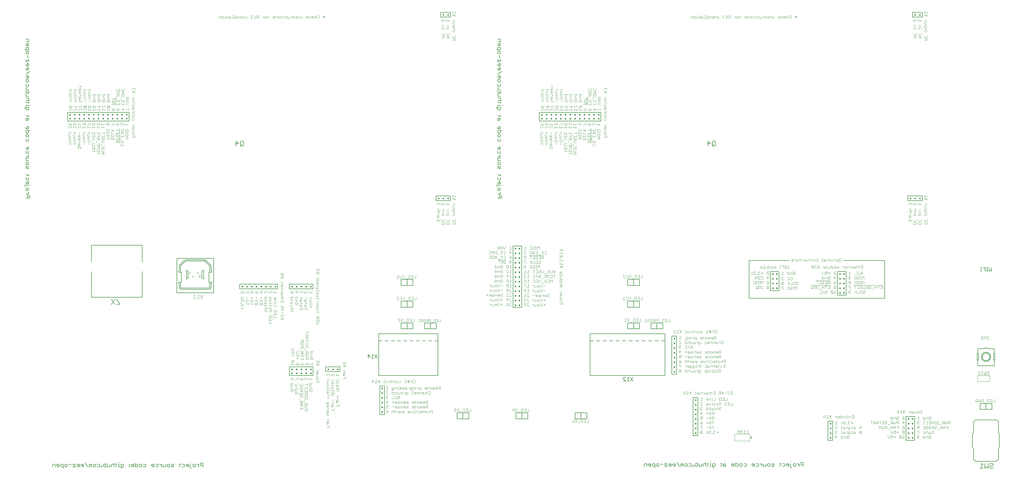
<source format=gbo>
G75*
G70*
%OFA0B0*%
%FSLAX24Y24*%
%IPPOS*%
%LPD*%
%AMOC8*
5,1,8,0,0,1.08239X$1,22.5*
%
%ADD10C,0.0040*%
%ADD11C,0.0100*%
%ADD12C,0.0060*%
%ADD13C,0.0070*%
%ADD14C,0.0050*%
%ADD15C,0.0080*%
%ADD16C,0.0020*%
%ADD17R,0.0079X0.0079*%
D10*
X041691Y013015D02*
X042051Y013015D01*
X042051Y013256D01*
X041931Y013384D02*
X042051Y013504D01*
X041931Y013624D01*
X041691Y013624D01*
X041691Y013752D02*
X042051Y013752D01*
X041691Y013992D01*
X042051Y013992D01*
X042231Y013875D02*
X042231Y014115D01*
X042291Y014243D02*
X042291Y014423D01*
X042351Y014483D01*
X042591Y014483D01*
X042651Y014423D01*
X042651Y014243D01*
X042291Y014243D01*
X042291Y014611D02*
X042291Y014732D01*
X042291Y014671D02*
X042651Y014671D01*
X042651Y014611D02*
X042651Y014732D01*
X042651Y014857D02*
X042651Y015037D01*
X042591Y015097D01*
X042471Y015097D01*
X042411Y015037D01*
X042411Y014857D01*
X042291Y014857D02*
X042651Y014857D01*
X042411Y014977D02*
X042291Y015097D01*
X042291Y015225D02*
X042291Y015465D01*
X042351Y015594D02*
X042291Y015654D01*
X042291Y015774D01*
X042351Y015834D01*
X042591Y015834D02*
X042651Y015774D01*
X042651Y015654D01*
X042591Y015594D01*
X042351Y015594D01*
X042471Y015345D02*
X042471Y015225D01*
X042651Y015225D02*
X042291Y015225D01*
X042051Y015225D02*
X041691Y015465D01*
X042051Y015465D01*
X041991Y015594D02*
X041931Y015594D01*
X041871Y015654D01*
X041871Y015774D01*
X041811Y015834D01*
X041751Y015834D01*
X041691Y015774D01*
X041691Y015654D01*
X041751Y015594D01*
X041991Y015594D02*
X042051Y015654D01*
X042051Y015774D01*
X041991Y015834D01*
X042051Y015962D02*
X041691Y015962D01*
X041691Y016202D01*
X041871Y016082D02*
X041871Y015962D01*
X042051Y015962D02*
X042051Y016202D01*
X042291Y016082D02*
X042651Y016082D01*
X042651Y015962D02*
X042651Y016202D01*
X042891Y016202D02*
X042891Y016022D01*
X042951Y015962D01*
X043071Y015962D01*
X043131Y016022D01*
X043131Y016202D01*
X043251Y016202D02*
X042891Y016202D01*
X042891Y015834D02*
X043071Y015834D01*
X043131Y015774D01*
X043131Y015594D01*
X042891Y015594D01*
X042951Y015465D02*
X043071Y015465D01*
X043071Y015345D01*
X042951Y015225D02*
X042891Y015285D01*
X042891Y015405D01*
X042951Y015465D01*
X042951Y015225D02*
X043191Y015225D01*
X043251Y015285D01*
X043251Y015405D01*
X043191Y015465D01*
X042651Y015465D02*
X042651Y015225D01*
X042051Y015225D02*
X041691Y015225D01*
X041691Y015097D02*
X041691Y014857D01*
X042051Y014857D01*
X042051Y015097D01*
X041871Y014977D02*
X041871Y014857D01*
X041811Y014729D02*
X041871Y014669D01*
X041871Y014549D01*
X041931Y014489D01*
X041991Y014489D01*
X042051Y014549D01*
X042051Y014669D01*
X041991Y014729D01*
X041811Y014729D02*
X041751Y014729D01*
X041691Y014669D01*
X041691Y014549D01*
X041751Y014489D01*
X041631Y014361D02*
X041631Y014120D01*
X041871Y013624D02*
X041871Y013384D01*
X041931Y013384D02*
X041691Y013384D01*
X041871Y013135D02*
X041871Y013015D01*
X042291Y013138D02*
X042411Y013258D01*
X042291Y013378D01*
X042651Y013378D01*
X042651Y013506D02*
X042651Y013687D01*
X042591Y013747D01*
X042471Y013747D01*
X042411Y013687D01*
X042411Y013506D01*
X042291Y013506D02*
X042651Y013506D01*
X042411Y013627D02*
X042291Y013747D01*
X042291Y013138D02*
X042651Y013138D01*
X042591Y013010D02*
X042471Y013010D01*
X042411Y012950D01*
X042411Y012770D01*
X042291Y012770D02*
X042651Y012770D01*
X042651Y012950D01*
X042591Y013010D01*
X045091Y012902D02*
X045331Y012902D01*
X045331Y013082D01*
X045271Y013142D01*
X045091Y013142D01*
X045091Y013270D02*
X045091Y013450D01*
X045151Y013510D01*
X045211Y013450D01*
X045211Y013330D01*
X045271Y013270D01*
X045331Y013330D01*
X045331Y013510D01*
X045271Y013638D02*
X045331Y013698D01*
X045331Y013818D01*
X045271Y013878D01*
X045211Y013878D01*
X045211Y013638D01*
X045151Y013638D02*
X045271Y013638D01*
X045151Y013638D02*
X045091Y013698D01*
X045091Y013818D01*
X045211Y014375D02*
X045331Y014375D01*
X045451Y014495D01*
X045451Y014620D02*
X045391Y014620D01*
X045271Y014740D01*
X045091Y014740D01*
X045271Y014740D02*
X045391Y014861D01*
X045451Y014861D01*
X045271Y014989D02*
X045331Y015049D01*
X045331Y015169D01*
X045271Y015229D01*
X045211Y015229D01*
X045211Y014989D01*
X045151Y014989D02*
X045271Y014989D01*
X045151Y014989D02*
X045091Y015049D01*
X045091Y015169D01*
X045091Y015357D02*
X045091Y015477D01*
X045091Y015417D02*
X045451Y015417D01*
X045451Y015357D01*
X045691Y015356D02*
X046051Y015356D01*
X046051Y015296D01*
X045991Y015167D02*
X046051Y015107D01*
X046051Y014927D01*
X045691Y014927D01*
X045691Y015107D01*
X045751Y015167D01*
X045811Y015167D01*
X045871Y015107D01*
X045871Y014927D01*
X045871Y015107D02*
X045931Y015167D01*
X045991Y015167D01*
X045691Y015296D02*
X045691Y015416D01*
X045751Y015541D02*
X045811Y015601D01*
X045811Y015781D01*
X045871Y015781D02*
X045691Y015781D01*
X045691Y015601D01*
X045751Y015541D01*
X045931Y015601D02*
X045931Y015721D01*
X045871Y015781D01*
X045871Y015909D02*
X045751Y015909D01*
X045691Y015969D01*
X045691Y016150D01*
X045691Y016278D02*
X046051Y016278D01*
X045931Y016150D02*
X045931Y015969D01*
X045871Y015909D01*
X045811Y016278D02*
X045931Y016458D01*
X046051Y016585D02*
X045931Y016705D01*
X045811Y016705D01*
X045691Y016585D01*
X045691Y016458D02*
X045811Y016278D01*
X045451Y016585D02*
X045331Y016705D01*
X045211Y016705D01*
X045091Y016585D01*
X045151Y016457D02*
X045331Y016457D01*
X045151Y016457D02*
X045091Y016397D01*
X045151Y016336D01*
X045091Y016276D01*
X045151Y016216D01*
X045331Y016216D01*
X045271Y016088D02*
X045331Y016028D01*
X045331Y015908D01*
X045271Y015848D01*
X045151Y015848D01*
X045091Y015908D01*
X045091Y016028D01*
X045151Y016088D01*
X045271Y016088D01*
X045091Y015723D02*
X045091Y015603D01*
X045091Y015663D02*
X045451Y015663D01*
X045451Y015603D01*
X045691Y014802D02*
X045811Y014682D01*
X045931Y014682D01*
X046051Y014802D01*
X046351Y014618D02*
X046591Y014618D01*
X046471Y014498D02*
X046471Y014738D01*
X046471Y014369D02*
X046291Y014369D01*
X046471Y014369D02*
X046531Y014309D01*
X046531Y014129D01*
X046291Y014129D01*
X046291Y014001D02*
X046291Y013821D01*
X046351Y013761D01*
X046411Y013821D01*
X046411Y014001D01*
X046471Y014001D02*
X046291Y014001D01*
X046471Y014001D02*
X046531Y013941D01*
X046531Y013821D01*
X046651Y013633D02*
X046651Y013393D01*
X046291Y013393D01*
X046471Y013393D02*
X046471Y013513D01*
X045931Y013577D02*
X045931Y013757D01*
X045871Y013817D01*
X045691Y013817D01*
X045871Y013945D02*
X045871Y014185D01*
X045931Y013577D02*
X045691Y013577D01*
X045691Y013449D02*
X045691Y013269D01*
X045751Y013208D01*
X045811Y013269D01*
X045811Y013449D01*
X045871Y013449D02*
X045691Y013449D01*
X045871Y013449D02*
X045931Y013389D01*
X045931Y013269D01*
X046051Y013080D02*
X046051Y012840D01*
X045691Y012840D01*
X045871Y012840D02*
X045871Y012960D01*
X045331Y012713D02*
X045271Y012773D01*
X045211Y012773D01*
X045211Y012533D01*
X045151Y012533D02*
X045271Y012533D01*
X045331Y012593D01*
X045331Y012713D01*
X045091Y012713D02*
X045091Y012593D01*
X045151Y012533D01*
X045151Y012405D02*
X045211Y012345D01*
X045211Y012225D01*
X045271Y012165D01*
X045331Y012225D01*
X045331Y012405D01*
X045151Y012405D02*
X045091Y012345D01*
X045091Y012165D01*
X045091Y011668D02*
X045271Y011668D01*
X045331Y011608D01*
X045331Y011428D01*
X045091Y011428D01*
X045091Y011300D02*
X045091Y011120D01*
X045151Y011060D01*
X045211Y011120D01*
X045211Y011300D01*
X045271Y011300D02*
X045091Y011300D01*
X045271Y011300D02*
X045331Y011240D01*
X045331Y011120D01*
X045451Y010932D02*
X045451Y010692D01*
X045091Y010692D01*
X045271Y010692D02*
X045271Y010812D01*
X045211Y014375D02*
X045091Y014495D01*
X046291Y015354D02*
X046411Y015234D01*
X046531Y015234D01*
X046651Y015354D01*
X046651Y015480D02*
X046651Y015660D01*
X046591Y015720D01*
X046471Y015720D01*
X046411Y015660D01*
X046411Y015480D01*
X046411Y015600D02*
X046291Y015720D01*
X046351Y015848D02*
X046471Y015848D01*
X046531Y015908D01*
X046531Y016028D01*
X046471Y016088D01*
X046411Y016088D01*
X046411Y015848D01*
X046351Y015848D02*
X046291Y015908D01*
X046291Y016028D01*
X046351Y016216D02*
X046471Y016216D01*
X046531Y016276D01*
X046531Y016457D01*
X046651Y016457D02*
X046291Y016457D01*
X046291Y016276D01*
X046351Y016216D01*
X046291Y016585D02*
X046411Y016705D01*
X046531Y016705D01*
X046651Y016585D01*
X047166Y016867D02*
X047526Y016867D01*
X047526Y017107D01*
X047346Y016987D02*
X047346Y016867D01*
X047226Y017235D02*
X047286Y017295D01*
X047286Y017475D01*
X047346Y017475D02*
X047166Y017475D01*
X047166Y017295D01*
X047226Y017235D01*
X047406Y017295D02*
X047406Y017415D01*
X047346Y017475D01*
X047406Y017603D02*
X047166Y017603D01*
X047406Y017603D02*
X047406Y017784D01*
X047346Y017844D01*
X047166Y017844D01*
X047166Y018340D02*
X047526Y018580D01*
X047346Y018708D02*
X047346Y018889D01*
X047286Y018949D01*
X047226Y018949D01*
X047166Y018889D01*
X047166Y018768D01*
X047226Y018708D01*
X047346Y018708D01*
X047466Y018829D01*
X047526Y018949D01*
X047166Y018580D02*
X047526Y018340D01*
X046291Y017439D02*
X046291Y017199D01*
X046291Y017319D02*
X046651Y017319D01*
X046531Y017199D01*
X046051Y017259D02*
X045991Y017199D01*
X046051Y017259D02*
X046051Y017379D01*
X045991Y017439D01*
X045931Y017439D01*
X045691Y017199D01*
X045691Y017439D01*
X045451Y017379D02*
X045391Y017439D01*
X045331Y017439D01*
X045271Y017379D01*
X045211Y017439D01*
X045151Y017439D01*
X045091Y017379D01*
X045091Y017259D01*
X045151Y017199D01*
X045271Y017319D02*
X045271Y017379D01*
X045451Y017379D02*
X045451Y017259D01*
X045391Y017199D01*
X044006Y017103D02*
X043826Y017103D01*
X043766Y017164D01*
X043826Y017224D01*
X043766Y017284D01*
X043826Y017344D01*
X044006Y017344D01*
X043946Y017472D02*
X044006Y017532D01*
X044006Y017652D01*
X043946Y017712D01*
X043886Y017712D01*
X043886Y017472D01*
X043826Y017472D02*
X043946Y017472D01*
X043826Y017472D02*
X043766Y017532D01*
X043766Y017652D01*
X043766Y017840D02*
X044006Y017840D01*
X043886Y017840D02*
X044006Y017960D01*
X044006Y018020D01*
X044126Y018515D02*
X043766Y018756D01*
X043826Y018884D02*
X043766Y018944D01*
X043766Y019064D01*
X043826Y019124D01*
X043946Y019124D01*
X044006Y019064D01*
X044006Y019004D01*
X043946Y018884D01*
X044126Y018884D01*
X044126Y019124D01*
X044126Y018756D02*
X043766Y018515D01*
X043351Y018627D02*
X043291Y018567D01*
X043351Y018627D02*
X043351Y018747D01*
X043291Y018807D01*
X043231Y018807D01*
X042991Y018567D01*
X042991Y018807D01*
X042751Y018747D02*
X042571Y018567D01*
X042571Y018807D01*
X042391Y018747D02*
X042751Y018747D01*
X042751Y019303D02*
X042751Y019484D01*
X042691Y019544D01*
X042571Y019544D01*
X042511Y019484D01*
X042511Y019303D01*
X042391Y019303D02*
X042751Y019303D01*
X042991Y019364D02*
X042991Y019484D01*
X043051Y019544D01*
X043171Y019544D01*
X043171Y019424D01*
X043291Y019544D02*
X043351Y019484D01*
X043351Y019364D01*
X043291Y019303D01*
X043051Y019303D01*
X042991Y019364D01*
X042991Y019672D02*
X043231Y019672D01*
X043231Y019852D01*
X043171Y019912D01*
X042991Y019912D01*
X043051Y020040D02*
X043171Y020040D01*
X043231Y020100D01*
X043231Y020280D01*
X043351Y020280D02*
X042991Y020280D01*
X042991Y020100D01*
X043051Y020040D01*
X042751Y020040D02*
X042751Y020220D01*
X042691Y020280D01*
X042571Y020280D01*
X042511Y020220D01*
X042511Y020040D01*
X042391Y020040D02*
X042751Y020040D01*
X042751Y019912D02*
X042391Y019912D01*
X042511Y019792D01*
X042391Y019672D01*
X042751Y019672D01*
X042511Y020160D02*
X042391Y020280D01*
X042331Y020408D02*
X042331Y020649D01*
X042451Y020777D02*
X042391Y020837D01*
X042391Y020957D01*
X042451Y021017D01*
X042511Y021017D01*
X042571Y020957D01*
X042571Y020837D01*
X042631Y020777D01*
X042691Y020777D01*
X042751Y020837D01*
X042751Y020957D01*
X042691Y021017D01*
X042691Y021145D02*
X042631Y021145D01*
X042571Y021205D01*
X042571Y021325D01*
X042511Y021385D01*
X042451Y021385D01*
X042391Y021325D01*
X042391Y021205D01*
X042451Y021145D01*
X042691Y021145D02*
X042751Y021205D01*
X042751Y021325D01*
X042691Y021385D01*
X042751Y021513D02*
X042751Y021754D01*
X042751Y021633D02*
X042391Y021633D01*
X042391Y021882D02*
X042631Y021882D01*
X042751Y022002D01*
X042631Y022122D01*
X042391Y022122D01*
X042391Y022250D02*
X042751Y022250D01*
X042751Y022430D01*
X042691Y022490D01*
X042571Y022490D01*
X042511Y022430D01*
X042511Y022250D01*
X042511Y022370D02*
X042391Y022490D01*
X042391Y022738D02*
X042751Y022738D01*
X042751Y022618D02*
X042751Y022859D01*
X042571Y022122D02*
X042571Y021882D01*
X042151Y021754D02*
X041791Y021754D01*
X041791Y021513D02*
X042151Y021513D01*
X042031Y021633D01*
X042151Y021754D01*
X042151Y021385D02*
X041791Y021385D01*
X041911Y021265D01*
X041791Y021145D01*
X042151Y021145D01*
X042091Y021017D02*
X041971Y021017D01*
X041911Y020957D01*
X041911Y020777D01*
X041791Y020777D02*
X042151Y020777D01*
X042151Y020957D01*
X042091Y021017D01*
X041731Y020649D02*
X041731Y020408D01*
X041791Y020280D02*
X042151Y020280D01*
X042151Y020040D02*
X041791Y020040D01*
X041791Y019912D02*
X042031Y019912D01*
X042151Y019792D01*
X042031Y019672D01*
X041791Y019672D01*
X041971Y019672D02*
X041971Y019912D01*
X042151Y020040D02*
X041791Y020280D01*
X041551Y020280D02*
X041311Y020280D01*
X041191Y020160D01*
X041311Y020040D01*
X041551Y020040D01*
X041551Y019912D02*
X041551Y019672D01*
X041371Y019672D01*
X041431Y019792D01*
X041431Y019852D01*
X041371Y019912D01*
X041251Y019912D01*
X041191Y019852D01*
X041191Y019732D01*
X041251Y019672D01*
X041371Y019544D02*
X041371Y019303D01*
X041491Y019424D02*
X041251Y019424D01*
X040951Y019115D02*
X040891Y019175D01*
X040651Y018935D01*
X040591Y018995D01*
X040591Y019115D01*
X040651Y019175D01*
X040891Y019175D01*
X040951Y019115D02*
X040951Y018995D01*
X040891Y018935D01*
X040651Y018935D01*
X040591Y018807D02*
X040591Y018567D01*
X040591Y018687D02*
X040951Y018687D01*
X040831Y018567D01*
X041191Y018627D02*
X041251Y018567D01*
X041311Y018567D01*
X041371Y018627D01*
X041371Y018747D01*
X041311Y018807D01*
X041251Y018807D01*
X041191Y018747D01*
X041191Y018627D01*
X041371Y018627D02*
X041431Y018567D01*
X041491Y018567D01*
X041551Y018627D01*
X041551Y018747D01*
X041491Y018807D01*
X041431Y018807D01*
X041371Y018747D01*
X041791Y018747D02*
X041851Y018807D01*
X041911Y018807D01*
X041971Y018747D01*
X041971Y018567D01*
X041851Y018567D01*
X041791Y018627D01*
X041791Y018747D01*
X041971Y018567D02*
X042091Y018687D01*
X042151Y018807D01*
X042151Y019303D02*
X042151Y019544D01*
X041971Y019424D02*
X041971Y019303D01*
X041791Y019303D02*
X042151Y019303D01*
X040891Y019792D02*
X040651Y019792D01*
X040771Y019672D02*
X040771Y019912D01*
X040771Y020040D02*
X040831Y020160D01*
X040831Y020220D01*
X040771Y020280D01*
X040651Y020280D01*
X040591Y020220D01*
X040591Y020100D01*
X040651Y020040D01*
X040771Y020040D02*
X040951Y020040D01*
X040951Y020280D01*
X040951Y020408D02*
X040711Y020408D01*
X040591Y020529D01*
X040711Y020649D01*
X040951Y020649D01*
X040791Y016939D02*
X040851Y016879D01*
X040851Y016759D01*
X040791Y016699D01*
X040731Y016699D01*
X040671Y016759D01*
X040671Y016939D01*
X040551Y016939D02*
X040791Y016939D01*
X040551Y016939D02*
X040491Y016879D01*
X040491Y016759D01*
X040551Y016699D01*
X040491Y016202D02*
X040491Y016022D01*
X040551Y015962D01*
X040671Y015962D01*
X040731Y016022D01*
X040731Y016202D01*
X040851Y016202D02*
X040491Y016202D01*
X040491Y015834D02*
X040671Y015834D01*
X040731Y015774D01*
X040731Y015594D01*
X040491Y015594D01*
X040551Y015465D02*
X040671Y015465D01*
X040671Y015345D01*
X040551Y015225D02*
X040491Y015285D01*
X040491Y015405D01*
X040551Y015465D01*
X040551Y015225D02*
X040791Y015225D01*
X040851Y015285D01*
X040851Y015405D01*
X040791Y015465D01*
X040971Y015405D02*
X040971Y015345D01*
X040971Y015405D02*
X041031Y015465D01*
X041331Y015465D01*
X041331Y015594D02*
X041331Y015774D01*
X041271Y015834D01*
X041091Y015834D01*
X041151Y015962D02*
X041091Y016022D01*
X041091Y016202D01*
X041331Y016202D02*
X041331Y016022D01*
X041271Y015962D01*
X041151Y015962D01*
X041091Y015594D02*
X041331Y015594D01*
X041091Y015465D02*
X041091Y015285D01*
X041151Y015225D01*
X041331Y015225D01*
X041391Y015097D02*
X041451Y015037D01*
X041451Y014917D01*
X041391Y014857D01*
X041331Y014857D01*
X041271Y014917D01*
X041271Y015037D01*
X041211Y015097D01*
X041151Y015097D01*
X041091Y015037D01*
X041091Y014917D01*
X041151Y014857D01*
X041151Y016699D02*
X041091Y016699D01*
X041151Y016699D02*
X041391Y016939D01*
X041451Y016939D01*
X041451Y016699D01*
X041691Y016759D02*
X041751Y016699D01*
X041691Y016759D02*
X041691Y016879D01*
X041751Y016939D01*
X041871Y016939D01*
X041931Y016879D01*
X041931Y016819D01*
X041871Y016699D01*
X042051Y016699D01*
X042051Y016939D01*
X042291Y016879D02*
X042291Y016759D01*
X042351Y016699D01*
X042471Y016819D02*
X042471Y016879D01*
X042411Y016939D01*
X042351Y016939D01*
X042291Y016879D01*
X042471Y016879D02*
X042531Y016939D01*
X042591Y016939D01*
X042651Y016879D01*
X042651Y016759D01*
X042591Y016699D01*
X042891Y016699D02*
X042891Y016939D01*
X042891Y016819D02*
X043251Y016819D01*
X043131Y016699D01*
X043766Y016795D02*
X043826Y016735D01*
X043946Y016735D01*
X044006Y016795D01*
X044006Y016915D01*
X043946Y016975D01*
X043826Y016975D01*
X043766Y016915D01*
X043766Y016795D01*
X043946Y016607D02*
X043886Y016547D01*
X043886Y016367D01*
X043766Y016367D02*
X044126Y016367D01*
X044126Y016547D01*
X044066Y016607D01*
X043946Y016607D01*
X046291Y015480D02*
X046651Y015480D01*
X050843Y016497D02*
X051083Y016497D01*
X050903Y016677D01*
X050903Y016317D01*
X051211Y016317D02*
X051452Y016317D01*
X051332Y016317D02*
X051332Y016677D01*
X051452Y016557D01*
X051580Y016677D02*
X051820Y016317D01*
X051580Y016317D02*
X051820Y016677D01*
X052374Y016677D02*
X052374Y016317D01*
X052434Y016317D02*
X052314Y016317D01*
X052562Y016377D02*
X052562Y016497D01*
X052622Y016557D01*
X052742Y016557D01*
X052802Y016497D01*
X052802Y016377D01*
X052742Y016317D01*
X052622Y016317D01*
X052562Y016377D01*
X052434Y016677D02*
X052374Y016677D01*
X052929Y016557D02*
X052989Y016557D01*
X053109Y016437D01*
X053109Y016317D02*
X053109Y016557D01*
X053235Y016557D02*
X053355Y016557D01*
X053295Y016617D02*
X053295Y016377D01*
X053235Y016317D01*
X053483Y016317D02*
X053483Y016497D01*
X053543Y016557D01*
X053723Y016557D01*
X053723Y016317D01*
X053851Y016377D02*
X053851Y016497D01*
X053911Y016557D01*
X054031Y016557D01*
X054091Y016497D01*
X054091Y016377D01*
X054031Y016317D01*
X053911Y016317D01*
X053851Y016377D01*
X054219Y016317D02*
X054400Y016317D01*
X054460Y016377D01*
X054460Y016497D01*
X054400Y016557D01*
X054219Y016557D01*
X054160Y015912D02*
X054160Y015852D01*
X054160Y015732D02*
X054160Y015492D01*
X054220Y015492D02*
X054100Y015492D01*
X053974Y015492D02*
X053974Y015732D01*
X053794Y015732D01*
X053734Y015672D01*
X053734Y015492D01*
X053606Y015552D02*
X053546Y015492D01*
X053366Y015492D01*
X053366Y015432D02*
X053366Y015732D01*
X053546Y015732D01*
X053606Y015672D01*
X053606Y015552D01*
X053486Y015372D02*
X053426Y015372D01*
X053366Y015432D01*
X053366Y015252D02*
X053366Y014892D01*
X053546Y014892D01*
X053606Y014952D01*
X053606Y015072D01*
X053546Y015132D01*
X053366Y015132D01*
X053734Y015072D02*
X053734Y014892D01*
X053734Y015072D02*
X053794Y015132D01*
X053974Y015132D01*
X053974Y014892D01*
X054103Y014892D02*
X054103Y015132D01*
X054343Y015132D02*
X054343Y014952D01*
X054283Y014892D01*
X054103Y014892D01*
X054102Y014652D02*
X054102Y014292D01*
X054343Y014652D01*
X054343Y014292D01*
X054283Y013932D02*
X054103Y013932D01*
X054163Y013812D02*
X054283Y013812D01*
X054343Y013872D01*
X054283Y013932D01*
X054163Y013812D02*
X054103Y013752D01*
X054163Y013692D01*
X054343Y013692D01*
X054471Y013692D02*
X054471Y013872D01*
X054531Y013932D01*
X054711Y013932D01*
X054711Y013692D01*
X054839Y013812D02*
X055079Y013812D01*
X055079Y013872D02*
X055019Y013932D01*
X054899Y013932D01*
X054839Y013872D01*
X054839Y013812D01*
X054899Y013692D02*
X055019Y013692D01*
X055079Y013752D01*
X055079Y013872D01*
X055207Y013932D02*
X055388Y013932D01*
X055448Y013872D01*
X055388Y013812D01*
X055267Y013812D01*
X055207Y013752D01*
X055267Y013692D01*
X055448Y013692D01*
X055388Y013332D02*
X055207Y013332D01*
X055267Y013212D02*
X055388Y013212D01*
X055448Y013272D01*
X055388Y013332D01*
X055267Y013212D02*
X055207Y013152D01*
X055267Y013092D01*
X055448Y013092D01*
X055452Y012732D02*
X055392Y012672D01*
X055392Y012612D01*
X055632Y012612D01*
X055632Y012672D02*
X055572Y012732D01*
X055452Y012732D01*
X055632Y012672D02*
X055632Y012552D01*
X055572Y012492D01*
X055452Y012492D01*
X055760Y012732D02*
X055880Y012492D01*
X056000Y012732D01*
X056186Y012732D02*
X056186Y012492D01*
X056246Y012492D02*
X056126Y012492D01*
X056371Y012492D02*
X056431Y012552D01*
X056431Y012792D01*
X056491Y012732D02*
X056371Y012732D01*
X056246Y012732D02*
X056186Y012732D01*
X056186Y012852D02*
X056186Y012912D01*
X056124Y013092D02*
X056184Y013152D01*
X056184Y013272D01*
X056124Y013332D01*
X056004Y013332D01*
X055944Y013272D01*
X055944Y013212D01*
X056184Y013212D01*
X056124Y013092D02*
X056004Y013092D01*
X056310Y013092D02*
X056370Y013152D01*
X056370Y013392D01*
X056430Y013332D02*
X056310Y013332D01*
X056558Y013272D02*
X056618Y013332D01*
X056738Y013332D01*
X056798Y013272D01*
X056798Y013152D01*
X056738Y013092D01*
X056618Y013092D01*
X056558Y013152D01*
X056558Y013272D01*
X056926Y013272D02*
X056926Y013092D01*
X057046Y013092D02*
X057046Y013272D01*
X056986Y013332D01*
X056926Y013272D01*
X057046Y013272D02*
X057106Y013332D01*
X057166Y013332D01*
X057166Y013092D01*
X057295Y013212D02*
X057535Y013212D01*
X057535Y013152D02*
X057535Y013272D01*
X057475Y013332D01*
X057355Y013332D01*
X057295Y013272D01*
X057295Y013212D01*
X057355Y013092D02*
X057475Y013092D01*
X057535Y013152D01*
X057663Y013092D02*
X057783Y013212D01*
X057723Y013212D02*
X057903Y013212D01*
X057903Y013092D02*
X057903Y013452D01*
X057723Y013452D01*
X057663Y013392D01*
X057663Y013272D01*
X057723Y013212D01*
X057782Y012732D02*
X057842Y012672D01*
X057842Y012552D01*
X057782Y012492D01*
X057662Y012492D01*
X057601Y012552D01*
X057601Y012672D01*
X057662Y012732D01*
X057782Y012732D01*
X057968Y012732D02*
X058029Y012732D01*
X058149Y012612D01*
X058149Y012492D02*
X058149Y012732D01*
X058277Y012672D02*
X058337Y012612D01*
X058517Y012612D01*
X058517Y012492D02*
X058517Y012852D01*
X058337Y012852D01*
X058277Y012792D01*
X058277Y012672D01*
X057473Y012732D02*
X057353Y012732D01*
X057413Y012792D02*
X057413Y012552D01*
X057353Y012492D01*
X057228Y012552D02*
X057168Y012492D01*
X057048Y012492D01*
X056988Y012612D02*
X057228Y012612D01*
X057228Y012672D02*
X057168Y012732D01*
X057048Y012732D01*
X056988Y012672D01*
X056988Y012612D01*
X056860Y012672D02*
X056860Y012552D01*
X056799Y012492D01*
X056619Y012492D01*
X056619Y012732D02*
X056799Y012732D01*
X056860Y012672D01*
X057228Y012672D02*
X057228Y012552D01*
X057166Y013692D02*
X057166Y013932D01*
X057106Y013932D01*
X057046Y013872D01*
X056986Y013932D01*
X056926Y013872D01*
X056926Y013692D01*
X057046Y013692D02*
X057046Y013872D01*
X056798Y013872D02*
X056798Y013752D01*
X056738Y013692D01*
X056618Y013692D01*
X056558Y013752D01*
X056558Y013872D01*
X056618Y013932D01*
X056738Y013932D01*
X056798Y013872D01*
X056430Y013932D02*
X056310Y013932D01*
X056370Y013992D02*
X056370Y013752D01*
X056310Y013692D01*
X056184Y013752D02*
X056184Y013872D01*
X056124Y013932D01*
X056004Y013932D01*
X055944Y013872D01*
X055944Y013812D01*
X056184Y013812D01*
X056184Y013752D02*
X056124Y013692D01*
X056004Y013692D01*
X055079Y013272D02*
X055079Y013152D01*
X055019Y013092D01*
X054899Y013092D01*
X054839Y013212D02*
X055079Y013212D01*
X055079Y013272D02*
X055019Y013332D01*
X054899Y013332D01*
X054839Y013272D01*
X054839Y013212D01*
X054711Y013092D02*
X054711Y013332D01*
X054531Y013332D01*
X054471Y013272D01*
X054471Y013092D01*
X054343Y013092D02*
X054163Y013092D01*
X054103Y013152D01*
X054163Y013212D01*
X054283Y013212D01*
X054343Y013272D01*
X054283Y013332D01*
X054103Y013332D01*
X053974Y013272D02*
X053914Y013332D01*
X053794Y013332D01*
X053734Y013272D01*
X053734Y013212D01*
X053974Y013212D01*
X053974Y013152D02*
X053974Y013272D01*
X053974Y013152D02*
X053914Y013092D01*
X053794Y013092D01*
X053606Y013272D02*
X053366Y013272D01*
X053606Y012852D02*
X053606Y012492D01*
X053732Y012492D02*
X053792Y012552D01*
X053792Y012792D01*
X053852Y012732D02*
X053732Y012732D01*
X053606Y012672D02*
X053546Y012732D01*
X053426Y012732D01*
X053366Y012672D01*
X053366Y012492D01*
X052869Y012552D02*
X052809Y012492D01*
X052689Y012492D01*
X052629Y012552D01*
X052629Y012612D01*
X052689Y012672D01*
X052869Y012672D01*
X052869Y012552D01*
X052869Y012672D02*
X052749Y012792D01*
X052629Y012852D01*
X052689Y013092D02*
X052809Y013092D01*
X052869Y013152D01*
X052869Y013272D02*
X052749Y013332D01*
X052689Y013332D01*
X052629Y013272D01*
X052629Y013152D01*
X052689Y013092D01*
X052869Y013272D02*
X052869Y013452D01*
X052629Y013452D01*
X052689Y013692D02*
X052689Y014052D01*
X052869Y013872D01*
X052629Y013872D01*
X052689Y014292D02*
X052809Y014292D01*
X052869Y014352D01*
X052749Y014472D02*
X052689Y014472D01*
X052629Y014412D01*
X052629Y014352D01*
X052689Y014292D01*
X052689Y014472D02*
X052629Y014532D01*
X052629Y014592D01*
X052689Y014652D01*
X052809Y014652D01*
X052869Y014592D01*
X052869Y014892D02*
X052629Y015132D01*
X052629Y015192D01*
X052689Y015252D01*
X052809Y015252D01*
X052869Y015192D01*
X052869Y015492D02*
X052629Y015492D01*
X052749Y015492D02*
X052749Y015852D01*
X052869Y015732D01*
X052869Y014892D02*
X052629Y014892D01*
X053362Y014352D02*
X053362Y014292D01*
X053422Y014292D01*
X053422Y014352D01*
X053362Y014352D01*
X053550Y014352D02*
X053610Y014292D01*
X053730Y014292D01*
X053790Y014352D01*
X053790Y014592D01*
X053730Y014652D01*
X053610Y014652D01*
X053550Y014592D01*
X053914Y014352D02*
X053914Y014292D01*
X053974Y014292D01*
X053974Y014352D01*
X053914Y014352D01*
X053914Y013932D02*
X053794Y013932D01*
X053734Y013872D01*
X053734Y013812D01*
X053974Y013812D01*
X053974Y013872D02*
X053914Y013932D01*
X053974Y013872D02*
X053974Y013752D01*
X053914Y013692D01*
X053794Y013692D01*
X053606Y013872D02*
X053366Y013872D01*
X053486Y013992D02*
X053486Y013752D01*
X053978Y012732D02*
X054038Y012732D01*
X054159Y012612D01*
X054159Y012492D02*
X054159Y012732D01*
X054287Y012672D02*
X054287Y012492D01*
X054467Y012492D01*
X054527Y012552D01*
X054467Y012612D01*
X054287Y012612D01*
X054287Y012672D02*
X054347Y012732D01*
X054467Y012732D01*
X054655Y012672D02*
X054655Y012612D01*
X054895Y012612D01*
X054895Y012672D02*
X054835Y012732D01*
X054715Y012732D01*
X054655Y012672D01*
X054715Y012492D02*
X054835Y012492D01*
X054895Y012552D01*
X054895Y012672D01*
X057295Y013812D02*
X057535Y013812D01*
X057535Y013872D02*
X057475Y013932D01*
X057355Y013932D01*
X057295Y013872D01*
X057295Y013812D01*
X057355Y013692D02*
X057475Y013692D01*
X057535Y013752D01*
X057535Y013872D01*
X057663Y013872D02*
X057723Y013812D01*
X057903Y013812D01*
X057783Y013812D02*
X057663Y013692D01*
X057663Y013872D02*
X057663Y013992D01*
X057723Y014052D01*
X057903Y014052D01*
X057903Y013692D01*
X057842Y014892D02*
X057842Y015252D01*
X057782Y015132D02*
X057662Y015132D01*
X057601Y015072D01*
X057601Y014892D01*
X057473Y014952D02*
X057413Y015012D01*
X057233Y015012D01*
X057233Y015072D02*
X057233Y014892D01*
X057413Y014892D01*
X057473Y014952D01*
X057413Y015132D02*
X057293Y015132D01*
X057233Y015072D01*
X057105Y015132D02*
X056925Y015132D01*
X056865Y015072D01*
X056865Y014892D01*
X056737Y014892D02*
X056737Y015132D01*
X056557Y015132D01*
X056497Y015072D01*
X056497Y014892D01*
X056368Y014952D02*
X056368Y015072D01*
X056308Y015132D01*
X056188Y015132D01*
X056128Y015072D01*
X056128Y015012D01*
X056368Y015012D01*
X056368Y014952D02*
X056308Y014892D01*
X056188Y014892D01*
X056000Y014892D02*
X055880Y014892D01*
X055940Y014892D02*
X055940Y015252D01*
X056000Y015252D01*
X055880Y015372D02*
X055820Y015372D01*
X055760Y015432D01*
X055760Y015732D01*
X055940Y015732D01*
X056000Y015672D01*
X056000Y015552D01*
X055940Y015492D01*
X055760Y015492D01*
X055632Y015492D02*
X055632Y015732D01*
X055632Y015612D02*
X055512Y015732D01*
X055452Y015732D01*
X055265Y015732D02*
X055145Y015732D01*
X055085Y015672D01*
X055085Y015492D01*
X055265Y015492D01*
X055325Y015552D01*
X055265Y015612D01*
X055085Y015612D01*
X054957Y015732D02*
X054897Y015732D01*
X054836Y015672D01*
X054776Y015732D01*
X054716Y015672D01*
X054716Y015492D01*
X054836Y015492D02*
X054836Y015672D01*
X054957Y015732D02*
X054957Y015492D01*
X054898Y015132D02*
X054838Y015132D01*
X054898Y015132D02*
X055018Y015012D01*
X055018Y014892D02*
X055018Y015132D01*
X055146Y015132D02*
X055326Y015132D01*
X055386Y015072D01*
X055386Y014952D01*
X055326Y014892D01*
X055146Y014892D01*
X055146Y014832D02*
X055146Y015132D01*
X055146Y014832D02*
X055206Y014772D01*
X055266Y014772D01*
X054711Y014952D02*
X054651Y014892D01*
X054531Y014892D01*
X054471Y014952D01*
X054471Y015072D01*
X054531Y015132D01*
X054651Y015132D01*
X054711Y015072D01*
X054711Y014952D01*
X054588Y015492D02*
X054588Y015732D01*
X054528Y015732D01*
X054468Y015672D01*
X054408Y015732D01*
X054348Y015672D01*
X054348Y015492D01*
X054468Y015492D02*
X054468Y015672D01*
X054220Y015732D02*
X054160Y015732D01*
X054956Y016317D02*
X055196Y016317D01*
X054956Y016557D01*
X054956Y016617D01*
X055016Y016677D01*
X055136Y016677D01*
X055196Y016617D01*
X055324Y016557D02*
X055384Y016557D01*
X055564Y016557D01*
X055564Y016437D02*
X055324Y016437D01*
X055384Y016317D02*
X055384Y016677D01*
X055504Y016677D02*
X055504Y016317D01*
X055693Y016317D02*
X055693Y016497D01*
X055753Y016557D01*
X055873Y016557D01*
X055933Y016497D01*
X056061Y016377D02*
X056121Y016317D01*
X056241Y016317D01*
X056301Y016377D01*
X056301Y016617D01*
X056241Y016677D01*
X056121Y016677D01*
X056061Y016617D01*
X055933Y016677D02*
X055933Y016317D01*
X056188Y015732D02*
X056308Y015732D01*
X056368Y015672D01*
X056368Y015552D01*
X056308Y015492D01*
X056188Y015492D01*
X056128Y015552D01*
X056128Y015672D01*
X056188Y015732D01*
X056495Y015732D02*
X056555Y015732D01*
X056675Y015612D01*
X056675Y015492D02*
X056675Y015732D01*
X056803Y015672D02*
X056803Y015552D01*
X056864Y015492D01*
X057044Y015492D01*
X057044Y015372D02*
X057044Y015732D01*
X056864Y015732D01*
X056803Y015672D01*
X057105Y015132D02*
X057105Y014892D01*
X057782Y015132D02*
X057842Y015072D01*
X057970Y014952D02*
X058030Y014892D01*
X058150Y014892D01*
X058210Y014952D01*
X058210Y015192D01*
X058150Y015252D01*
X058030Y015252D01*
X057970Y015192D01*
X057906Y015492D02*
X057966Y015552D01*
X057966Y015792D01*
X058026Y015732D02*
X057906Y015732D01*
X057780Y015672D02*
X057720Y015732D01*
X057600Y015732D01*
X057540Y015672D01*
X057540Y015612D01*
X057780Y015612D01*
X057780Y015552D02*
X057780Y015672D01*
X057780Y015552D02*
X057720Y015492D01*
X057600Y015492D01*
X058154Y015552D02*
X058154Y015672D01*
X058214Y015732D01*
X058334Y015732D01*
X058394Y015672D01*
X058394Y015552D01*
X058334Y015492D01*
X058214Y015492D01*
X058154Y015552D01*
X058522Y015492D02*
X058522Y015672D01*
X058582Y015732D01*
X058642Y015672D01*
X058642Y015492D01*
X058762Y015492D02*
X058762Y015732D01*
X058702Y015732D01*
X058642Y015672D01*
X058891Y015672D02*
X058891Y015612D01*
X059131Y015612D01*
X059131Y015672D02*
X059071Y015732D01*
X058951Y015732D01*
X058891Y015672D01*
X058951Y015492D02*
X059071Y015492D01*
X059131Y015552D01*
X059131Y015672D01*
X059259Y015672D02*
X059319Y015612D01*
X059499Y015612D01*
X059379Y015612D02*
X059259Y015492D01*
X059259Y015672D02*
X059259Y015792D01*
X059319Y015852D01*
X059499Y015852D01*
X059499Y015492D01*
X061325Y013053D02*
X061265Y012993D01*
X061265Y012933D01*
X061506Y012693D01*
X061265Y012693D01*
X061325Y013053D02*
X061446Y013053D01*
X061506Y012993D01*
X061634Y012993D02*
X061694Y013053D01*
X061814Y013053D01*
X061874Y012993D01*
X061874Y012753D01*
X061814Y012693D01*
X061694Y012693D01*
X061634Y012753D01*
X061634Y012993D01*
X062002Y012633D02*
X062242Y012633D01*
X062370Y012753D02*
X062370Y012993D01*
X062430Y013053D01*
X062611Y013053D01*
X062611Y012693D01*
X062430Y012693D01*
X062370Y012753D01*
X062739Y012693D02*
X062979Y012693D01*
X062979Y013053D01*
X062739Y013053D01*
X062859Y012873D02*
X062979Y012873D01*
X063107Y012693D02*
X063347Y012693D01*
X063347Y013053D01*
X068660Y012968D02*
X068660Y012848D01*
X068720Y012788D01*
X068900Y012788D01*
X068900Y012668D02*
X068900Y013028D01*
X068720Y013028D01*
X068660Y012968D01*
X069028Y012968D02*
X069088Y013028D01*
X069209Y013028D01*
X069269Y012968D01*
X069269Y012908D01*
X069209Y012848D01*
X069088Y012848D01*
X069028Y012788D01*
X069028Y012728D01*
X069088Y012668D01*
X069209Y012668D01*
X069269Y012728D01*
X069397Y012608D02*
X069637Y012608D01*
X069765Y012728D02*
X069765Y012968D01*
X069825Y013028D01*
X070005Y013028D01*
X070005Y012668D01*
X069825Y012668D01*
X069765Y012728D01*
X070133Y012668D02*
X070374Y012668D01*
X070374Y013028D01*
X070133Y013028D01*
X070253Y012848D02*
X070374Y012848D01*
X070502Y012668D02*
X070742Y012668D01*
X070742Y013028D01*
X076229Y011303D02*
X076469Y011303D01*
X076349Y011303D02*
X076349Y011664D01*
X076469Y011544D01*
X076598Y011604D02*
X076658Y011664D01*
X076778Y011664D01*
X076838Y011604D01*
X076838Y011364D01*
X076778Y011303D01*
X076658Y011303D01*
X076598Y011364D01*
X076598Y011604D01*
X076966Y011243D02*
X077206Y011243D01*
X077334Y011364D02*
X077334Y011604D01*
X077394Y011664D01*
X077574Y011664D01*
X077574Y011303D01*
X077394Y011303D01*
X077334Y011364D01*
X077702Y011303D02*
X077943Y011303D01*
X077943Y011664D01*
X077702Y011664D01*
X077823Y011484D02*
X077943Y011484D01*
X078071Y011303D02*
X078311Y011303D01*
X078311Y011664D01*
X090357Y014902D02*
X090417Y014842D01*
X090537Y014842D01*
X090597Y014902D01*
X090597Y014962D01*
X090537Y015022D01*
X090417Y015022D01*
X090357Y014962D01*
X090357Y014902D01*
X090417Y015022D02*
X090357Y015082D01*
X090357Y015142D01*
X090417Y015202D01*
X090537Y015202D01*
X090597Y015142D01*
X090597Y015082D01*
X090537Y015022D01*
X090725Y014842D02*
X090965Y014842D01*
X090845Y014842D02*
X090845Y015202D01*
X090965Y015082D01*
X091093Y015202D02*
X091333Y014842D01*
X091093Y014842D02*
X091333Y015202D01*
X091827Y015082D02*
X091947Y015082D01*
X091887Y015142D02*
X091887Y014902D01*
X091827Y014842D01*
X092075Y014962D02*
X092316Y014962D01*
X092316Y015022D02*
X092255Y015082D01*
X092135Y015082D01*
X092075Y015022D01*
X092075Y014962D01*
X092135Y014842D02*
X092255Y014842D01*
X092316Y014902D01*
X092316Y015022D01*
X092444Y015022D02*
X092444Y014842D01*
X092444Y015022D02*
X092504Y015082D01*
X092684Y015082D01*
X092684Y014842D01*
X092811Y015082D02*
X092871Y015082D01*
X092991Y014962D01*
X092991Y014842D02*
X092991Y015082D01*
X093119Y015022D02*
X093119Y014962D01*
X093359Y014962D01*
X093359Y015022D02*
X093299Y015082D01*
X093179Y015082D01*
X093119Y015022D01*
X093179Y014842D02*
X093299Y014842D01*
X093359Y014902D01*
X093359Y015022D01*
X093487Y015022D02*
X093487Y014842D01*
X093487Y015022D02*
X093547Y015082D01*
X093667Y015082D01*
X093727Y015022D01*
X093853Y015082D02*
X093973Y015082D01*
X093913Y015142D02*
X093913Y014902D01*
X093853Y014842D01*
X093727Y014842D02*
X093727Y015202D01*
X094101Y015202D02*
X094341Y015202D01*
X094341Y014842D01*
X094101Y014842D01*
X094221Y015022D02*
X094341Y015022D01*
X094838Y015022D02*
X094838Y014902D01*
X094898Y014842D01*
X095018Y014842D01*
X095078Y014902D01*
X095078Y015022D02*
X094958Y015082D01*
X094898Y015082D01*
X094838Y015022D01*
X094838Y015202D02*
X095078Y015202D01*
X095078Y015022D01*
X095206Y015022D02*
X095446Y015022D01*
X095266Y015202D01*
X095266Y014842D01*
X095574Y015022D02*
X095814Y015022D01*
X095943Y015202D02*
X096063Y015202D01*
X096003Y015202D02*
X096003Y014902D01*
X096063Y014842D01*
X096123Y014842D01*
X096183Y014902D01*
X096311Y014842D02*
X096431Y014962D01*
X096371Y014962D02*
X096551Y014962D01*
X096551Y014842D02*
X096551Y015202D01*
X096371Y015202D01*
X096311Y015142D01*
X096311Y015022D01*
X096371Y014962D01*
X095850Y014427D02*
X095850Y014067D01*
X095610Y014067D01*
X095482Y014067D02*
X095242Y014067D01*
X095113Y014067D02*
X094933Y014067D01*
X094873Y014127D01*
X094873Y014367D01*
X094933Y014427D01*
X095113Y014427D01*
X095113Y014067D01*
X094932Y013827D02*
X094812Y013707D01*
X094812Y013467D01*
X094684Y013527D02*
X094624Y013467D01*
X094444Y013467D01*
X094255Y013527D02*
X094195Y013467D01*
X094255Y013527D02*
X094255Y013767D01*
X094315Y013707D02*
X094195Y013707D01*
X094070Y013707D02*
X094010Y013707D01*
X094010Y013467D01*
X094070Y013467D02*
X093950Y013467D01*
X093704Y013467D02*
X093584Y013707D01*
X093456Y013647D02*
X093396Y013707D01*
X093276Y013707D01*
X093216Y013647D01*
X093216Y013587D01*
X093456Y013587D01*
X093456Y013527D02*
X093456Y013647D01*
X093456Y013527D02*
X093396Y013467D01*
X093276Y013467D01*
X093216Y013227D02*
X093216Y012867D01*
X093396Y012867D01*
X093456Y012927D01*
X093456Y013047D01*
X093396Y013107D01*
X093216Y013107D01*
X093582Y012867D02*
X093702Y012867D01*
X093642Y012867D02*
X093642Y013227D01*
X093702Y013227D01*
X093830Y013047D02*
X093830Y012987D01*
X094070Y012987D01*
X094070Y013047D02*
X094010Y013107D01*
X093890Y013107D01*
X093830Y013047D01*
X093890Y012867D02*
X094010Y012867D01*
X094070Y012927D01*
X094070Y013047D01*
X094255Y013107D02*
X094255Y012867D01*
X094315Y012867D02*
X094195Y012867D01*
X094193Y012627D02*
X094013Y012627D01*
X093952Y012567D01*
X093952Y012447D01*
X094013Y012387D01*
X094193Y012387D01*
X094193Y012267D02*
X094193Y012627D01*
X094073Y012387D02*
X093952Y012267D01*
X093824Y012267D02*
X093584Y012627D01*
X093456Y012447D02*
X093216Y012447D01*
X093336Y012567D02*
X093336Y012327D01*
X093584Y012267D02*
X093824Y012627D01*
X093824Y012027D02*
X093584Y011667D01*
X093456Y011847D02*
X093216Y011847D01*
X093584Y012027D02*
X093824Y011667D01*
X093952Y011667D02*
X094073Y011787D01*
X094013Y011787D02*
X094193Y011787D01*
X094193Y011667D02*
X094193Y012027D01*
X094013Y012027D01*
X093952Y011967D01*
X093952Y011847D01*
X094013Y011787D01*
X094073Y011427D02*
X094073Y011067D01*
X094073Y010827D02*
X094073Y010467D01*
X093824Y010467D02*
X093584Y010827D01*
X093456Y010647D02*
X093216Y010647D01*
X093584Y010467D02*
X093824Y010827D01*
X093952Y010827D02*
X094193Y010827D01*
X093824Y011067D02*
X093584Y011427D01*
X093456Y011247D02*
X093216Y011247D01*
X093336Y011367D02*
X093336Y011127D01*
X093584Y011067D02*
X093824Y011427D01*
X093952Y011427D02*
X094193Y011427D01*
X092719Y011247D02*
X092719Y011127D01*
X092659Y011067D01*
X092539Y011067D01*
X092479Y011127D01*
X092479Y011187D01*
X092539Y011247D01*
X092719Y011247D01*
X092599Y011367D01*
X092479Y011427D01*
X092539Y011667D02*
X092659Y011667D01*
X092719Y011727D01*
X092719Y011847D02*
X092599Y011907D01*
X092539Y011907D01*
X092479Y011847D01*
X092479Y011727D01*
X092539Y011667D01*
X092719Y011847D02*
X092719Y012027D01*
X092479Y012027D01*
X092539Y012267D02*
X092539Y012627D01*
X092719Y012447D01*
X092479Y012447D01*
X092539Y012867D02*
X092659Y012867D01*
X092719Y012927D01*
X092599Y013047D02*
X092539Y013047D01*
X092479Y012987D01*
X092479Y012927D01*
X092539Y012867D01*
X092539Y013047D02*
X092479Y013107D01*
X092479Y013167D01*
X092539Y013227D01*
X092659Y013227D01*
X092719Y013167D01*
X092719Y013467D02*
X092479Y013707D01*
X092479Y013767D01*
X092539Y013827D01*
X092659Y013827D01*
X092719Y013767D01*
X092719Y014067D02*
X092479Y014067D01*
X092599Y014067D02*
X092599Y014427D01*
X092719Y014307D01*
X093215Y014307D02*
X093395Y014187D01*
X093215Y014067D01*
X093395Y014067D02*
X093395Y014427D01*
X093523Y014247D02*
X093523Y014067D01*
X093523Y014247D02*
X093583Y014307D01*
X093763Y014307D01*
X093763Y014067D01*
X093888Y014067D02*
X094009Y014067D01*
X093948Y014067D02*
X093948Y014307D01*
X094009Y014307D01*
X093948Y014427D02*
X093948Y014487D01*
X094377Y014427D02*
X094377Y014067D01*
X094137Y014067D01*
X094010Y013887D02*
X094010Y013827D01*
X093824Y013707D02*
X093704Y013467D01*
X094255Y013287D02*
X094255Y013227D01*
X094255Y013107D02*
X094315Y013107D01*
X094444Y013047D02*
X094444Y012867D01*
X094444Y013047D02*
X094504Y013107D01*
X094624Y013107D01*
X094684Y013047D01*
X094812Y012987D02*
X094812Y012927D01*
X094872Y012867D01*
X094992Y012867D01*
X095052Y012927D01*
X094992Y013047D02*
X094872Y013047D01*
X094812Y012987D01*
X094684Y012867D02*
X094684Y013227D01*
X094812Y013167D02*
X094872Y013227D01*
X094992Y013227D01*
X095052Y013167D01*
X095052Y013107D01*
X094992Y013047D01*
X095052Y013467D02*
X095052Y013707D01*
X094932Y013827D01*
X095052Y013647D02*
X094812Y013647D01*
X094684Y013647D02*
X094684Y013527D01*
X094684Y013647D02*
X094624Y013707D01*
X094444Y013707D01*
X095362Y014247D02*
X095482Y014247D01*
X095482Y014427D02*
X095482Y014067D01*
X095609Y013827D02*
X095789Y013827D01*
X095789Y013467D01*
X095609Y013467D01*
X095549Y013527D01*
X095549Y013767D01*
X095609Y013827D01*
X095917Y013827D02*
X096157Y013827D01*
X096157Y013467D01*
X095917Y013467D01*
X096037Y013647D02*
X096157Y013647D01*
X096285Y013467D02*
X096525Y013467D01*
X096525Y013827D01*
X095482Y014427D02*
X095242Y014427D01*
X092719Y013467D02*
X092479Y013467D01*
X092479Y010827D02*
X092479Y010767D01*
X092719Y010527D01*
X092719Y010467D01*
X092659Y010227D02*
X092539Y010227D01*
X092479Y010167D01*
X092479Y010107D01*
X092539Y010047D01*
X092659Y010047D01*
X092719Y010107D01*
X092719Y010167D01*
X092659Y010227D01*
X092659Y010047D02*
X092719Y009987D01*
X092719Y009927D01*
X092659Y009867D01*
X092539Y009867D01*
X092479Y009927D01*
X092479Y009987D01*
X092539Y010047D01*
X093216Y009987D02*
X093216Y010227D01*
X093216Y009987D02*
X093336Y009867D01*
X093456Y009987D01*
X093456Y010227D01*
X093584Y010167D02*
X093584Y010107D01*
X093644Y010047D01*
X093584Y009987D01*
X093584Y009927D01*
X093644Y009867D01*
X093764Y009867D01*
X093824Y009927D01*
X093948Y009927D02*
X093948Y009867D01*
X094009Y009867D01*
X094009Y009927D01*
X093948Y009927D01*
X094137Y009927D02*
X094197Y009867D01*
X094317Y009867D01*
X094377Y009927D01*
X094257Y010047D02*
X094197Y010047D01*
X094137Y009987D01*
X094137Y009927D01*
X094197Y010047D02*
X094137Y010107D01*
X094137Y010167D01*
X094197Y010227D01*
X094317Y010227D01*
X094377Y010167D01*
X094505Y010047D02*
X094745Y010047D01*
X094625Y010167D02*
X094625Y009927D01*
X093824Y010167D02*
X093764Y010227D01*
X093644Y010227D01*
X093584Y010167D01*
X093644Y010047D02*
X093704Y010047D01*
X092719Y010827D02*
X092479Y010827D01*
X097211Y010261D02*
X097451Y010261D01*
X097451Y010081D01*
X097331Y010141D01*
X097271Y010141D01*
X097211Y010081D01*
X097211Y009961D01*
X097271Y009901D01*
X097391Y009901D01*
X097451Y009961D01*
X097579Y010081D02*
X097819Y010081D01*
X097639Y010261D01*
X097639Y009901D01*
X097948Y009901D02*
X098188Y009901D01*
X098068Y009901D02*
X098068Y010261D01*
X098188Y010141D01*
X098316Y010201D02*
X098376Y010261D01*
X098496Y010261D01*
X098556Y010201D01*
X098556Y009961D01*
X098496Y009901D01*
X098376Y009901D01*
X098316Y009961D01*
X108089Y011902D02*
X108089Y012142D01*
X108149Y012202D01*
X108269Y012202D01*
X108329Y012142D01*
X108329Y012082D01*
X108269Y012022D01*
X108089Y012022D01*
X108089Y011902D02*
X108149Y011842D01*
X108269Y011842D01*
X108329Y011902D01*
X108457Y011842D02*
X108698Y011842D01*
X108578Y011842D02*
X108578Y012202D01*
X108698Y012082D01*
X108826Y012202D02*
X109066Y011842D01*
X108826Y011842D02*
X109066Y012202D01*
X109561Y012082D02*
X109621Y012082D01*
X109741Y011962D01*
X109741Y011842D02*
X109741Y012082D01*
X109869Y012022D02*
X109869Y011962D01*
X110110Y011962D01*
X110110Y012022D02*
X110050Y012082D01*
X109929Y012082D01*
X109869Y012022D01*
X109929Y011842D02*
X110050Y011842D01*
X110110Y011902D01*
X110110Y012022D01*
X110238Y012082D02*
X110418Y012082D01*
X110478Y012022D01*
X110478Y011902D01*
X110418Y011842D01*
X110238Y011842D01*
X110238Y012202D01*
X110606Y012022D02*
X110666Y012082D01*
X110786Y012082D01*
X110846Y012022D01*
X110846Y011902D01*
X110786Y011842D01*
X110666Y011842D01*
X110606Y011902D01*
X110606Y012022D01*
X110974Y012082D02*
X111154Y012082D01*
X111214Y012022D01*
X111214Y011902D01*
X111154Y011842D01*
X110974Y011842D01*
X111343Y011842D02*
X111343Y012022D01*
X111403Y012082D01*
X111583Y012082D01*
X111583Y011842D01*
X111711Y011842D02*
X111951Y011842D01*
X111951Y012202D01*
X111711Y012202D01*
X111831Y012022D02*
X111951Y012022D01*
X111725Y011367D02*
X111725Y011127D01*
X111845Y011247D02*
X111605Y011247D01*
X111477Y011127D02*
X111417Y011067D01*
X111297Y011067D01*
X111237Y011127D01*
X111237Y011187D01*
X111297Y011247D01*
X111357Y011247D01*
X111297Y011247D02*
X111237Y011307D01*
X111237Y011367D01*
X111297Y011427D01*
X111417Y011427D01*
X111477Y011367D01*
X111109Y011127D02*
X111048Y011127D01*
X111048Y011067D01*
X111109Y011067D01*
X111109Y011127D01*
X110924Y011127D02*
X110864Y011067D01*
X110744Y011067D01*
X110684Y011127D01*
X110684Y011187D01*
X110744Y011247D01*
X110804Y011247D01*
X110744Y011247D02*
X110684Y011307D01*
X110684Y011367D01*
X110744Y011427D01*
X110864Y011427D01*
X110924Y011367D01*
X110556Y011427D02*
X110556Y011187D01*
X110436Y011067D01*
X110316Y011187D01*
X110316Y011427D01*
X109819Y011307D02*
X109699Y011427D01*
X109699Y011067D01*
X109819Y011067D02*
X109579Y011067D01*
X109639Y010827D02*
X109759Y010827D01*
X109819Y010767D01*
X109639Y010827D02*
X109579Y010767D01*
X109579Y010707D01*
X109819Y010467D01*
X109579Y010467D01*
X109639Y010227D02*
X109579Y010167D01*
X109579Y010107D01*
X109639Y010047D01*
X109579Y009987D01*
X109579Y009927D01*
X109639Y009867D01*
X109759Y009867D01*
X109819Y009927D01*
X109699Y010047D02*
X109639Y010047D01*
X109639Y010227D02*
X109759Y010227D01*
X109819Y010167D01*
X110373Y010227D02*
X110373Y009867D01*
X110433Y009867D02*
X110313Y009867D01*
X110316Y009627D02*
X110316Y009267D01*
X110496Y009267D01*
X110556Y009327D01*
X110556Y009447D01*
X110496Y009507D01*
X110316Y009507D01*
X110684Y009447D02*
X110684Y009267D01*
X110684Y009447D02*
X110744Y009507D01*
X110924Y009507D01*
X110924Y009267D01*
X111052Y009327D02*
X111052Y009447D01*
X111173Y009447D01*
X111293Y009327D02*
X111233Y009267D01*
X111113Y009267D01*
X111052Y009327D01*
X111052Y009567D02*
X111113Y009627D01*
X111233Y009627D01*
X111293Y009567D01*
X111293Y009327D01*
X111358Y009747D02*
X111298Y009807D01*
X111298Y010107D01*
X111478Y010107D01*
X111538Y010047D01*
X111538Y009927D01*
X111478Y009867D01*
X111298Y009867D01*
X111170Y009867D02*
X111170Y010107D01*
X110990Y010107D01*
X110930Y010047D01*
X110930Y009867D01*
X110802Y009927D02*
X110742Y009987D01*
X110561Y009987D01*
X110561Y010047D02*
X110561Y009867D01*
X110742Y009867D01*
X110802Y009927D01*
X110742Y010107D02*
X110621Y010107D01*
X110561Y010047D01*
X110433Y010227D02*
X110373Y010227D01*
X110373Y010467D02*
X110373Y010827D01*
X110433Y010827D01*
X110561Y010647D02*
X110561Y010467D01*
X110742Y010467D01*
X110802Y010527D01*
X110742Y010587D01*
X110561Y010587D01*
X110561Y010647D02*
X110621Y010707D01*
X110742Y010707D01*
X110930Y010647D02*
X110930Y010467D01*
X110930Y010647D02*
X110990Y010707D01*
X111170Y010707D01*
X111170Y010467D01*
X111298Y010467D02*
X111478Y010467D01*
X111538Y010527D01*
X111538Y010647D01*
X111478Y010707D01*
X111298Y010707D01*
X111298Y010407D01*
X111358Y010347D01*
X111418Y010347D01*
X111664Y010467D02*
X111784Y010467D01*
X111724Y010467D02*
X111724Y010707D01*
X111784Y010707D01*
X111912Y010707D02*
X112092Y010707D01*
X112152Y010647D01*
X112092Y010587D01*
X111972Y010587D01*
X111912Y010527D01*
X111972Y010467D01*
X112152Y010467D01*
X112092Y010107D02*
X111912Y010107D01*
X111784Y010107D02*
X111724Y010107D01*
X111724Y009867D01*
X111784Y009867D02*
X111664Y009867D01*
X111912Y009927D02*
X111972Y009987D01*
X112092Y009987D01*
X112152Y010047D01*
X112092Y010107D01*
X112152Y009867D02*
X111972Y009867D01*
X111912Y009927D01*
X111724Y010227D02*
X111724Y010287D01*
X111724Y010827D02*
X111724Y010887D01*
X112649Y010707D02*
X112649Y010467D01*
X112649Y010647D02*
X112889Y010647D01*
X112889Y010707D02*
X112769Y010827D01*
X112649Y010707D01*
X112889Y010707D02*
X112889Y010467D01*
X112889Y010227D02*
X112709Y010227D01*
X112649Y010167D01*
X112649Y010107D01*
X112709Y010047D01*
X112889Y010047D01*
X112889Y009867D02*
X112709Y009867D01*
X112649Y009927D01*
X112649Y009987D01*
X112709Y010047D01*
X112889Y009867D02*
X112889Y010227D01*
X114180Y011067D02*
X114180Y011427D01*
X114300Y011427D02*
X114059Y011427D01*
X114428Y011367D02*
X114428Y011247D01*
X114488Y011187D01*
X114668Y011187D01*
X114548Y011187D02*
X114428Y011067D01*
X114668Y011067D02*
X114668Y011427D01*
X114488Y011427D01*
X114428Y011367D01*
X114796Y011307D02*
X114796Y011067D01*
X114796Y011247D02*
X115036Y011247D01*
X115036Y011307D02*
X114916Y011427D01*
X114796Y011307D01*
X115036Y011307D02*
X115036Y011067D01*
X115285Y011067D02*
X115285Y011427D01*
X115405Y011427D02*
X115164Y011427D01*
X115533Y011367D02*
X115593Y011427D01*
X115713Y011427D01*
X115773Y011367D01*
X115773Y011307D01*
X115713Y011247D01*
X115593Y011247D01*
X115533Y011187D01*
X115533Y011127D01*
X115593Y011067D01*
X115713Y011067D01*
X115773Y011127D01*
X115901Y011127D02*
X115961Y011067D01*
X116081Y011067D01*
X116141Y011127D01*
X116081Y011247D02*
X115961Y011247D01*
X115901Y011187D01*
X115901Y011127D01*
X116081Y011247D02*
X116141Y011307D01*
X116141Y011367D01*
X116081Y011427D01*
X115961Y011427D01*
X115901Y011367D01*
X116269Y011007D02*
X116510Y011007D01*
X116638Y011067D02*
X116758Y011187D01*
X116698Y011187D02*
X116878Y011187D01*
X116878Y011067D02*
X116878Y011427D01*
X116698Y011427D01*
X116638Y011367D01*
X116638Y011247D01*
X116698Y011187D01*
X117006Y011067D02*
X117006Y011427D01*
X117006Y011667D02*
X117006Y011847D01*
X117066Y011907D01*
X117246Y011907D01*
X117246Y011667D01*
X117374Y011727D02*
X117374Y011847D01*
X117494Y011847D01*
X117374Y011727D02*
X117434Y011667D01*
X117554Y011667D01*
X117614Y011727D01*
X117614Y011967D01*
X117554Y012027D01*
X117434Y012027D01*
X117374Y011967D01*
X117486Y012442D02*
X117426Y012502D01*
X117426Y012562D01*
X117486Y012622D01*
X117666Y012622D01*
X117666Y012502D01*
X117606Y012442D01*
X117486Y012442D01*
X117666Y012622D02*
X117546Y012742D01*
X117426Y012802D01*
X117914Y012802D02*
X117914Y012442D01*
X118034Y012442D02*
X117794Y012442D01*
X118034Y012682D02*
X117914Y012802D01*
X118162Y012802D02*
X118403Y012442D01*
X118162Y012442D02*
X118403Y012802D01*
X118898Y012682D02*
X118958Y012682D01*
X119078Y012562D01*
X119078Y012442D02*
X119078Y012682D01*
X119206Y012622D02*
X119206Y012562D01*
X119446Y012562D01*
X119446Y012622D02*
X119386Y012682D01*
X119266Y012682D01*
X119206Y012622D01*
X119266Y012442D02*
X119386Y012442D01*
X119446Y012502D01*
X119446Y012622D01*
X119574Y012682D02*
X119574Y012502D01*
X119634Y012442D01*
X119694Y012502D01*
X119754Y012442D01*
X119814Y012502D01*
X119814Y012682D01*
X119943Y012622D02*
X119943Y012502D01*
X120003Y012442D01*
X120123Y012442D01*
X120183Y012502D01*
X120183Y012622D01*
X120123Y012682D01*
X120003Y012682D01*
X119943Y012622D01*
X120311Y012622D02*
X120371Y012562D01*
X120551Y012562D01*
X120551Y012442D02*
X120551Y012802D01*
X120371Y012802D01*
X120311Y012742D01*
X120311Y012622D01*
X120099Y012027D02*
X120099Y011667D01*
X120219Y011667D02*
X119979Y011667D01*
X120039Y011427D02*
X119979Y011367D01*
X119979Y011307D01*
X120039Y011247D01*
X119979Y011187D01*
X119979Y011127D01*
X120039Y011067D01*
X120159Y011067D01*
X120219Y011127D01*
X120099Y011247D02*
X120039Y011247D01*
X120039Y011427D02*
X120159Y011427D01*
X120219Y011367D01*
X120716Y011427D02*
X120956Y011427D01*
X120836Y011427D02*
X120836Y011067D01*
X121084Y011127D02*
X121144Y011067D01*
X121264Y011067D01*
X121324Y011127D01*
X121324Y011367D01*
X121264Y011427D01*
X121144Y011427D01*
X121084Y011367D01*
X121084Y011667D02*
X121084Y011847D01*
X121144Y011907D01*
X121324Y011907D01*
X121324Y011667D01*
X121452Y011727D02*
X121452Y011847D01*
X121573Y011847D01*
X121693Y011967D02*
X121693Y011727D01*
X121633Y011667D01*
X121513Y011667D01*
X121452Y011727D01*
X121452Y011967D02*
X121513Y012027D01*
X121633Y012027D01*
X121693Y011967D01*
X121693Y011427D02*
X121693Y011067D01*
X121453Y011067D01*
X121573Y011247D02*
X121693Y011247D01*
X121821Y011247D02*
X121881Y011187D01*
X122061Y011187D01*
X121941Y011187D02*
X121821Y011067D01*
X121821Y011247D02*
X121821Y011367D01*
X121881Y011427D01*
X122061Y011427D01*
X122061Y011067D01*
X122186Y011067D02*
X122307Y011067D01*
X122247Y011067D02*
X122247Y011427D01*
X122307Y011427D02*
X122186Y011427D01*
X122435Y011367D02*
X122495Y011427D01*
X122675Y011427D01*
X122675Y011067D01*
X122495Y011067D01*
X122435Y011127D01*
X122435Y011367D01*
X122803Y011007D02*
X123043Y011007D01*
X123171Y011067D02*
X123291Y011187D01*
X123231Y011187D02*
X123412Y011187D01*
X123412Y011067D02*
X123412Y011427D01*
X123231Y011427D01*
X123171Y011367D01*
X123171Y011247D01*
X123231Y011187D01*
X123540Y011067D02*
X123540Y011427D01*
X123780Y011427D02*
X123780Y011067D01*
X123660Y011187D01*
X123540Y011067D01*
X123662Y010827D02*
X123903Y010827D01*
X123903Y010467D01*
X123903Y010647D02*
X123782Y010647D01*
X123534Y010647D02*
X123294Y010647D01*
X123294Y010707D02*
X123294Y010467D01*
X123166Y010467D02*
X123166Y010827D01*
X122926Y010467D01*
X122926Y010827D01*
X123294Y010707D02*
X123414Y010827D01*
X123534Y010707D01*
X123534Y010467D01*
X122798Y010407D02*
X122557Y010407D01*
X122429Y010527D02*
X122369Y010467D01*
X122249Y010467D01*
X122189Y010527D01*
X122189Y010587D01*
X122249Y010647D01*
X122369Y010647D01*
X122429Y010707D01*
X122429Y010767D01*
X122369Y010827D01*
X122249Y010827D01*
X122189Y010767D01*
X122061Y010827D02*
X122061Y010467D01*
X121821Y010467D01*
X121693Y010467D02*
X121693Y010827D01*
X121452Y010467D01*
X121452Y010827D01*
X121324Y010767D02*
X121324Y010707D01*
X121264Y010647D01*
X121144Y010647D01*
X121084Y010587D01*
X121084Y010527D01*
X121144Y010467D01*
X121264Y010467D01*
X121324Y010527D01*
X121324Y010767D02*
X121264Y010827D01*
X121144Y010827D01*
X121084Y010767D01*
X120956Y010827D02*
X120956Y010467D01*
X120716Y010467D01*
X120836Y010647D02*
X120956Y010647D01*
X120956Y010827D02*
X120716Y010827D01*
X120219Y010827D02*
X120219Y010647D01*
X120099Y010707D01*
X120039Y010707D01*
X119979Y010647D01*
X119979Y010527D01*
X120039Y010467D01*
X120159Y010467D01*
X120219Y010527D01*
X120219Y010227D02*
X119979Y010227D01*
X119979Y010167D01*
X120219Y009927D01*
X120219Y009867D01*
X120159Y009627D02*
X120219Y009567D01*
X120219Y009507D01*
X120159Y009447D01*
X119979Y009447D01*
X119979Y009327D02*
X119979Y009567D01*
X120039Y009627D01*
X120159Y009627D01*
X120219Y009327D02*
X120159Y009267D01*
X120039Y009267D01*
X119979Y009327D01*
X120716Y009267D02*
X120896Y009267D01*
X120956Y009327D01*
X120956Y009447D01*
X120896Y009507D01*
X120716Y009507D01*
X120716Y009627D02*
X120716Y009267D01*
X121084Y009267D02*
X121084Y009447D01*
X121144Y009507D01*
X121324Y009507D01*
X121324Y009267D01*
X121452Y009327D02*
X121452Y009447D01*
X121573Y009447D01*
X121693Y009327D02*
X121633Y009267D01*
X121513Y009267D01*
X121452Y009327D01*
X121452Y009567D02*
X121513Y009627D01*
X121633Y009627D01*
X121693Y009567D01*
X121693Y009327D01*
X121573Y009747D02*
X121513Y009747D01*
X121452Y009807D01*
X121452Y010107D01*
X121324Y010107D02*
X121144Y010107D01*
X121084Y010047D01*
X121084Y009867D01*
X120956Y009927D02*
X120896Y009867D01*
X120716Y009867D01*
X120716Y010107D02*
X120896Y010107D01*
X120956Y010047D01*
X120956Y009927D01*
X121324Y009867D02*
X121324Y010107D01*
X121452Y009867D02*
X121633Y009867D01*
X121693Y009927D01*
X121693Y010107D01*
X121821Y010167D02*
X121881Y010227D01*
X122001Y010227D01*
X122061Y010167D01*
X122061Y010107D01*
X122001Y010047D01*
X121881Y010047D01*
X121821Y009987D01*
X121821Y009927D01*
X121881Y009867D01*
X122001Y009867D01*
X122061Y009927D01*
X122061Y010647D02*
X121941Y010647D01*
X121821Y010827D02*
X122061Y010827D01*
X121693Y011427D02*
X121453Y011427D01*
X120956Y011727D02*
X120956Y011847D01*
X120896Y011907D01*
X120716Y011907D01*
X120716Y012027D02*
X120716Y011667D01*
X120896Y011667D01*
X120956Y011727D01*
X120219Y011907D02*
X120099Y012027D01*
X119979Y010827D02*
X120219Y010827D01*
X118351Y010647D02*
X118171Y010647D01*
X118111Y010587D01*
X118111Y010527D01*
X118171Y010467D01*
X118291Y010467D01*
X118351Y010527D01*
X118351Y010647D01*
X118231Y010767D01*
X118111Y010827D01*
X118171Y011067D02*
X118171Y011427D01*
X118351Y011247D01*
X118111Y011247D01*
X118111Y011667D02*
X118351Y011667D01*
X118111Y011907D01*
X118111Y011967D01*
X118171Y012027D01*
X118291Y012027D01*
X118351Y011967D01*
X117614Y011427D02*
X117434Y011427D01*
X117374Y011367D01*
X117374Y011247D01*
X117434Y011187D01*
X117614Y011187D01*
X117614Y011067D02*
X117614Y011427D01*
X117246Y011427D02*
X117246Y011067D01*
X117126Y011187D01*
X117006Y011067D01*
X117126Y010827D02*
X117006Y010707D01*
X117006Y010467D01*
X116878Y010467D02*
X116878Y010827D01*
X116638Y010467D01*
X116638Y010827D01*
X117006Y010647D02*
X117246Y010647D01*
X117246Y010707D02*
X117126Y010827D01*
X117246Y010707D02*
X117246Y010467D01*
X117246Y010227D02*
X117006Y010227D01*
X116878Y010227D02*
X116878Y009987D01*
X116758Y009867D01*
X116638Y009987D01*
X116638Y010227D01*
X116510Y010407D02*
X116269Y010407D01*
X116141Y010467D02*
X116141Y010827D01*
X115961Y010827D01*
X115901Y010767D01*
X115901Y010647D01*
X115961Y010587D01*
X116141Y010587D01*
X115773Y010467D02*
X115653Y010587D01*
X115533Y010467D01*
X115533Y010827D01*
X115405Y010827D02*
X115285Y010707D01*
X115164Y010827D01*
X115164Y010467D01*
X115405Y010467D02*
X115405Y010827D01*
X115773Y010827D02*
X115773Y010467D01*
X117006Y010047D02*
X117006Y009927D01*
X117066Y009867D01*
X117186Y009867D01*
X117246Y009927D01*
X117246Y010047D02*
X117126Y010107D01*
X117066Y010107D01*
X117006Y010047D01*
X117246Y010047D02*
X117246Y010227D01*
X117374Y010047D02*
X117614Y010047D01*
X117494Y010167D02*
X117494Y009927D01*
X117803Y009627D02*
X117743Y009567D01*
X117983Y009327D01*
X117923Y009267D01*
X117803Y009267D01*
X117743Y009327D01*
X117743Y009567D01*
X117803Y009627D02*
X117923Y009627D01*
X117983Y009567D01*
X117983Y009327D01*
X118111Y009267D02*
X118351Y009267D01*
X118231Y009267D02*
X118231Y009627D01*
X118351Y009507D01*
X118291Y009867D02*
X118351Y009927D01*
X118351Y009987D01*
X118291Y010047D01*
X118171Y010047D01*
X118111Y009987D01*
X118111Y009927D01*
X118171Y009867D01*
X118291Y009867D01*
X118291Y010047D02*
X118351Y010107D01*
X118351Y010167D01*
X118291Y010227D01*
X118171Y010227D01*
X118111Y010167D01*
X118111Y010107D01*
X118171Y010047D01*
X117614Y010467D02*
X117614Y010827D01*
X117374Y010827D01*
X117494Y010647D02*
X117614Y010647D01*
X116818Y011667D02*
X116878Y011727D01*
X116878Y011847D01*
X116818Y011907D01*
X116638Y011907D01*
X116638Y012027D02*
X116638Y011667D01*
X116818Y011667D01*
X116878Y009627D02*
X116878Y009447D01*
X116758Y009507D01*
X116698Y009507D01*
X116638Y009447D01*
X116638Y009327D01*
X116698Y009267D01*
X116818Y009267D01*
X116878Y009327D01*
X117006Y009447D02*
X117246Y009447D01*
X117126Y009567D02*
X117126Y009327D01*
X116878Y009627D02*
X116638Y009627D01*
X116510Y009627D02*
X116510Y009387D01*
X116389Y009267D01*
X116269Y009387D01*
X116269Y009627D01*
X111418Y009747D02*
X111358Y009747D01*
X110433Y010467D02*
X110313Y010467D01*
X109639Y009627D02*
X109819Y009447D01*
X109579Y009447D01*
X109639Y009267D02*
X109639Y009627D01*
X123908Y011247D02*
X123968Y011187D01*
X124148Y011187D01*
X124148Y011067D02*
X124148Y011427D01*
X123968Y011427D01*
X123908Y011367D01*
X123908Y011247D01*
X127378Y013844D02*
X127498Y013964D01*
X127438Y013964D02*
X127618Y013964D01*
X127618Y013844D02*
X127618Y014204D01*
X127438Y014204D01*
X127378Y014144D01*
X127378Y014024D01*
X127438Y013964D01*
X127746Y013844D02*
X127746Y014204D01*
X127986Y014204D02*
X127986Y013844D01*
X127866Y013964D01*
X127746Y013844D01*
X128114Y014024D02*
X128174Y013964D01*
X128355Y013964D01*
X128355Y013844D02*
X128355Y014204D01*
X128174Y014204D01*
X128114Y014144D01*
X128114Y014024D01*
X128483Y013784D02*
X128723Y013784D01*
X128851Y013904D02*
X128851Y014144D01*
X128911Y014204D01*
X129091Y014204D01*
X129091Y013844D01*
X128911Y013844D01*
X128851Y013904D01*
X129219Y013844D02*
X129460Y013844D01*
X129460Y014204D01*
X129219Y014204D01*
X129339Y014024D02*
X129460Y014024D01*
X129588Y013844D02*
X129828Y013844D01*
X129828Y014204D01*
X129051Y017342D02*
X128931Y017342D01*
X128871Y017402D01*
X128743Y017342D02*
X128503Y017342D01*
X128503Y017522D01*
X128623Y017462D01*
X128683Y017462D01*
X128743Y017522D01*
X128743Y017642D01*
X128683Y017702D01*
X128563Y017702D01*
X128503Y017642D01*
X128375Y017702D02*
X128134Y017702D01*
X128255Y017702D02*
X128255Y017342D01*
X128134Y017462D01*
X128006Y017402D02*
X127946Y017342D01*
X127826Y017342D01*
X127766Y017402D01*
X127766Y017642D01*
X127826Y017702D01*
X127946Y017702D01*
X128006Y017642D01*
X128871Y017702D02*
X129111Y017462D01*
X129111Y017402D01*
X129051Y017342D01*
X129111Y017702D02*
X128871Y017702D01*
X128885Y021835D02*
X128825Y021895D01*
X128885Y021835D02*
X129006Y021835D01*
X129066Y021895D01*
X129066Y021956D01*
X128825Y022196D01*
X129066Y022196D01*
X128697Y022196D02*
X128697Y021835D01*
X128457Y021835D02*
X128457Y022196D01*
X128577Y022076D01*
X128697Y022196D01*
X128329Y022136D02*
X128269Y022196D01*
X128149Y022196D01*
X128089Y022136D01*
X128149Y022016D02*
X128269Y022016D01*
X128329Y022076D01*
X128329Y022136D01*
X128149Y022016D02*
X128089Y021956D01*
X128089Y021895D01*
X128149Y021835D01*
X128269Y021835D01*
X128329Y021895D01*
X115571Y028267D02*
X115571Y028627D01*
X115331Y028627D01*
X115203Y028627D02*
X114962Y028627D01*
X115082Y028627D02*
X115082Y028267D01*
X114834Y028267D02*
X114834Y028627D01*
X114834Y028447D02*
X114594Y028447D01*
X114594Y028627D02*
X114594Y028267D01*
X114466Y028207D02*
X114226Y028207D01*
X114098Y028327D02*
X114038Y028267D01*
X113917Y028267D01*
X113857Y028327D01*
X113857Y028387D01*
X113917Y028447D01*
X114038Y028447D01*
X114098Y028507D01*
X114098Y028567D01*
X114038Y028627D01*
X113917Y028627D01*
X113857Y028567D01*
X113729Y028627D02*
X113729Y028267D01*
X113489Y028267D01*
X113361Y028267D02*
X113121Y028267D01*
X112993Y028267D02*
X112753Y028267D01*
X112624Y028327D02*
X112564Y028267D01*
X112444Y028267D01*
X112384Y028327D01*
X112384Y028567D02*
X112444Y028627D01*
X112564Y028627D01*
X112624Y028567D01*
X112624Y028327D01*
X112873Y028447D02*
X112993Y028447D01*
X112993Y028627D02*
X112993Y028267D01*
X112933Y028027D02*
X112993Y027967D01*
X112993Y027727D01*
X112933Y027667D01*
X112813Y027667D01*
X112752Y027727D01*
X112624Y027667D02*
X112384Y027667D01*
X112256Y027667D02*
X112256Y028027D01*
X112196Y027847D02*
X112016Y027667D01*
X112256Y027787D02*
X112016Y028027D01*
X112136Y028267D02*
X112136Y028627D01*
X112256Y028627D02*
X112016Y028627D01*
X111908Y028707D02*
X115591Y028707D01*
X115571Y028447D02*
X115451Y028447D01*
X115571Y028267D02*
X115331Y028267D01*
X113729Y028447D02*
X113609Y028447D01*
X113489Y028627D02*
X113729Y028627D01*
X113361Y028627D02*
X113361Y028267D01*
X113301Y028027D02*
X113361Y027967D01*
X113361Y027907D01*
X113301Y027847D01*
X113181Y027847D01*
X113121Y027787D01*
X113121Y027727D01*
X113181Y027667D01*
X113301Y027667D01*
X113361Y027727D01*
X113301Y028027D02*
X113181Y028027D01*
X113121Y027967D01*
X112933Y028027D02*
X112813Y028027D01*
X112752Y027967D01*
X112624Y028027D02*
X112624Y027667D01*
X111519Y027727D02*
X111459Y027667D01*
X111339Y027667D01*
X111279Y027727D01*
X111279Y027967D01*
X111339Y028027D01*
X111459Y028027D01*
X111519Y027967D01*
X111519Y027907D01*
X111459Y027847D01*
X111279Y027847D01*
X111519Y028267D02*
X111519Y028327D01*
X111279Y028567D01*
X111279Y028627D01*
X111519Y028627D01*
X111459Y028867D02*
X111519Y028927D01*
X111459Y028867D02*
X111339Y028867D01*
X111279Y028927D01*
X111279Y029047D01*
X111339Y029107D01*
X111399Y029107D01*
X111519Y029047D01*
X111519Y029227D01*
X111279Y029227D01*
X111339Y029467D02*
X111459Y029467D01*
X111519Y029527D01*
X111399Y029647D02*
X111339Y029647D01*
X111279Y029587D01*
X111279Y029527D01*
X111339Y029467D01*
X111339Y029647D02*
X111279Y029707D01*
X111279Y029767D01*
X111339Y029827D01*
X111459Y029827D01*
X111519Y029767D01*
X111519Y030067D02*
X111279Y030067D01*
X111399Y030067D02*
X111399Y030427D01*
X111519Y030307D01*
X112012Y030127D02*
X112012Y030067D01*
X112072Y030067D01*
X112072Y030127D01*
X112012Y030127D01*
X112200Y030127D02*
X112260Y030067D01*
X112380Y030067D01*
X112440Y030127D01*
X112440Y030367D01*
X112380Y030427D01*
X112260Y030427D01*
X112200Y030367D01*
X112564Y030127D02*
X112564Y030067D01*
X112624Y030067D01*
X112624Y030127D01*
X112564Y030127D01*
X112752Y030067D02*
X112752Y030427D01*
X112993Y030427D02*
X112752Y030067D01*
X112750Y029827D02*
X112870Y029827D01*
X112810Y029827D02*
X112810Y029467D01*
X112870Y029467D02*
X112750Y029467D01*
X112624Y029527D02*
X112564Y029467D01*
X112444Y029467D01*
X112384Y029527D01*
X112384Y029587D01*
X112444Y029647D01*
X112564Y029647D01*
X112624Y029707D01*
X112624Y029767D01*
X112564Y029827D01*
X112444Y029827D01*
X112384Y029767D01*
X112256Y029767D02*
X112256Y029527D01*
X112196Y029467D01*
X112076Y029467D01*
X112016Y029527D01*
X112016Y029767D01*
X112076Y029827D01*
X112196Y029827D01*
X112256Y029767D01*
X112321Y029227D02*
X112442Y029227D01*
X112502Y029167D01*
X112502Y029107D01*
X112442Y029047D01*
X112321Y029047D01*
X112261Y028987D01*
X112261Y028927D01*
X112321Y028867D01*
X112442Y028867D01*
X112502Y028927D01*
X112630Y028927D02*
X112630Y029167D01*
X112690Y029227D01*
X112810Y029227D01*
X112870Y029167D01*
X112870Y028927D01*
X112810Y028867D01*
X112690Y028867D01*
X112630Y028927D01*
X112753Y028627D02*
X112993Y028627D01*
X112998Y028867D02*
X112998Y029227D01*
X113118Y029107D01*
X113238Y029227D01*
X113238Y028867D01*
X113238Y029467D02*
X113238Y029827D01*
X113118Y029707D01*
X112998Y029827D01*
X112998Y029467D01*
X112993Y030067D02*
X112993Y030427D01*
X113051Y030842D02*
X112811Y030842D01*
X112623Y030902D02*
X112563Y030842D01*
X112623Y030902D02*
X112623Y031142D01*
X112683Y031082D02*
X112563Y031082D01*
X112437Y031022D02*
X112377Y031082D01*
X112257Y031082D01*
X112197Y031022D01*
X112197Y030842D01*
X112069Y030902D02*
X112069Y031022D01*
X112009Y031082D01*
X111889Y031082D01*
X111829Y031022D01*
X111829Y030962D01*
X112069Y030962D01*
X112069Y030902D02*
X112009Y030842D01*
X111889Y030842D01*
X111701Y030842D02*
X111701Y031082D01*
X111701Y030962D02*
X111581Y031082D01*
X111520Y031082D01*
X111394Y031082D02*
X111214Y031082D01*
X111154Y031022D01*
X111154Y030842D01*
X111025Y030902D02*
X111025Y031022D01*
X110965Y031082D01*
X110845Y031082D01*
X110785Y031022D01*
X110785Y030962D01*
X111025Y030962D01*
X111025Y030902D02*
X110965Y030842D01*
X110845Y030842D01*
X110597Y030902D02*
X110537Y030842D01*
X110597Y030902D02*
X110597Y031142D01*
X110657Y031082D02*
X110537Y031082D01*
X110043Y031082D02*
X109983Y031082D01*
X109923Y031022D01*
X109863Y031082D01*
X109803Y031022D01*
X109803Y030842D01*
X109923Y030842D02*
X109923Y031022D01*
X110043Y031082D02*
X110043Y030842D01*
X109675Y030902D02*
X109615Y030842D01*
X109495Y030842D01*
X109435Y030902D01*
X109435Y031022D01*
X109495Y031082D01*
X109615Y031082D01*
X109675Y031022D01*
X109675Y030902D01*
X109307Y030902D02*
X109307Y031022D01*
X109247Y031082D01*
X109066Y031082D01*
X109066Y031202D02*
X109066Y030842D01*
X109247Y030842D01*
X109307Y030902D01*
X108938Y030902D02*
X108878Y030842D01*
X108698Y030842D01*
X108698Y031082D01*
X108570Y031202D02*
X108510Y031202D01*
X108510Y030842D01*
X108570Y030842D02*
X108450Y030842D01*
X108324Y030902D02*
X108324Y031022D01*
X108264Y031082D01*
X108144Y031082D01*
X108084Y031022D01*
X108084Y030962D01*
X108324Y030962D01*
X108324Y030902D02*
X108264Y030842D01*
X108144Y030842D01*
X108178Y030427D02*
X108178Y030187D01*
X108058Y030067D01*
X107938Y030187D01*
X107938Y030427D01*
X108306Y030427D02*
X108546Y030427D01*
X108546Y030247D01*
X108426Y030307D01*
X108366Y030307D01*
X108306Y030247D01*
X108306Y030127D01*
X108366Y030067D01*
X108486Y030067D01*
X108546Y030127D01*
X108674Y030247D02*
X108914Y030247D01*
X108794Y030367D02*
X108794Y030127D01*
X108734Y029827D02*
X108674Y029767D01*
X108734Y029827D02*
X108854Y029827D01*
X108914Y029767D01*
X108914Y029527D01*
X108854Y029467D01*
X108734Y029467D01*
X108674Y029527D01*
X108674Y029647D01*
X108794Y029647D01*
X108546Y029707D02*
X108366Y029707D01*
X108306Y029647D01*
X108306Y029467D01*
X108178Y029527D02*
X108178Y029647D01*
X108118Y029707D01*
X107938Y029707D01*
X107938Y029827D02*
X107938Y029467D01*
X108118Y029467D01*
X108178Y029527D01*
X108118Y029227D02*
X108178Y029167D01*
X108178Y029107D01*
X108118Y029047D01*
X107998Y029047D01*
X107938Y028987D01*
X107938Y028927D01*
X107998Y028867D01*
X108118Y028867D01*
X108178Y028927D01*
X108306Y028867D02*
X108546Y028867D01*
X108546Y029227D01*
X108306Y029227D01*
X108118Y029227D02*
X107998Y029227D01*
X107938Y029167D01*
X107810Y029227D02*
X107810Y028867D01*
X107569Y028867D01*
X107689Y029047D02*
X107810Y029047D01*
X107810Y029227D02*
X107569Y029227D01*
X107441Y029227D02*
X107201Y029227D01*
X107321Y029227D02*
X107321Y028867D01*
X107321Y028627D02*
X107441Y028627D01*
X107381Y028627D02*
X107381Y028267D01*
X107441Y028267D02*
X107321Y028267D01*
X107196Y028267D02*
X107196Y028627D01*
X107016Y028627D01*
X106955Y028567D01*
X106955Y028447D01*
X107016Y028387D01*
X107196Y028387D01*
X107076Y028387D02*
X106955Y028267D01*
X106827Y028327D02*
X106767Y028267D01*
X106647Y028267D01*
X106587Y028327D01*
X106587Y028567D01*
X106647Y028627D01*
X106767Y028627D01*
X106827Y028567D01*
X106827Y028327D01*
X106707Y028387D02*
X106587Y028267D01*
X106479Y028707D02*
X108934Y028707D01*
X108914Y028627D02*
X108914Y028267D01*
X108674Y028267D01*
X108794Y028447D02*
X108914Y028447D01*
X108914Y028627D02*
X108674Y028627D01*
X108546Y028627D02*
X108306Y028627D01*
X108426Y028627D02*
X108426Y028267D01*
X108178Y028267D02*
X108178Y028627D01*
X108178Y028447D02*
X107938Y028447D01*
X107938Y028627D02*
X107938Y028267D01*
X107810Y028207D02*
X107569Y028207D01*
X107754Y027967D02*
X107814Y028027D01*
X107934Y028027D01*
X107994Y027967D01*
X107994Y027727D01*
X107934Y027667D01*
X107814Y027667D01*
X107754Y027727D01*
X107625Y027727D02*
X107565Y027727D01*
X107565Y027667D01*
X107625Y027667D01*
X107625Y027727D01*
X108118Y027727D02*
X108118Y027667D01*
X108178Y027667D01*
X108178Y027727D01*
X108118Y027727D01*
X108306Y027667D02*
X108306Y028027D01*
X108546Y028027D02*
X108306Y027667D01*
X108546Y027667D02*
X108546Y028027D01*
X109043Y027967D02*
X109283Y027727D01*
X109223Y027667D01*
X109103Y027667D01*
X109043Y027727D01*
X109043Y027967D01*
X109103Y028027D01*
X109223Y028027D01*
X109283Y027967D01*
X109283Y027727D01*
X109411Y027667D02*
X109651Y027667D01*
X109531Y027667D02*
X109531Y028027D01*
X109651Y027907D01*
X109591Y028267D02*
X109651Y028327D01*
X109651Y028387D01*
X109591Y028447D01*
X109471Y028447D01*
X109411Y028387D01*
X109411Y028327D01*
X109471Y028267D01*
X109591Y028267D01*
X109591Y028447D02*
X109651Y028507D01*
X109651Y028567D01*
X109591Y028627D01*
X109471Y028627D01*
X109411Y028567D01*
X109411Y028507D01*
X109471Y028447D01*
X109471Y028867D02*
X109411Y028927D01*
X109411Y028987D01*
X109471Y029047D01*
X109651Y029047D01*
X109651Y028927D01*
X109591Y028867D01*
X109471Y028867D01*
X109651Y029047D02*
X109531Y029167D01*
X109411Y029227D01*
X109471Y029467D02*
X109471Y029827D01*
X109651Y029647D01*
X109411Y029647D01*
X109411Y030067D02*
X109651Y030067D01*
X109411Y030307D01*
X109411Y030367D01*
X109471Y030427D01*
X109591Y030427D01*
X109651Y030367D01*
X108938Y030902D02*
X108938Y031082D01*
X108943Y031742D02*
X108883Y031802D01*
X108883Y031922D01*
X108943Y031982D01*
X109063Y031982D01*
X109123Y031922D01*
X109123Y031802D01*
X109063Y031742D01*
X108943Y031742D01*
X108755Y031742D02*
X108755Y031982D01*
X108575Y031982D01*
X108515Y031922D01*
X108515Y031742D01*
X108387Y031802D02*
X108327Y031862D01*
X108147Y031862D01*
X108147Y031922D02*
X108147Y031742D01*
X108327Y031742D01*
X108387Y031802D01*
X108327Y031982D02*
X108207Y031982D01*
X108147Y031922D01*
X108018Y031742D02*
X107898Y031742D01*
X107958Y031742D02*
X107958Y032102D01*
X108018Y032102D01*
X107405Y031922D02*
X107405Y031802D01*
X107345Y031742D01*
X107164Y031742D01*
X107036Y031802D02*
X106976Y031742D01*
X106856Y031742D01*
X106796Y031802D01*
X106796Y031922D01*
X106856Y031982D01*
X106976Y031982D01*
X107036Y031922D01*
X107036Y031802D01*
X107164Y031982D02*
X107345Y031982D01*
X107405Y031922D01*
X107348Y031202D02*
X107588Y030842D01*
X107348Y030842D02*
X107588Y031202D01*
X107219Y031142D02*
X107159Y031202D01*
X107039Y031202D01*
X106979Y031142D01*
X106979Y031082D01*
X107219Y030842D01*
X106979Y030842D01*
X106851Y030902D02*
X106611Y031142D01*
X106611Y030902D01*
X106671Y030842D01*
X106791Y030842D01*
X106851Y030902D01*
X106851Y031142D01*
X106791Y031202D01*
X106671Y031202D01*
X106611Y031142D01*
X106668Y031742D02*
X106668Y031982D01*
X106488Y031982D01*
X106428Y031922D01*
X106428Y031742D01*
X106300Y031742D02*
X106300Y031982D01*
X106120Y031982D01*
X106059Y031922D01*
X106059Y031742D01*
X105931Y031802D02*
X105931Y031922D01*
X105871Y031982D01*
X105751Y031982D01*
X105691Y031922D01*
X105691Y031862D01*
X105931Y031862D01*
X105931Y031802D02*
X105871Y031742D01*
X105751Y031742D01*
X105563Y031802D02*
X105503Y031742D01*
X105323Y031742D01*
X105135Y031802D02*
X105075Y031742D01*
X105135Y031802D02*
X105135Y032042D01*
X105195Y031982D02*
X105075Y031982D01*
X104949Y031922D02*
X104949Y031802D01*
X104889Y031742D01*
X104769Y031742D01*
X104709Y031802D01*
X104709Y031922D01*
X104769Y031982D01*
X104889Y031982D01*
X104949Y031922D01*
X104581Y031862D02*
X104461Y031982D01*
X104401Y031982D01*
X104274Y031922D02*
X104214Y031982D01*
X104034Y031982D01*
X104094Y031862D02*
X104214Y031862D01*
X104274Y031922D01*
X104274Y031742D02*
X104094Y031742D01*
X104034Y031802D01*
X104094Y031862D01*
X104581Y031742D02*
X104581Y031982D01*
X105323Y031982D02*
X105503Y031982D01*
X105563Y031922D01*
X105563Y031802D01*
X103651Y031202D02*
X103651Y030842D01*
X103531Y030962D01*
X103411Y030842D01*
X103411Y031202D01*
X103283Y031202D02*
X103163Y031202D01*
X103223Y031202D02*
X103223Y030842D01*
X103283Y030842D02*
X103163Y030842D01*
X103037Y030842D02*
X103037Y031202D01*
X102797Y031202D01*
X102669Y031202D02*
X102549Y031202D01*
X102609Y031202D02*
X102609Y030842D01*
X102669Y030842D02*
X102549Y030842D01*
X102917Y031022D02*
X103037Y031022D01*
X102899Y030427D02*
X102899Y030067D01*
X103019Y030067D02*
X102779Y030067D01*
X103019Y030307D02*
X102899Y030427D01*
X103516Y030427D02*
X103516Y030067D01*
X103696Y030067D01*
X103756Y030127D01*
X103756Y030247D01*
X103696Y030307D01*
X103516Y030307D01*
X103884Y030247D02*
X103884Y030067D01*
X103884Y030247D02*
X103944Y030307D01*
X104124Y030307D01*
X104124Y030067D01*
X104252Y030127D02*
X104252Y030247D01*
X104373Y030247D01*
X104493Y030127D02*
X104433Y030067D01*
X104313Y030067D01*
X104252Y030127D01*
X104252Y030367D02*
X104313Y030427D01*
X104433Y030427D01*
X104493Y030367D01*
X104493Y030127D01*
X104064Y029727D02*
X104124Y029667D01*
X104124Y029427D01*
X104064Y029367D01*
X103944Y029367D01*
X103884Y029427D01*
X103756Y029367D02*
X103516Y029367D01*
X103636Y029547D02*
X103756Y029547D01*
X103884Y029667D02*
X103944Y029727D01*
X104064Y029727D01*
X103756Y029727D02*
X103756Y029367D01*
X103756Y029127D02*
X103756Y028767D01*
X103756Y028887D02*
X103516Y029127D01*
X103696Y028947D02*
X103516Y028767D01*
X103576Y028527D02*
X103516Y028467D01*
X103516Y028227D01*
X103576Y028167D01*
X103696Y028167D01*
X103756Y028227D01*
X103756Y028467D01*
X103696Y028527D01*
X103576Y028527D01*
X103884Y028467D02*
X103944Y028527D01*
X104064Y028527D01*
X104124Y028467D01*
X104124Y028407D01*
X104064Y028347D01*
X103944Y028347D01*
X103884Y028287D01*
X103884Y028227D01*
X103944Y028167D01*
X104064Y028167D01*
X104124Y028227D01*
X104250Y028167D02*
X104370Y028167D01*
X104310Y028167D02*
X104310Y028527D01*
X104370Y028527D02*
X104250Y028527D01*
X104313Y028767D02*
X104252Y028827D01*
X104313Y028767D02*
X104433Y028767D01*
X104493Y028827D01*
X104493Y029067D01*
X104433Y029127D01*
X104313Y029127D01*
X104252Y029067D01*
X104124Y029127D02*
X104124Y028767D01*
X103884Y028767D01*
X104498Y028527D02*
X104498Y028167D01*
X104738Y028167D02*
X104738Y028527D01*
X104618Y028407D01*
X104498Y028527D01*
X104681Y028767D02*
X104801Y028767D01*
X104861Y028827D01*
X104801Y028947D02*
X104681Y028947D01*
X104621Y028887D01*
X104621Y028827D01*
X104681Y028767D01*
X104801Y028947D02*
X104861Y029007D01*
X104861Y029067D01*
X104801Y029127D01*
X104681Y029127D01*
X104621Y029067D01*
X103756Y029727D02*
X103516Y029727D01*
X103019Y029667D02*
X102959Y029727D01*
X102839Y029727D01*
X102779Y029667D01*
X102779Y029607D01*
X102839Y029547D01*
X102779Y029487D01*
X102779Y029427D01*
X102839Y029367D01*
X102959Y029367D01*
X103019Y029427D01*
X102899Y029547D02*
X102839Y029547D01*
X102779Y029127D02*
X103019Y029127D01*
X103019Y028947D01*
X102899Y029007D01*
X102839Y029007D01*
X102779Y028947D01*
X102779Y028827D01*
X102839Y028767D01*
X102959Y028767D01*
X103019Y028827D01*
X103019Y028527D02*
X102779Y028527D01*
X102779Y028467D01*
X103019Y028227D01*
X103019Y028167D01*
X101151Y028327D02*
X101151Y028387D01*
X101091Y028447D01*
X100971Y028447D01*
X100911Y028387D01*
X100911Y028327D01*
X100971Y028267D01*
X101091Y028267D01*
X101151Y028327D01*
X101091Y028447D02*
X101151Y028507D01*
X101151Y028567D01*
X101091Y028627D01*
X100971Y028627D01*
X100911Y028567D01*
X100911Y028507D01*
X100971Y028447D01*
X100971Y028867D02*
X100911Y028927D01*
X100911Y028987D01*
X100971Y029047D01*
X101151Y029047D01*
X101151Y028927D01*
X101091Y028867D01*
X100971Y028867D01*
X101151Y029047D02*
X101031Y029167D01*
X100911Y029227D01*
X100971Y029467D02*
X100971Y029827D01*
X101151Y029647D01*
X100911Y029647D01*
X100911Y030067D02*
X101151Y030067D01*
X100911Y030307D01*
X100911Y030367D01*
X100971Y030427D01*
X101091Y030427D01*
X101151Y030367D01*
X101078Y030842D02*
X101258Y030842D01*
X101318Y030902D01*
X101318Y031022D01*
X101258Y031082D01*
X101078Y031082D01*
X101078Y031202D02*
X101078Y030842D01*
X100950Y030902D02*
X100890Y030842D01*
X100710Y030842D01*
X100710Y031082D01*
X100582Y031202D02*
X100522Y031202D01*
X100522Y030842D01*
X100582Y030842D02*
X100462Y030842D01*
X100336Y030902D02*
X100336Y031022D01*
X100276Y031082D01*
X100156Y031082D01*
X100096Y031022D01*
X100096Y030962D01*
X100336Y030962D01*
X100336Y030902D02*
X100276Y030842D01*
X100156Y030842D01*
X099986Y030427D02*
X099866Y030427D01*
X099806Y030367D01*
X099806Y030307D01*
X099866Y030247D01*
X099806Y030187D01*
X099806Y030127D01*
X099866Y030067D01*
X099986Y030067D01*
X100046Y030127D01*
X099926Y030247D02*
X099866Y030247D01*
X100046Y030367D02*
X099986Y030427D01*
X100174Y030247D02*
X100414Y030247D01*
X100294Y030367D02*
X100294Y030127D01*
X100234Y029827D02*
X100354Y029827D01*
X100414Y029767D01*
X100414Y029527D01*
X100354Y029467D01*
X100234Y029467D01*
X100174Y029527D01*
X100046Y029527D02*
X099986Y029467D01*
X099866Y029467D01*
X099806Y029527D01*
X099806Y029587D01*
X099866Y029647D01*
X099986Y029647D01*
X100046Y029707D01*
X100046Y029767D01*
X099986Y029827D01*
X099866Y029827D01*
X099806Y029767D01*
X099678Y029827D02*
X099438Y029467D01*
X099438Y029827D01*
X099678Y029827D02*
X099678Y029467D01*
X099618Y029227D02*
X099678Y029167D01*
X099678Y029107D01*
X099618Y029047D01*
X099498Y029047D01*
X099438Y028987D01*
X099438Y028927D01*
X099498Y028867D01*
X099618Y028867D01*
X099678Y028927D01*
X099806Y028927D02*
X099806Y029167D01*
X099866Y029227D01*
X099986Y029227D01*
X100046Y029167D01*
X100046Y028927D01*
X099986Y028867D01*
X099866Y028867D01*
X099806Y028927D01*
X099741Y028627D02*
X099620Y028627D01*
X099560Y028567D01*
X099560Y028327D01*
X099620Y028267D01*
X099741Y028267D01*
X099801Y028327D01*
X099801Y028567D01*
X099741Y028627D01*
X099929Y028567D02*
X099929Y028447D01*
X099989Y028387D01*
X100169Y028387D01*
X100049Y028387D02*
X099929Y028267D01*
X100169Y028267D02*
X100169Y028627D01*
X099989Y028627D01*
X099929Y028567D01*
X099681Y028387D02*
X099560Y028267D01*
X099310Y028867D02*
X099189Y028867D01*
X099250Y028867D02*
X099250Y029227D01*
X099310Y029227D02*
X099189Y029227D01*
X099438Y029167D02*
X099498Y029227D01*
X099618Y029227D01*
X100174Y029227D02*
X100174Y028867D01*
X100414Y028867D02*
X100414Y029227D01*
X100294Y029107D01*
X100174Y029227D01*
X100174Y029767D02*
X100234Y029827D01*
X099678Y030067D02*
X099618Y030067D01*
X099618Y030127D01*
X099678Y030127D01*
X099678Y030067D01*
X099494Y030127D02*
X099434Y030067D01*
X099314Y030067D01*
X099254Y030127D01*
X099254Y030187D01*
X099314Y030247D01*
X099374Y030247D01*
X099314Y030247D02*
X099254Y030307D01*
X099254Y030367D01*
X099314Y030427D01*
X099434Y030427D01*
X099494Y030367D01*
X099125Y030427D02*
X099125Y030187D01*
X099005Y030067D01*
X098885Y030187D01*
X098885Y030427D01*
X100950Y030902D02*
X100950Y031082D01*
X101447Y031022D02*
X101507Y031082D01*
X101627Y031082D01*
X101687Y031022D01*
X101687Y030902D01*
X101627Y030842D01*
X101507Y030842D01*
X101447Y030902D01*
X101447Y031022D01*
X101815Y031022D02*
X101815Y030842D01*
X101935Y030842D02*
X101935Y031022D01*
X101875Y031082D01*
X101815Y031022D01*
X101935Y031022D02*
X101995Y031082D01*
X102055Y031082D01*
X102055Y030842D01*
X100414Y028627D02*
X100294Y028627D01*
X100354Y028627D02*
X100354Y028267D01*
X100414Y028267D02*
X100294Y028267D01*
X107093Y029307D02*
X108934Y029307D01*
X108914Y029227D02*
X108734Y029227D01*
X108674Y029167D01*
X108674Y029047D01*
X108734Y028987D01*
X108914Y028987D01*
X108794Y028987D02*
X108674Y028867D01*
X108546Y029047D02*
X108426Y029047D01*
X108546Y029467D02*
X108546Y029707D01*
X108914Y029227D02*
X108914Y028867D01*
X112013Y028867D02*
X112133Y028867D01*
X112073Y028867D02*
X112073Y029227D01*
X112133Y029227D02*
X112013Y029227D01*
X112261Y029167D02*
X112321Y029227D01*
X112437Y030842D02*
X112437Y031202D01*
X112811Y031202D02*
X113051Y031202D01*
X113051Y030842D01*
X113051Y031022D02*
X112931Y031022D01*
X111394Y031082D02*
X111394Y030842D01*
X110351Y031802D02*
X110291Y031742D01*
X110171Y031742D01*
X110111Y031802D01*
X110111Y032042D01*
X110171Y032102D01*
X110291Y032102D01*
X110351Y032042D01*
X110351Y031802D01*
X109983Y031742D02*
X109803Y031742D01*
X109743Y031802D01*
X109743Y031922D01*
X109803Y031982D01*
X109983Y031982D01*
X109983Y031622D01*
X109554Y031802D02*
X109494Y031742D01*
X109554Y031802D02*
X109554Y032042D01*
X109614Y031982D02*
X109494Y031982D01*
X109369Y031982D02*
X109309Y031982D01*
X109309Y031742D01*
X109369Y031742D02*
X109249Y031742D01*
X109309Y032102D02*
X109309Y032162D01*
X118934Y036873D02*
X118934Y037113D01*
X118994Y037241D02*
X119054Y037301D01*
X119054Y037481D01*
X119114Y037481D02*
X118934Y037481D01*
X118934Y037301D01*
X118994Y037241D01*
X119174Y037301D02*
X119174Y037421D01*
X119114Y037481D01*
X119174Y037609D02*
X118934Y037609D01*
X119054Y037609D02*
X119174Y037730D01*
X119174Y037790D01*
X119174Y037916D02*
X119174Y038036D01*
X119234Y037976D02*
X118994Y037976D01*
X118934Y038036D01*
X118934Y038162D02*
X119294Y038162D01*
X119174Y038222D02*
X119174Y038342D01*
X119114Y038402D01*
X118934Y038402D01*
X119114Y038162D02*
X119174Y038222D01*
X119534Y038034D02*
X119714Y038034D01*
X119774Y037974D01*
X119774Y037794D01*
X119534Y037794D01*
X119534Y037668D02*
X119534Y037548D01*
X119534Y037608D02*
X119774Y037608D01*
X119774Y037548D01*
X119894Y037608D02*
X119954Y037608D01*
X120134Y037608D02*
X120374Y037608D01*
X120374Y037548D01*
X120494Y037608D02*
X120554Y037608D01*
X120374Y037794D02*
X120374Y037974D01*
X120314Y038034D01*
X120134Y038034D01*
X120314Y038162D02*
X120314Y038402D01*
X119834Y038282D02*
X119594Y038282D01*
X119714Y038162D02*
X119714Y038402D01*
X119834Y038899D02*
X119894Y038959D01*
X119894Y039079D01*
X119834Y039139D01*
X119774Y039139D01*
X119534Y038899D01*
X119534Y039139D01*
X119294Y039079D02*
X119234Y039139D01*
X119174Y039139D01*
X119114Y039079D01*
X119054Y039139D01*
X118994Y039139D01*
X118934Y039079D01*
X118934Y038959D01*
X118994Y038899D01*
X119114Y039019D02*
X119114Y039079D01*
X119294Y039079D02*
X119294Y038959D01*
X119234Y038899D01*
X120134Y038899D02*
X120134Y039139D01*
X120134Y039019D02*
X120494Y039019D01*
X120374Y038899D01*
X120909Y038794D02*
X121149Y038794D01*
X121149Y038922D02*
X121149Y039042D01*
X121209Y038982D02*
X120969Y038982D01*
X120909Y039042D01*
X120909Y038794D02*
X120909Y038614D01*
X120969Y038554D01*
X121149Y038554D01*
X121089Y038426D02*
X120969Y038426D01*
X120909Y038366D01*
X120909Y038186D01*
X120789Y038186D02*
X121149Y038186D01*
X121149Y038366D01*
X121089Y038426D01*
X121089Y038058D02*
X120909Y038058D01*
X121089Y038058D02*
X121149Y037997D01*
X121149Y037817D01*
X120909Y037817D01*
X120909Y037692D02*
X120909Y037572D01*
X120909Y037632D02*
X121149Y037632D01*
X121149Y037572D01*
X121269Y037632D02*
X121329Y037632D01*
X121209Y037075D02*
X121269Y037015D01*
X121269Y036895D01*
X121209Y036835D01*
X120969Y036835D01*
X120909Y036895D01*
X120909Y037015D01*
X120969Y037075D01*
X120969Y036707D02*
X121209Y036707D01*
X121269Y036647D01*
X121269Y036467D01*
X120909Y036467D01*
X120909Y036647D01*
X120969Y036707D01*
X120494Y036623D02*
X120494Y036443D01*
X120134Y036443D01*
X120134Y036623D01*
X120194Y036683D01*
X120434Y036683D01*
X120494Y036623D01*
X120434Y036811D02*
X120194Y036811D01*
X120134Y036871D01*
X120134Y036992D01*
X120194Y037052D01*
X120434Y037052D02*
X120494Y036992D01*
X120494Y036871D01*
X120434Y036811D01*
X119894Y036871D02*
X119834Y036811D01*
X119594Y036811D01*
X119534Y036871D01*
X119534Y036992D01*
X119594Y037052D01*
X119834Y037052D02*
X119894Y036992D01*
X119894Y036871D01*
X119834Y036683D02*
X119894Y036623D01*
X119894Y036443D01*
X119534Y036443D01*
X119534Y036623D01*
X119594Y036683D01*
X119834Y036683D01*
X119294Y036873D02*
X118934Y036873D01*
X119114Y036873D02*
X119114Y036993D01*
X119294Y037113D02*
X119294Y036873D01*
X120134Y037548D02*
X120134Y037668D01*
X120134Y037794D02*
X120374Y037794D01*
X120909Y039536D02*
X121269Y039776D01*
X121149Y039904D02*
X121269Y040025D01*
X120909Y040025D01*
X120909Y040145D02*
X120909Y039904D01*
X120909Y039776D02*
X121269Y039536D01*
X094551Y022942D02*
X094491Y023002D01*
X094371Y023002D01*
X094311Y022942D01*
X094183Y023002D02*
X094183Y022642D01*
X094311Y022702D02*
X094371Y022642D01*
X094491Y022642D01*
X094551Y022702D01*
X094551Y022942D01*
X094183Y022822D02*
X094123Y022882D01*
X094003Y022882D01*
X093943Y022822D01*
X093943Y022642D01*
X093814Y022762D02*
X093574Y022762D01*
X093574Y022882D02*
X093634Y022882D01*
X093814Y022882D01*
X093754Y023002D02*
X093754Y022642D01*
X093634Y022642D02*
X093634Y023002D01*
X093446Y022882D02*
X093326Y023002D01*
X093326Y022642D01*
X093446Y022642D02*
X093206Y022642D01*
X092710Y022702D02*
X092650Y022642D01*
X092469Y022642D01*
X092341Y022702D02*
X092281Y022642D01*
X092161Y022642D01*
X092101Y022702D01*
X092101Y022822D01*
X092161Y022882D01*
X092281Y022882D01*
X092341Y022822D01*
X092341Y022702D01*
X092469Y022882D02*
X092650Y022882D01*
X092710Y022822D01*
X092710Y022702D01*
X092906Y022167D02*
X092906Y021927D01*
X092846Y021867D01*
X092720Y021927D02*
X092720Y022047D01*
X092660Y022107D01*
X092540Y022107D01*
X092480Y022047D01*
X092480Y021987D01*
X092720Y021987D01*
X092720Y021927D02*
X092660Y021867D01*
X092540Y021867D01*
X092476Y021507D02*
X092536Y021447D01*
X092536Y021327D01*
X092476Y021267D01*
X092296Y021267D01*
X092296Y021207D02*
X092296Y021507D01*
X092476Y021507D01*
X092168Y021507D02*
X092168Y021267D01*
X092168Y021387D02*
X092048Y021507D01*
X091988Y021507D01*
X091861Y021447D02*
X091861Y021327D01*
X091801Y021267D01*
X091681Y021267D01*
X091621Y021327D01*
X091621Y021447D01*
X091681Y021507D01*
X091801Y021507D01*
X091861Y021447D01*
X091984Y021747D02*
X091984Y022107D01*
X091804Y022107D01*
X091744Y022047D01*
X091744Y021927D01*
X091804Y021867D01*
X091984Y021867D01*
X091615Y021867D02*
X091615Y022107D01*
X091495Y022107D02*
X091435Y022107D01*
X091495Y022107D02*
X091615Y021987D01*
X091309Y022047D02*
X091309Y021927D01*
X091248Y021867D01*
X091128Y021867D01*
X091068Y021927D01*
X091068Y022047D01*
X091128Y022107D01*
X091248Y022107D01*
X091309Y022047D01*
X090940Y022047D02*
X090940Y021927D01*
X090880Y021867D01*
X090700Y021867D01*
X090700Y021807D02*
X090700Y022107D01*
X090880Y022107D01*
X090940Y022047D01*
X090820Y021747D02*
X090760Y021747D01*
X090700Y021807D01*
X090572Y021867D02*
X090512Y021867D01*
X090512Y021927D01*
X090572Y021927D01*
X090572Y021867D01*
X090516Y021627D02*
X090516Y021267D01*
X090696Y021267D01*
X090756Y021327D01*
X090756Y021447D01*
X090696Y021507D01*
X090516Y021507D01*
X090884Y021447D02*
X090884Y021267D01*
X090884Y021447D02*
X090944Y021507D01*
X091124Y021507D01*
X091124Y021267D01*
X091253Y021267D02*
X091253Y021507D01*
X091493Y021507D02*
X091493Y021327D01*
X091433Y021267D01*
X091253Y021267D01*
X091252Y021027D02*
X091252Y020667D01*
X091493Y021027D01*
X091493Y020667D01*
X091433Y020307D02*
X091253Y020307D01*
X091313Y020187D02*
X091433Y020187D01*
X091493Y020247D01*
X091433Y020307D01*
X091313Y020187D02*
X091253Y020127D01*
X091313Y020067D01*
X091493Y020067D01*
X091621Y020067D02*
X091621Y020247D01*
X091681Y020307D01*
X091861Y020307D01*
X091861Y020067D01*
X091989Y020187D02*
X092229Y020187D01*
X092229Y020247D02*
X092169Y020307D01*
X092049Y020307D01*
X091989Y020247D01*
X091989Y020187D01*
X092049Y020067D02*
X092169Y020067D01*
X092229Y020127D01*
X092229Y020247D01*
X092357Y020307D02*
X092538Y020307D01*
X092598Y020247D01*
X092538Y020187D01*
X092417Y020187D01*
X092357Y020127D01*
X092417Y020067D01*
X092598Y020067D01*
X092538Y019707D02*
X092357Y019707D01*
X092417Y019587D02*
X092538Y019587D01*
X092598Y019647D01*
X092538Y019707D01*
X092417Y019587D02*
X092357Y019527D01*
X092417Y019467D01*
X092598Y019467D01*
X092602Y019107D02*
X092542Y019047D01*
X092542Y018987D01*
X092782Y018987D01*
X092782Y019047D02*
X092722Y019107D01*
X092602Y019107D01*
X092782Y019047D02*
X092782Y018927D01*
X092722Y018867D01*
X092602Y018867D01*
X092538Y018567D02*
X092538Y018327D01*
X092478Y018267D01*
X092352Y018267D02*
X092352Y018507D01*
X092232Y018507D02*
X092172Y018507D01*
X092232Y018507D02*
X092352Y018387D01*
X092478Y018507D02*
X092598Y018507D01*
X093091Y018267D02*
X093212Y018267D01*
X093151Y018267D02*
X093151Y018627D01*
X093212Y018627D01*
X093340Y018447D02*
X093340Y018267D01*
X093520Y018267D01*
X093580Y018327D01*
X093520Y018387D01*
X093340Y018387D01*
X093340Y018447D02*
X093400Y018507D01*
X093520Y018507D01*
X093708Y018447D02*
X093708Y018267D01*
X093708Y018447D02*
X093768Y018507D01*
X093948Y018507D01*
X093948Y018267D01*
X093949Y018087D02*
X093949Y018027D01*
X093949Y017907D02*
X093949Y017667D01*
X093889Y017667D02*
X094010Y017667D01*
X094138Y017667D02*
X094318Y017667D01*
X094378Y017727D01*
X094378Y017847D01*
X094318Y017907D01*
X094138Y017907D01*
X094138Y017607D01*
X094198Y017547D01*
X094258Y017547D01*
X094503Y017667D02*
X094623Y017667D01*
X094563Y017667D02*
X094563Y017907D01*
X094623Y017907D01*
X094563Y018027D02*
X094563Y018087D01*
X094563Y018267D02*
X094623Y018327D01*
X094623Y018447D01*
X094563Y018507D01*
X094443Y018507D01*
X094383Y018447D01*
X094383Y018387D01*
X094623Y018387D01*
X094563Y018267D02*
X094443Y018267D01*
X094255Y018267D02*
X094255Y018507D01*
X094135Y018507D02*
X094075Y018507D01*
X094135Y018507D02*
X094255Y018387D01*
X094198Y018867D02*
X094318Y018867D01*
X094378Y018927D01*
X094378Y019047D01*
X094318Y019107D01*
X094198Y019107D01*
X094138Y019047D01*
X094138Y018987D01*
X094378Y018987D01*
X094503Y019107D02*
X094623Y019107D01*
X094563Y019167D02*
X094563Y018927D01*
X094503Y018867D01*
X094751Y018927D02*
X094751Y019047D01*
X094812Y019107D01*
X094932Y019107D01*
X094992Y019047D01*
X094992Y018927D01*
X094932Y018867D01*
X094812Y018867D01*
X094751Y018927D01*
X094809Y018567D02*
X094809Y018327D01*
X094749Y018267D01*
X094749Y018507D02*
X094869Y018507D01*
X094997Y018507D02*
X095237Y018267D01*
X095365Y018267D02*
X095606Y018267D01*
X095606Y018627D01*
X095365Y018627D01*
X095237Y018507D02*
X094997Y018267D01*
X094992Y018027D02*
X094812Y018027D01*
X094751Y017967D01*
X094751Y017727D01*
X094812Y017667D01*
X094992Y017667D01*
X094992Y018027D01*
X095485Y018447D02*
X095606Y018447D01*
X095667Y018867D02*
X095667Y019227D01*
X095487Y019227D01*
X095427Y019167D01*
X095427Y019047D01*
X095487Y018987D01*
X095667Y018987D01*
X095299Y018987D02*
X095179Y019107D01*
X095118Y019107D01*
X095299Y019107D02*
X095299Y018867D01*
X095053Y019467D02*
X095053Y019827D01*
X094873Y019827D01*
X094813Y019767D01*
X094813Y019647D01*
X094873Y019587D01*
X095053Y019587D01*
X094933Y019587D02*
X094813Y019467D01*
X094685Y019527D02*
X094685Y019647D01*
X094625Y019707D01*
X094505Y019707D01*
X094445Y019647D01*
X094445Y019587D01*
X094685Y019587D01*
X094685Y019527D02*
X094625Y019467D01*
X094505Y019467D01*
X094316Y019467D02*
X094316Y019707D01*
X094256Y019707D01*
X094196Y019647D01*
X094136Y019707D01*
X094076Y019647D01*
X094076Y019467D01*
X094196Y019467D02*
X094196Y019647D01*
X093948Y019647D02*
X093948Y019527D01*
X093888Y019467D01*
X093768Y019467D01*
X093708Y019527D01*
X093708Y019647D01*
X093768Y019707D01*
X093888Y019707D01*
X093948Y019647D01*
X093580Y019707D02*
X093460Y019707D01*
X093520Y019767D02*
X093520Y019527D01*
X093460Y019467D01*
X093334Y019527D02*
X093334Y019647D01*
X093274Y019707D01*
X093154Y019707D01*
X093094Y019647D01*
X093094Y019587D01*
X093334Y019587D01*
X093334Y019527D02*
X093274Y019467D01*
X093154Y019467D01*
X093336Y019287D02*
X093336Y019227D01*
X093336Y019107D02*
X093336Y018867D01*
X093396Y018867D02*
X093276Y018867D01*
X093521Y018867D02*
X093581Y018927D01*
X093581Y019167D01*
X093641Y019107D02*
X093521Y019107D01*
X093396Y019107D02*
X093336Y019107D01*
X093150Y019107D02*
X093030Y018867D01*
X092910Y019107D01*
X092229Y019527D02*
X092169Y019467D01*
X092049Y019467D01*
X091989Y019587D02*
X092229Y019587D01*
X092229Y019647D02*
X092169Y019707D01*
X092049Y019707D01*
X091989Y019647D01*
X091989Y019587D01*
X091861Y019467D02*
X091861Y019707D01*
X091681Y019707D01*
X091621Y019647D01*
X091621Y019467D01*
X091493Y019467D02*
X091313Y019467D01*
X091253Y019527D01*
X091313Y019587D01*
X091433Y019587D01*
X091493Y019647D01*
X091433Y019707D01*
X091253Y019707D01*
X091124Y019647D02*
X091064Y019707D01*
X090944Y019707D01*
X090884Y019647D01*
X090884Y019587D01*
X091124Y019587D01*
X091124Y019527D02*
X091124Y019647D01*
X091124Y019527D02*
X091064Y019467D01*
X090944Y019467D01*
X090756Y019647D02*
X090516Y019647D01*
X090756Y019227D02*
X090756Y018867D01*
X090882Y018867D02*
X090942Y018927D01*
X090942Y019167D01*
X091002Y019107D02*
X090882Y019107D01*
X090756Y019047D02*
X090696Y019107D01*
X090576Y019107D01*
X090516Y019047D01*
X090516Y018867D01*
X090515Y018507D02*
X090575Y018507D01*
X090695Y018387D01*
X090695Y018267D02*
X090695Y018507D01*
X090823Y018447D02*
X090823Y018387D01*
X091063Y018387D01*
X091063Y018447D02*
X091003Y018507D01*
X090883Y018507D01*
X090823Y018447D01*
X090883Y018267D02*
X091003Y018267D01*
X091063Y018327D01*
X091063Y018447D01*
X091191Y018507D02*
X091371Y018507D01*
X091431Y018447D01*
X091431Y018327D01*
X091371Y018267D01*
X091191Y018267D01*
X091191Y018207D02*
X091191Y018507D01*
X091191Y018207D02*
X091251Y018147D01*
X091311Y018147D01*
X091253Y017907D02*
X091253Y017667D01*
X091433Y017667D01*
X091493Y017727D01*
X091493Y017907D01*
X091621Y017847D02*
X091681Y017907D01*
X091801Y017907D01*
X091861Y017847D01*
X091861Y017727D01*
X091801Y017667D01*
X091681Y017667D01*
X091621Y017727D01*
X091621Y017847D01*
X091619Y018147D02*
X091559Y018207D01*
X091559Y018507D01*
X091740Y018507D01*
X091800Y018447D01*
X091800Y018327D01*
X091740Y018267D01*
X091559Y018267D01*
X091619Y018147D02*
X091680Y018147D01*
X091925Y018267D02*
X092045Y018267D01*
X091985Y018267D02*
X091985Y018507D01*
X092045Y018507D01*
X091985Y018627D02*
X091985Y018687D01*
X091985Y018867D02*
X091865Y018867D01*
X091985Y018867D02*
X092045Y018927D01*
X092045Y019047D01*
X091985Y019107D01*
X091865Y019107D01*
X091805Y019047D01*
X091805Y018987D01*
X092045Y018987D01*
X091677Y018927D02*
X091617Y018987D01*
X091437Y018987D01*
X091437Y019047D02*
X091437Y018867D01*
X091617Y018867D01*
X091677Y018927D01*
X091617Y019107D02*
X091497Y019107D01*
X091437Y019047D01*
X091309Y018987D02*
X091188Y019107D01*
X091128Y019107D01*
X091309Y019107D02*
X091309Y018867D01*
X092229Y019527D02*
X092229Y019647D01*
X093154Y020067D02*
X093274Y020067D01*
X093334Y020127D01*
X093334Y020247D01*
X093274Y020307D01*
X093154Y020307D01*
X093094Y020247D01*
X093094Y020187D01*
X093334Y020187D01*
X093460Y020307D02*
X093580Y020307D01*
X093520Y020367D02*
X093520Y020127D01*
X093460Y020067D01*
X093708Y020127D02*
X093708Y020247D01*
X093768Y020307D01*
X093888Y020307D01*
X093948Y020247D01*
X093948Y020127D01*
X093888Y020067D01*
X093768Y020067D01*
X093708Y020127D01*
X094076Y020067D02*
X094076Y020247D01*
X094136Y020307D01*
X094196Y020247D01*
X094196Y020067D01*
X094316Y020067D02*
X094316Y020307D01*
X094256Y020307D01*
X094196Y020247D01*
X094445Y020247D02*
X094445Y020187D01*
X094685Y020187D01*
X094685Y020247D02*
X094625Y020307D01*
X094505Y020307D01*
X094445Y020247D01*
X094505Y020067D02*
X094625Y020067D01*
X094685Y020127D01*
X094685Y020247D01*
X094813Y020247D02*
X094873Y020187D01*
X095053Y020187D01*
X094933Y020187D02*
X094813Y020067D01*
X094813Y020247D02*
X094813Y020367D01*
X094873Y020427D01*
X095053Y020427D01*
X095053Y020067D01*
X094010Y019047D02*
X094010Y018927D01*
X093949Y018867D01*
X093769Y018867D01*
X093769Y019107D02*
X093949Y019107D01*
X094010Y019047D01*
X093704Y017967D02*
X093704Y017727D01*
X093644Y017667D01*
X093518Y017727D02*
X093458Y017787D01*
X093278Y017787D01*
X093278Y017847D02*
X093278Y017667D01*
X093458Y017667D01*
X093518Y017727D01*
X093458Y017907D02*
X093338Y017907D01*
X093278Y017847D01*
X093150Y017667D02*
X093030Y017667D01*
X093090Y017667D02*
X093090Y018027D01*
X093150Y018027D01*
X093644Y017907D02*
X093764Y017907D01*
X093949Y017907D02*
X094010Y017907D01*
X092536Y017847D02*
X092536Y017727D01*
X092476Y017667D01*
X092296Y017667D01*
X092296Y017607D02*
X092296Y017907D01*
X092476Y017907D01*
X092536Y017847D01*
X092416Y017547D02*
X092356Y017547D01*
X092296Y017607D01*
X092168Y017667D02*
X092168Y017907D01*
X092168Y017787D02*
X092048Y017907D01*
X091988Y017907D01*
X091124Y017907D02*
X090944Y017907D01*
X090884Y017847D01*
X090884Y017667D01*
X090756Y017727D02*
X090756Y017847D01*
X090696Y017907D01*
X090516Y017907D01*
X090516Y018027D02*
X090516Y017667D01*
X090696Y017667D01*
X090756Y017727D01*
X091124Y017667D02*
X091124Y017907D01*
X090019Y017907D02*
X090019Y017967D01*
X089959Y018027D01*
X089839Y018027D01*
X089779Y017967D01*
X089779Y017907D01*
X089839Y017847D01*
X089959Y017847D01*
X090019Y017907D01*
X089959Y017847D02*
X090019Y017787D01*
X090019Y017727D01*
X089959Y017667D01*
X089839Y017667D01*
X089779Y017727D01*
X089779Y017787D01*
X089839Y017847D01*
X090019Y018267D02*
X090019Y018327D01*
X089779Y018567D01*
X089779Y018627D01*
X090019Y018627D01*
X089959Y018867D02*
X089839Y018867D01*
X089779Y018927D01*
X089779Y018987D01*
X089839Y019047D01*
X090019Y019047D01*
X090019Y018927D01*
X089959Y018867D01*
X090019Y019047D02*
X089899Y019167D01*
X089779Y019227D01*
X089839Y019467D02*
X089959Y019467D01*
X090019Y019527D01*
X090019Y019647D02*
X089899Y019707D01*
X089839Y019707D01*
X089779Y019647D01*
X089779Y019527D01*
X089839Y019467D01*
X090019Y019647D02*
X090019Y019827D01*
X089779Y019827D01*
X089839Y020067D02*
X089839Y020427D01*
X090019Y020247D01*
X089779Y020247D01*
X089839Y020667D02*
X089959Y020667D01*
X090019Y020727D01*
X089899Y020847D02*
X089839Y020847D01*
X089779Y020787D01*
X089779Y020727D01*
X089839Y020667D01*
X089839Y020847D02*
X089779Y020907D01*
X089779Y020967D01*
X089839Y021027D01*
X089959Y021027D01*
X090019Y020967D01*
X090019Y021267D02*
X089779Y021507D01*
X089779Y021567D01*
X089839Y021627D01*
X089959Y021627D01*
X090019Y021567D01*
X090019Y021867D02*
X089779Y021867D01*
X089899Y021867D02*
X089899Y022227D01*
X090019Y022107D01*
X090070Y022642D02*
X089830Y023002D01*
X089702Y022882D02*
X089582Y023002D01*
X089582Y022642D01*
X089702Y022642D02*
X089461Y022642D01*
X089333Y022642D02*
X089093Y022882D01*
X089093Y022942D01*
X089153Y023002D01*
X089273Y023002D01*
X089333Y022942D01*
X089333Y022642D02*
X089093Y022642D01*
X089830Y022642D02*
X090070Y023002D01*
X090624Y023002D02*
X090624Y022642D01*
X090684Y022642D02*
X090564Y022642D01*
X090812Y022702D02*
X090812Y022822D01*
X090872Y022882D01*
X090992Y022882D01*
X091052Y022822D01*
X091052Y022702D01*
X090992Y022642D01*
X090872Y022642D01*
X090812Y022702D01*
X090684Y023002D02*
X090624Y023002D01*
X091179Y022882D02*
X091239Y022882D01*
X091359Y022762D01*
X091359Y022642D02*
X091359Y022882D01*
X091485Y022882D02*
X091605Y022882D01*
X091545Y022942D02*
X091545Y022702D01*
X091485Y022642D01*
X091733Y022642D02*
X091733Y022822D01*
X091793Y022882D01*
X091973Y022882D01*
X091973Y022642D01*
X092846Y022107D02*
X092966Y022107D01*
X093094Y022047D02*
X093154Y022107D01*
X093274Y022107D01*
X093334Y022047D01*
X093334Y021927D01*
X093274Y021867D01*
X093154Y021867D01*
X093094Y021927D01*
X093094Y022047D01*
X093462Y022047D02*
X093462Y021867D01*
X093582Y021867D02*
X093582Y022047D01*
X093522Y022107D01*
X093462Y022047D01*
X093582Y022047D02*
X093643Y022107D01*
X093703Y022107D01*
X093703Y021867D01*
X093831Y021987D02*
X094071Y021987D01*
X094071Y022047D02*
X094011Y022107D01*
X093891Y022107D01*
X093831Y022047D01*
X093831Y021987D01*
X093891Y021867D02*
X094011Y021867D01*
X094071Y021927D01*
X094071Y022047D01*
X094199Y022047D02*
X094259Y021987D01*
X094439Y021987D01*
X094319Y021987D02*
X094199Y021867D01*
X094199Y022047D02*
X094199Y022167D01*
X094259Y022227D01*
X094439Y022227D01*
X094439Y021867D01*
X094443Y021507D02*
X094383Y021447D01*
X094383Y021267D01*
X094563Y021267D01*
X094623Y021327D01*
X094563Y021387D01*
X094383Y021387D01*
X094443Y021507D02*
X094563Y021507D01*
X094751Y021447D02*
X094751Y021267D01*
X094751Y021447D02*
X094812Y021507D01*
X094932Y021507D01*
X094992Y021447D01*
X095120Y021327D02*
X095180Y021267D01*
X095300Y021267D01*
X095360Y021327D01*
X095360Y021567D01*
X095300Y021627D01*
X095180Y021627D01*
X095120Y021567D01*
X094992Y021627D02*
X094992Y021267D01*
X094255Y021267D02*
X094255Y021507D01*
X094075Y021507D01*
X094015Y021447D01*
X094015Y021267D01*
X093887Y021267D02*
X093887Y021507D01*
X093707Y021507D01*
X093647Y021447D01*
X093647Y021267D01*
X093518Y021327D02*
X093518Y021447D01*
X093458Y021507D01*
X093338Y021507D01*
X093278Y021447D01*
X093278Y021387D01*
X093518Y021387D01*
X093518Y021327D02*
X093458Y021267D01*
X093338Y021267D01*
X093150Y021267D02*
X093030Y021267D01*
X093090Y021267D02*
X093090Y021627D01*
X093150Y021627D01*
X092416Y021147D02*
X092356Y021147D01*
X092296Y021207D01*
X091124Y021027D02*
X090884Y021027D01*
X091004Y021027D02*
X091004Y020667D01*
X090756Y020727D02*
X090696Y020667D01*
X090576Y020667D01*
X090516Y020727D01*
X090756Y020727D02*
X090756Y020967D01*
X090696Y021027D01*
X090576Y021027D01*
X090516Y020967D01*
X090019Y021267D02*
X089779Y021267D01*
X090636Y020367D02*
X090636Y020127D01*
X090756Y020247D02*
X090516Y020247D01*
X090884Y020247D02*
X090884Y020187D01*
X091124Y020187D01*
X091124Y020247D02*
X091064Y020307D01*
X090944Y020307D01*
X090884Y020247D01*
X090944Y020067D02*
X091064Y020067D01*
X091124Y020127D01*
X091124Y020247D01*
X088605Y024059D02*
X088365Y024059D01*
X088237Y024059D02*
X087997Y024059D01*
X087869Y024059D02*
X087688Y024059D01*
X087628Y024119D01*
X087628Y024359D01*
X087688Y024419D01*
X087869Y024419D01*
X087869Y024059D01*
X088117Y024239D02*
X088237Y024239D01*
X088237Y024419D02*
X088237Y024059D01*
X088237Y024419D02*
X087997Y024419D01*
X088605Y024419D02*
X088605Y024059D01*
X087500Y023999D02*
X087260Y023999D01*
X087132Y024059D02*
X087132Y024419D01*
X086952Y024419D01*
X086892Y024359D01*
X086892Y024239D01*
X086952Y024179D01*
X087132Y024179D01*
X086764Y024179D02*
X086584Y024179D01*
X086523Y024239D01*
X086523Y024359D01*
X086584Y024419D01*
X086764Y024419D01*
X086764Y024059D01*
X086644Y024179D02*
X086523Y024059D01*
X086395Y024119D02*
X086395Y024359D01*
X086335Y024419D01*
X086215Y024419D01*
X086155Y024359D01*
X086155Y024119D01*
X086215Y024059D01*
X086335Y024059D01*
X086395Y024119D01*
X086027Y024119D02*
X085967Y024059D01*
X085847Y024059D01*
X085787Y024119D01*
X085787Y024239D01*
X085907Y024239D01*
X086027Y024359D02*
X086027Y024119D01*
X086027Y024359D02*
X085967Y024419D01*
X085847Y024419D01*
X085787Y024359D01*
X085659Y024299D02*
X085539Y024419D01*
X085539Y024059D01*
X085659Y024059D02*
X085419Y024059D01*
X084934Y024109D02*
X084934Y024469D01*
X084934Y024109D02*
X084694Y024109D01*
X084565Y024109D02*
X084325Y024109D01*
X084197Y024109D02*
X084017Y024109D01*
X083957Y024169D01*
X083957Y024409D01*
X084017Y024469D01*
X084197Y024469D01*
X084197Y024109D01*
X084445Y024289D02*
X084565Y024289D01*
X084565Y024469D02*
X084565Y024109D01*
X084565Y024469D02*
X084325Y024469D01*
X083829Y024049D02*
X083589Y024049D01*
X083461Y024169D02*
X083400Y024109D01*
X083280Y024109D01*
X083220Y024169D01*
X083220Y024229D01*
X083280Y024289D01*
X083400Y024289D01*
X083461Y024349D01*
X083461Y024409D01*
X083400Y024469D01*
X083280Y024469D01*
X083220Y024409D01*
X083092Y024349D02*
X082972Y024469D01*
X082972Y024109D01*
X083092Y024109D02*
X082852Y024109D01*
X082894Y026852D02*
X082654Y026852D01*
X082774Y026852D02*
X082774Y027212D01*
X082894Y027092D01*
X083022Y027152D02*
X083082Y027212D01*
X083202Y027212D01*
X083262Y027152D01*
X083262Y026912D01*
X083202Y026852D01*
X083082Y026852D01*
X083022Y026912D01*
X083390Y026912D02*
X083450Y026852D01*
X083571Y026852D01*
X083631Y026912D01*
X083631Y027152D01*
X083571Y027212D01*
X083450Y027212D01*
X083390Y027152D01*
X083759Y026792D02*
X083999Y026792D01*
X084127Y026912D02*
X084127Y027152D01*
X084187Y027212D01*
X084367Y027212D01*
X084367Y026852D01*
X084187Y026852D01*
X084127Y026912D01*
X084495Y026852D02*
X084736Y026852D01*
X084736Y027212D01*
X084495Y027212D01*
X084615Y027032D02*
X084736Y027032D01*
X084864Y026852D02*
X085104Y026852D01*
X085104Y027212D01*
X085129Y029608D02*
X084889Y029608D01*
X084761Y029608D02*
X084520Y029608D01*
X084392Y029608D02*
X084212Y029608D01*
X084152Y029668D01*
X084152Y029908D01*
X084212Y029968D01*
X084392Y029968D01*
X084392Y029608D01*
X084640Y029788D02*
X084761Y029788D01*
X084761Y029968D02*
X084761Y029608D01*
X084761Y029968D02*
X084520Y029968D01*
X085129Y029968D02*
X085129Y029608D01*
X084024Y029548D02*
X083784Y029548D01*
X083656Y029668D02*
X083596Y029608D01*
X083475Y029608D01*
X083415Y029668D01*
X083287Y029728D02*
X083167Y029608D01*
X083047Y029728D01*
X083047Y029968D01*
X082919Y029908D02*
X082859Y029968D01*
X082739Y029968D01*
X082679Y029908D01*
X082679Y029848D01*
X082919Y029608D01*
X082679Y029608D01*
X083287Y029728D02*
X083287Y029968D01*
X083415Y029908D02*
X083475Y029968D01*
X083596Y029968D01*
X083656Y029908D01*
X083656Y029668D01*
X075026Y029458D02*
X074666Y029458D01*
X074666Y029278D01*
X074726Y029218D01*
X074846Y029218D01*
X074906Y029278D01*
X074906Y029458D01*
X074906Y029586D02*
X074726Y029586D01*
X074666Y029646D01*
X074666Y029826D01*
X074906Y029826D01*
X075026Y029954D02*
X075026Y030014D01*
X074666Y030014D01*
X074666Y029954D02*
X074666Y030074D01*
X074726Y030200D02*
X074846Y030200D01*
X074906Y030260D01*
X074906Y030380D01*
X074846Y030440D01*
X074786Y030440D01*
X074786Y030200D01*
X074726Y030200D02*
X074666Y030260D01*
X074666Y030380D01*
X074666Y030936D02*
X075026Y031177D01*
X074906Y031305D02*
X075026Y031425D01*
X074666Y031425D01*
X074666Y031305D02*
X074666Y031545D01*
X074726Y031673D02*
X074666Y031733D01*
X074666Y031853D01*
X074726Y031913D01*
X074786Y031913D01*
X074846Y031853D01*
X074846Y031793D01*
X074846Y031853D02*
X074906Y031913D01*
X074966Y031913D01*
X075026Y031853D01*
X075026Y031733D01*
X074966Y031673D01*
X074726Y032101D02*
X074666Y032101D01*
X074666Y032161D01*
X074726Y032161D01*
X074726Y032101D01*
X074666Y032161D02*
X074546Y032041D01*
X074666Y032287D02*
X075026Y032527D01*
X074906Y032655D02*
X075026Y032775D01*
X074666Y032775D01*
X074666Y032655D02*
X074666Y032895D01*
X074846Y033024D02*
X074846Y033264D01*
X074666Y033204D02*
X075026Y033204D01*
X074846Y033024D01*
X074666Y032527D02*
X075026Y032287D01*
X072948Y032702D02*
X072948Y032942D01*
X072888Y033002D01*
X072767Y033002D01*
X072707Y032942D01*
X072579Y032942D02*
X072579Y032882D01*
X072519Y032822D01*
X072399Y032822D01*
X072339Y032762D01*
X072339Y032702D01*
X072399Y032642D01*
X072519Y032642D01*
X072579Y032702D01*
X072707Y032702D02*
X072767Y032642D01*
X072888Y032642D01*
X072948Y032702D01*
X072599Y032482D02*
X070758Y032482D01*
X070866Y032402D02*
X071106Y032402D01*
X070986Y032402D02*
X070986Y032042D01*
X071234Y032042D02*
X071474Y032042D01*
X071474Y032402D01*
X071234Y032402D01*
X071354Y032222D02*
X071474Y032222D01*
X071602Y032162D02*
X071602Y032102D01*
X071663Y032042D01*
X071783Y032042D01*
X071843Y032102D01*
X071783Y032222D02*
X071663Y032222D01*
X071602Y032162D01*
X071602Y032342D02*
X071663Y032402D01*
X071783Y032402D01*
X071843Y032342D01*
X071843Y032282D01*
X071783Y032222D01*
X071971Y032042D02*
X072211Y032042D01*
X072211Y032402D01*
X071971Y032402D01*
X071971Y032582D02*
X072211Y032582D01*
X072399Y032402D02*
X072339Y032342D01*
X072339Y032222D01*
X072399Y032162D01*
X072579Y032162D01*
X072459Y032162D02*
X072339Y032042D01*
X072211Y032222D02*
X072091Y032222D01*
X072399Y032402D02*
X072579Y032402D01*
X072579Y032042D01*
X072211Y031742D02*
X072211Y031682D01*
X072151Y031622D01*
X072031Y031622D01*
X071971Y031562D01*
X071971Y031502D01*
X072031Y031442D01*
X072151Y031442D01*
X072211Y031502D01*
X072211Y031742D02*
X072151Y031802D01*
X072031Y031802D01*
X071971Y031742D01*
X071843Y031742D02*
X071843Y031502D01*
X071783Y031442D01*
X071663Y031442D01*
X071602Y031502D01*
X071474Y031442D02*
X071234Y031442D01*
X071106Y031442D02*
X071106Y031802D01*
X071046Y031622D02*
X070866Y031442D01*
X070926Y031202D02*
X070866Y031142D01*
X070866Y030902D01*
X070926Y030842D01*
X071046Y030842D01*
X071106Y030902D01*
X071106Y031142D01*
X071046Y031202D01*
X070926Y031202D01*
X071234Y031142D02*
X071294Y031202D01*
X071414Y031202D01*
X071474Y031142D01*
X071474Y031082D01*
X071414Y031022D01*
X071294Y031022D01*
X071234Y030962D01*
X071234Y030902D01*
X071294Y030842D01*
X071414Y030842D01*
X071474Y030902D01*
X071600Y030842D02*
X071720Y030842D01*
X071660Y030842D02*
X071660Y031202D01*
X071720Y031202D02*
X071600Y031202D01*
X071848Y031202D02*
X071848Y030842D01*
X071843Y030602D02*
X071843Y030242D01*
X071602Y030242D01*
X071723Y030422D02*
X071843Y030422D01*
X071971Y030362D02*
X071971Y030302D01*
X072031Y030242D01*
X072151Y030242D01*
X072211Y030302D01*
X072339Y030302D02*
X072339Y030602D01*
X072211Y030542D02*
X072211Y030482D01*
X072151Y030422D01*
X072031Y030422D01*
X071971Y030362D01*
X071971Y030542D02*
X072031Y030602D01*
X072151Y030602D01*
X072211Y030542D01*
X072339Y030302D02*
X072399Y030242D01*
X072519Y030242D01*
X072579Y030302D01*
X072579Y030602D01*
X072707Y030182D02*
X072948Y030182D01*
X073076Y030242D02*
X073316Y030602D01*
X073444Y030602D02*
X073444Y030302D01*
X073504Y030242D01*
X073624Y030242D01*
X073684Y030302D01*
X073684Y030602D01*
X073812Y030482D02*
X073812Y030242D01*
X073812Y030422D02*
X074053Y030422D01*
X074053Y030482D02*
X073932Y030602D01*
X073812Y030482D01*
X074053Y030482D02*
X074053Y030242D01*
X074053Y030002D02*
X073812Y030002D01*
X073932Y030002D02*
X073932Y029642D01*
X073684Y029642D02*
X073684Y030002D01*
X073444Y030002D01*
X073316Y030002D02*
X073196Y029882D01*
X073076Y030002D01*
X073076Y029642D01*
X072948Y029642D02*
X072948Y030002D01*
X072767Y030002D01*
X072707Y029942D01*
X072707Y029822D01*
X072767Y029762D01*
X072948Y029762D01*
X072948Y029402D02*
X072948Y029102D01*
X072888Y029042D01*
X072767Y029042D01*
X072707Y029102D01*
X072707Y029402D01*
X072579Y029582D02*
X072339Y029582D01*
X072211Y029642D02*
X072211Y030002D01*
X071971Y029642D01*
X071971Y030002D01*
X071843Y030002D02*
X071602Y030002D01*
X071723Y030002D02*
X071723Y029642D01*
X071783Y029402D02*
X071843Y029342D01*
X071843Y029102D01*
X071783Y029042D01*
X071663Y029042D01*
X071602Y029102D01*
X071474Y029102D02*
X071414Y029042D01*
X071294Y029042D01*
X071234Y029102D01*
X071234Y029342D02*
X071294Y029402D01*
X071414Y029402D01*
X071474Y029342D01*
X071474Y029102D01*
X071602Y029342D02*
X071663Y029402D01*
X071783Y029402D01*
X071971Y029402D02*
X071971Y029162D01*
X072091Y029042D01*
X072211Y029162D01*
X072211Y029402D01*
X072339Y028982D02*
X072579Y028982D01*
X072457Y028802D02*
X072457Y028562D01*
X072336Y028442D01*
X072216Y028562D01*
X072216Y028802D01*
X072088Y028622D02*
X072088Y028502D01*
X072028Y028442D01*
X071908Y028442D01*
X071848Y028502D01*
X071848Y028622D01*
X071908Y028682D01*
X072028Y028682D01*
X072088Y028622D01*
X071720Y028682D02*
X071720Y028502D01*
X071660Y028442D01*
X071480Y028442D01*
X071480Y028682D01*
X071352Y028682D02*
X071232Y028682D01*
X071292Y028742D02*
X071292Y028502D01*
X071232Y028442D01*
X071292Y028142D02*
X071292Y027902D01*
X071232Y027842D01*
X071232Y028082D02*
X071352Y028082D01*
X071480Y028082D02*
X071480Y027842D01*
X071660Y027842D01*
X071720Y027902D01*
X071720Y028082D01*
X071848Y028022D02*
X071908Y028082D01*
X072028Y028082D01*
X072088Y028022D01*
X072088Y027902D01*
X072028Y027842D01*
X071908Y027842D01*
X071848Y027902D01*
X071848Y028022D01*
X072216Y027962D02*
X072216Y028202D01*
X072216Y027962D02*
X072336Y027842D01*
X072457Y027962D01*
X072457Y028202D01*
X072585Y028022D02*
X072825Y028022D01*
X073136Y027602D02*
X073256Y027602D01*
X073316Y027542D01*
X073316Y027482D01*
X073256Y027422D01*
X073136Y027422D01*
X073076Y027362D01*
X073076Y027302D01*
X073136Y027242D01*
X073256Y027242D01*
X073316Y027302D01*
X073076Y027542D02*
X073136Y027602D01*
X072948Y027422D02*
X072888Y027482D01*
X072767Y027482D01*
X072707Y027422D01*
X072707Y027362D01*
X072948Y027362D01*
X072948Y027302D02*
X072948Y027422D01*
X072948Y027302D02*
X072888Y027242D01*
X072767Y027242D01*
X072579Y027242D02*
X072579Y027482D01*
X072399Y027482D01*
X072339Y027422D01*
X072339Y027242D01*
X072211Y027242D02*
X072031Y027242D01*
X071971Y027302D01*
X072031Y027362D01*
X072151Y027362D01*
X072211Y027422D01*
X072151Y027482D01*
X071971Y027482D01*
X071843Y027422D02*
X071783Y027482D01*
X071663Y027482D01*
X071602Y027422D01*
X071602Y027362D01*
X071843Y027362D01*
X071843Y027302D02*
X071843Y027422D01*
X071843Y027302D02*
X071783Y027242D01*
X071663Y027242D01*
X071474Y027422D02*
X071234Y027422D01*
X071292Y026942D02*
X071292Y026702D01*
X071232Y026642D01*
X071232Y026882D02*
X071352Y026882D01*
X071480Y026882D02*
X071480Y026642D01*
X071660Y026642D01*
X071720Y026702D01*
X071720Y026882D01*
X071848Y026822D02*
X071908Y026882D01*
X072028Y026882D01*
X072088Y026822D01*
X072088Y026702D01*
X072028Y026642D01*
X071908Y026642D01*
X071848Y026702D01*
X071848Y026822D01*
X072216Y026762D02*
X072216Y027002D01*
X072216Y026762D02*
X072336Y026642D01*
X072457Y026762D01*
X072457Y027002D01*
X072585Y026822D02*
X072825Y026822D01*
X072705Y026942D02*
X072705Y026702D01*
X072705Y026342D02*
X072705Y026102D01*
X072825Y026222D02*
X072585Y026222D01*
X072457Y026162D02*
X072336Y026042D01*
X072216Y026162D01*
X072216Y026402D01*
X072088Y026222D02*
X072088Y026102D01*
X072028Y026042D01*
X071908Y026042D01*
X071848Y026102D01*
X071848Y026222D01*
X071908Y026282D01*
X072028Y026282D01*
X072088Y026222D01*
X071720Y026282D02*
X071720Y026102D01*
X071660Y026042D01*
X071480Y026042D01*
X071480Y026282D01*
X071352Y026282D02*
X071232Y026282D01*
X071292Y026342D02*
X071292Y026102D01*
X071232Y026042D01*
X070738Y026042D02*
X070498Y026282D01*
X070498Y026342D01*
X070558Y026402D01*
X070678Y026402D01*
X070738Y026342D01*
X070738Y026642D02*
X070498Y026882D01*
X070498Y026942D01*
X070558Y027002D01*
X070678Y027002D01*
X070738Y026942D01*
X070738Y027242D02*
X070498Y027482D01*
X070498Y027542D01*
X070558Y027602D01*
X070678Y027602D01*
X070738Y027542D01*
X070738Y027842D02*
X070498Y027842D01*
X070618Y027842D02*
X070618Y028202D01*
X070738Y028082D01*
X070738Y028442D02*
X070498Y028442D01*
X070618Y028442D02*
X070618Y028802D01*
X070738Y028682D01*
X070738Y029042D02*
X070498Y029042D01*
X070618Y029042D02*
X070618Y029402D01*
X070738Y029282D01*
X070738Y029642D02*
X070498Y029642D01*
X070618Y029642D02*
X070618Y030002D01*
X070738Y029882D01*
X070738Y030242D02*
X070498Y030242D01*
X070618Y030242D02*
X070618Y030602D01*
X070738Y030482D01*
X070369Y030482D02*
X070249Y030602D01*
X070249Y030242D01*
X070369Y030242D02*
X070129Y030242D01*
X070189Y030002D02*
X070129Y029942D01*
X070129Y029882D01*
X070189Y029822D01*
X070129Y029762D01*
X070129Y029702D01*
X070189Y029642D01*
X070309Y029642D01*
X070369Y029702D01*
X070249Y029822D02*
X070189Y029822D01*
X070189Y030002D02*
X070309Y030002D01*
X070369Y029942D01*
X070369Y029402D02*
X070369Y029222D01*
X070249Y029282D01*
X070189Y029282D01*
X070129Y029222D01*
X070129Y029102D01*
X070189Y029042D01*
X070309Y029042D01*
X070369Y029102D01*
X070369Y028802D02*
X070129Y028802D01*
X070129Y028742D01*
X070369Y028502D01*
X070369Y028442D01*
X070309Y028202D02*
X070369Y028142D01*
X070369Y028082D01*
X070309Y028022D01*
X070129Y028022D01*
X070129Y027902D02*
X070129Y028142D01*
X070189Y028202D01*
X070309Y028202D01*
X070369Y027902D02*
X070309Y027842D01*
X070189Y027842D01*
X070129Y027902D01*
X070249Y027602D02*
X070249Y027242D01*
X070369Y027242D02*
X070129Y027242D01*
X070189Y027002D02*
X070129Y026942D01*
X070129Y026882D01*
X070189Y026822D01*
X070129Y026762D01*
X070129Y026702D01*
X070189Y026642D01*
X070309Y026642D01*
X070369Y026702D01*
X070498Y026642D02*
X070738Y026642D01*
X070369Y026402D02*
X070369Y026222D01*
X070249Y026282D01*
X070189Y026282D01*
X070129Y026222D01*
X070129Y026102D01*
X070189Y026042D01*
X070309Y026042D01*
X070369Y026102D01*
X070498Y026042D02*
X070738Y026042D01*
X070369Y026402D02*
X070129Y026402D01*
X070189Y026822D02*
X070249Y026822D01*
X070369Y026942D02*
X070309Y027002D01*
X070189Y027002D01*
X070498Y027242D02*
X070738Y027242D01*
X070369Y027482D02*
X070249Y027602D01*
X068501Y027592D02*
X068441Y027652D01*
X068321Y027652D01*
X068261Y027592D01*
X068261Y027532D01*
X068501Y027292D01*
X068261Y027292D01*
X068133Y027292D02*
X067893Y027532D01*
X067893Y027592D01*
X067953Y027652D01*
X068073Y027652D01*
X068133Y027592D01*
X068133Y027292D02*
X067893Y027292D01*
X067953Y027052D02*
X068133Y026872D01*
X067893Y026872D01*
X067953Y026692D02*
X067953Y027052D01*
X068261Y026992D02*
X068321Y027052D01*
X068441Y027052D01*
X068501Y026992D01*
X068261Y026992D02*
X068261Y026932D01*
X068501Y026692D01*
X068261Y026692D01*
X068321Y026452D02*
X068261Y026392D01*
X068261Y026332D01*
X068501Y026092D01*
X068261Y026092D01*
X068133Y026152D02*
X068073Y026092D01*
X067953Y026092D01*
X067893Y026152D01*
X067893Y026212D01*
X067953Y026272D01*
X068133Y026272D01*
X068133Y026152D01*
X068133Y026272D02*
X068013Y026392D01*
X067893Y026452D01*
X068321Y026452D02*
X068441Y026452D01*
X068501Y026392D01*
X067396Y026272D02*
X067156Y026272D01*
X067028Y026212D02*
X066908Y026092D01*
X066788Y026212D01*
X066788Y026452D01*
X066660Y026272D02*
X066660Y026152D01*
X066600Y026092D01*
X066479Y026092D01*
X066419Y026152D01*
X066419Y026272D01*
X066479Y026332D01*
X066600Y026332D01*
X066660Y026272D01*
X067028Y026212D02*
X067028Y026452D01*
X067276Y026392D02*
X067276Y026152D01*
X067276Y026752D02*
X067276Y026992D01*
X067396Y026872D02*
X067156Y026872D01*
X067028Y026812D02*
X066908Y026692D01*
X066788Y026812D01*
X066788Y027052D01*
X066660Y026872D02*
X066660Y026752D01*
X066600Y026692D01*
X066479Y026692D01*
X066419Y026752D01*
X066419Y026872D01*
X066479Y026932D01*
X066600Y026932D01*
X066660Y026872D01*
X067028Y026812D02*
X067028Y027052D01*
X066968Y027292D02*
X066848Y027292D01*
X066968Y027292D02*
X067028Y027352D01*
X067028Y027472D01*
X066968Y027532D01*
X066848Y027532D01*
X066788Y027472D01*
X066788Y027412D01*
X067028Y027412D01*
X067156Y027412D02*
X067156Y027352D01*
X067216Y027292D01*
X067336Y027292D01*
X067396Y027352D01*
X067336Y027472D02*
X067216Y027472D01*
X067156Y027412D01*
X067156Y027592D02*
X067216Y027652D01*
X067336Y027652D01*
X067396Y027592D01*
X067396Y027532D01*
X067336Y027472D01*
X066908Y027892D02*
X066788Y028012D01*
X066788Y028252D01*
X066660Y028072D02*
X066660Y027952D01*
X066600Y027892D01*
X066479Y027892D01*
X066419Y027952D01*
X066419Y028072D01*
X066479Y028132D01*
X066600Y028132D01*
X066660Y028072D01*
X066908Y027892D02*
X067028Y028012D01*
X067028Y028252D01*
X067156Y028072D02*
X067396Y028072D01*
X067893Y027952D02*
X067953Y027892D01*
X068073Y027892D01*
X068133Y027952D01*
X067893Y028192D01*
X067893Y027952D01*
X068133Y027952D02*
X068133Y028192D01*
X068073Y028252D01*
X067953Y028252D01*
X067893Y028192D01*
X067953Y028492D02*
X068073Y028492D01*
X068133Y028552D01*
X068133Y028612D01*
X068073Y028672D01*
X067953Y028672D01*
X067893Y028612D01*
X067893Y028552D01*
X067953Y028492D01*
X067953Y028672D02*
X067893Y028732D01*
X067893Y028792D01*
X067953Y028852D01*
X068073Y028852D01*
X068133Y028792D01*
X068133Y028732D01*
X068073Y028672D01*
X068261Y028492D02*
X068501Y028492D01*
X068381Y028492D02*
X068381Y028852D01*
X068501Y028732D01*
X068501Y029092D02*
X068261Y029092D01*
X068381Y029092D02*
X068381Y029452D01*
X068501Y029332D01*
X068501Y029692D02*
X068261Y029692D01*
X068381Y029692D02*
X068381Y030052D01*
X068501Y029932D01*
X068501Y030292D02*
X068261Y030292D01*
X068381Y030292D02*
X068381Y030652D01*
X068501Y030532D01*
X068501Y030892D02*
X068261Y030892D01*
X068381Y030892D02*
X068381Y031252D01*
X068501Y031132D01*
X068441Y031492D02*
X068501Y031552D01*
X068501Y031612D01*
X068441Y031672D01*
X068321Y031672D01*
X068261Y031612D01*
X068261Y031552D01*
X068321Y031492D01*
X068441Y031492D01*
X068441Y031672D02*
X068501Y031732D01*
X068501Y031792D01*
X068441Y031852D01*
X068321Y031852D01*
X068261Y031792D01*
X068261Y031732D01*
X068321Y031672D01*
X068321Y032092D02*
X068261Y032152D01*
X068261Y032212D01*
X068321Y032272D01*
X068501Y032272D01*
X068501Y032152D01*
X068441Y032092D01*
X068321Y032092D01*
X068501Y032272D02*
X068381Y032392D01*
X068261Y032452D01*
X068321Y032692D02*
X068321Y033052D01*
X068501Y032872D01*
X068261Y032872D01*
X068261Y033292D02*
X068501Y033292D01*
X068261Y033532D01*
X068261Y033592D01*
X068321Y033652D01*
X068441Y033652D01*
X068501Y033592D01*
X067764Y033652D02*
X067764Y033412D01*
X067644Y033292D01*
X067524Y033412D01*
X067524Y033652D01*
X067396Y033472D02*
X067336Y033532D01*
X067156Y033532D01*
X067156Y033652D02*
X067156Y033292D01*
X067336Y033292D01*
X067396Y033352D01*
X067396Y033472D01*
X067028Y033472D02*
X066968Y033532D01*
X066788Y033532D01*
X066788Y033652D02*
X066788Y033292D01*
X066968Y033292D01*
X067028Y033352D01*
X067028Y033472D01*
X067216Y033052D02*
X067336Y033052D01*
X067396Y032992D01*
X067396Y032932D01*
X067336Y032872D01*
X067216Y032872D01*
X067156Y032812D01*
X067156Y032752D01*
X067216Y032692D01*
X067336Y032692D01*
X067396Y032752D01*
X067524Y032752D02*
X067584Y032692D01*
X067704Y032692D01*
X067764Y032752D01*
X067764Y032992D01*
X067704Y033052D01*
X067584Y033052D01*
X067524Y032992D01*
X067216Y033052D02*
X067156Y032992D01*
X067028Y032632D02*
X066788Y032632D01*
X066660Y032692D02*
X066479Y032692D01*
X066419Y032752D01*
X066419Y032992D01*
X066479Y033052D01*
X066660Y033052D01*
X066660Y032692D01*
X066539Y032452D02*
X066419Y032332D01*
X066419Y032092D01*
X066291Y032092D02*
X066111Y032092D01*
X066051Y032152D01*
X066051Y032392D01*
X066111Y032452D01*
X066291Y032452D01*
X066291Y032092D01*
X066419Y032272D02*
X066660Y032272D01*
X066660Y032332D02*
X066539Y032452D01*
X066660Y032332D02*
X066660Y032092D01*
X066788Y032032D02*
X067028Y032032D01*
X067156Y032152D02*
X067216Y032092D01*
X067336Y032092D01*
X067396Y032152D01*
X067524Y032152D02*
X067584Y032092D01*
X067704Y032092D01*
X067764Y032152D01*
X067764Y032392D01*
X067704Y032452D01*
X067584Y032452D01*
X067524Y032392D01*
X067396Y032392D02*
X067396Y032332D01*
X067336Y032272D01*
X067216Y032272D01*
X067156Y032212D01*
X067156Y032152D01*
X067156Y032392D02*
X067216Y032452D01*
X067336Y032452D01*
X067396Y032392D01*
X067279Y031852D02*
X067279Y031492D01*
X067519Y031852D01*
X067519Y031492D01*
X067644Y031492D02*
X067764Y031492D01*
X067704Y031492D02*
X067704Y031852D01*
X067764Y031852D02*
X067644Y031852D01*
X067784Y031932D02*
X066802Y031932D01*
X066910Y031852D02*
X067151Y031852D01*
X067031Y031852D02*
X067031Y031492D01*
X067216Y031252D02*
X067336Y031252D01*
X067396Y031192D01*
X067396Y030952D01*
X067336Y030892D01*
X067216Y030892D01*
X067156Y030952D01*
X067156Y031072D01*
X067276Y031072D01*
X067156Y031192D02*
X067216Y031252D01*
X067028Y031132D02*
X066848Y031132D01*
X066788Y031072D01*
X066788Y030892D01*
X066660Y030952D02*
X066660Y031072D01*
X066600Y031132D01*
X066419Y031132D01*
X066419Y031252D02*
X066419Y030892D01*
X066600Y030892D01*
X066660Y030952D01*
X067028Y030892D02*
X067028Y031132D01*
X067216Y030652D02*
X067336Y030652D01*
X067396Y030592D01*
X067396Y030352D01*
X067336Y030292D01*
X067216Y030292D01*
X067156Y030352D01*
X067156Y030472D01*
X067276Y030472D01*
X067156Y030592D02*
X067216Y030652D01*
X067028Y030532D02*
X066848Y030532D01*
X066788Y030472D01*
X066788Y030292D01*
X066660Y030352D02*
X066660Y030472D01*
X066600Y030532D01*
X066419Y030532D01*
X066419Y030652D02*
X066419Y030292D01*
X066600Y030292D01*
X066660Y030352D01*
X067028Y030292D02*
X067028Y030532D01*
X067216Y030052D02*
X067336Y030052D01*
X067396Y029992D01*
X067396Y029752D01*
X067336Y029692D01*
X067216Y029692D01*
X067156Y029752D01*
X067156Y029872D01*
X067276Y029872D01*
X067156Y029992D02*
X067216Y030052D01*
X067028Y029932D02*
X066848Y029932D01*
X066788Y029872D01*
X066788Y029692D01*
X066660Y029752D02*
X066660Y029872D01*
X066600Y029932D01*
X066419Y029932D01*
X066419Y030052D02*
X066419Y029692D01*
X066600Y029692D01*
X066660Y029752D01*
X067028Y029692D02*
X067028Y029932D01*
X067216Y029452D02*
X067336Y029452D01*
X067396Y029392D01*
X067396Y029152D01*
X067336Y029092D01*
X067216Y029092D01*
X067156Y029152D01*
X067156Y029272D01*
X067276Y029272D01*
X067156Y029392D02*
X067216Y029452D01*
X067028Y029332D02*
X066848Y029332D01*
X066788Y029272D01*
X066788Y029092D01*
X066660Y029152D02*
X066660Y029272D01*
X066600Y029332D01*
X066419Y029332D01*
X066419Y029452D02*
X066419Y029092D01*
X066600Y029092D01*
X066660Y029152D01*
X066788Y028852D02*
X066788Y028612D01*
X066908Y028492D01*
X067028Y028612D01*
X067028Y028852D01*
X067156Y028672D02*
X067396Y028672D01*
X067028Y029092D02*
X067028Y029332D01*
X066600Y028732D02*
X066660Y028672D01*
X066660Y028552D01*
X066600Y028492D01*
X066479Y028492D01*
X066419Y028552D01*
X066419Y028672D01*
X066479Y028732D01*
X066600Y028732D01*
X066291Y028732D02*
X066291Y028552D01*
X066231Y028492D01*
X066051Y028492D01*
X066051Y028732D01*
X065923Y028732D02*
X065803Y028732D01*
X065863Y028792D02*
X065863Y028552D01*
X065803Y028492D01*
X065863Y028192D02*
X065863Y027952D01*
X065803Y027892D01*
X065803Y028132D02*
X065923Y028132D01*
X066051Y028132D02*
X066051Y027892D01*
X066231Y027892D01*
X066291Y027952D01*
X066291Y028132D01*
X066231Y027532D02*
X066051Y027532D01*
X066111Y027412D02*
X066231Y027412D01*
X066291Y027472D01*
X066231Y027532D01*
X066111Y027412D02*
X066051Y027352D01*
X066111Y027292D01*
X066291Y027292D01*
X066419Y027292D02*
X066419Y027472D01*
X066479Y027532D01*
X066660Y027532D01*
X066660Y027292D01*
X066291Y026932D02*
X066291Y026752D01*
X066231Y026692D01*
X066051Y026692D01*
X066051Y026932D01*
X065923Y026932D02*
X065803Y026932D01*
X065863Y026992D02*
X065863Y026752D01*
X065803Y026692D01*
X065863Y026392D02*
X065863Y026152D01*
X065803Y026092D01*
X065803Y026332D02*
X065923Y026332D01*
X066051Y026332D02*
X066051Y026092D01*
X066231Y026092D01*
X066291Y026152D01*
X066291Y026332D01*
X065863Y027292D02*
X065923Y027352D01*
X065923Y027472D01*
X065863Y027532D01*
X065743Y027532D01*
X065683Y027472D01*
X065683Y027412D01*
X065923Y027412D01*
X065863Y027292D02*
X065743Y027292D01*
X065555Y027472D02*
X065314Y027472D01*
X065435Y027592D02*
X065435Y027352D01*
X068261Y027892D02*
X068501Y027892D01*
X068261Y028132D01*
X068261Y028192D01*
X068321Y028252D01*
X068441Y028252D01*
X068501Y028192D01*
X068073Y029092D02*
X067953Y029092D01*
X067893Y029152D01*
X067893Y029212D01*
X067953Y029272D01*
X068133Y029272D01*
X068133Y029152D01*
X068073Y029092D01*
X068133Y029272D02*
X068013Y029392D01*
X067893Y029452D01*
X067953Y029692D02*
X067953Y030052D01*
X068133Y029872D01*
X067893Y029872D01*
X067893Y030292D02*
X068133Y030292D01*
X067893Y030532D01*
X067893Y030592D01*
X067953Y030652D01*
X068073Y030652D01*
X068133Y030592D01*
X068073Y030892D02*
X068133Y030952D01*
X067893Y031192D01*
X067893Y030952D01*
X067953Y030892D01*
X068073Y030892D01*
X068133Y030952D02*
X068133Y031192D01*
X068073Y031252D01*
X067953Y031252D01*
X067893Y031192D01*
X065923Y032152D02*
X065863Y032092D01*
X065743Y032092D01*
X065683Y032152D01*
X065923Y032152D02*
X065923Y032392D01*
X065863Y032452D01*
X065743Y032452D01*
X065683Y032392D01*
X065743Y032692D02*
X065683Y032752D01*
X065743Y032692D02*
X065863Y032692D01*
X065923Y032752D01*
X065923Y032992D01*
X065863Y033052D01*
X065743Y033052D01*
X065683Y032992D01*
X066051Y032932D02*
X066051Y032692D01*
X066051Y032872D02*
X066291Y032872D01*
X066291Y032932D02*
X066171Y033052D01*
X066051Y032932D01*
X066291Y032932D02*
X066291Y032692D01*
X070129Y032702D02*
X070189Y032642D01*
X070309Y032642D01*
X070369Y032702D01*
X070249Y032822D02*
X070189Y032822D01*
X070129Y032762D01*
X070129Y032702D01*
X070189Y032822D02*
X070129Y032882D01*
X070129Y032942D01*
X070189Y033002D01*
X070309Y033002D01*
X070369Y032942D01*
X070369Y033242D02*
X070129Y033242D01*
X070249Y033242D02*
X070249Y033602D01*
X070369Y033482D01*
X070863Y033602D02*
X070983Y033602D01*
X070923Y033602D02*
X070923Y033242D01*
X070983Y033242D02*
X070863Y033242D01*
X070926Y033002D02*
X070866Y032942D01*
X070866Y032822D01*
X070926Y032762D01*
X071106Y032762D01*
X071106Y032642D02*
X071106Y033002D01*
X070926Y033002D01*
X071234Y033002D02*
X071474Y032642D01*
X071602Y032642D02*
X071843Y032642D01*
X071843Y033002D01*
X071602Y033002D01*
X071474Y033002D02*
X071234Y032642D01*
X071723Y032822D02*
X071843Y032822D01*
X071848Y033242D02*
X071848Y033602D01*
X071968Y033482D01*
X072088Y033602D01*
X072088Y033242D01*
X071720Y033302D02*
X071660Y033242D01*
X071540Y033242D01*
X071480Y033302D01*
X071480Y033542D01*
X071540Y033602D01*
X071660Y033602D01*
X071720Y033542D01*
X071720Y033302D01*
X071352Y033302D02*
X071292Y033242D01*
X071171Y033242D01*
X071111Y033302D01*
X071111Y033362D01*
X071171Y033422D01*
X071292Y033422D01*
X071352Y033482D01*
X071352Y033542D01*
X071292Y033602D01*
X071171Y033602D01*
X071111Y033542D01*
X072339Y032942D02*
X072399Y033002D01*
X072519Y033002D01*
X072579Y032942D01*
X071783Y031802D02*
X071843Y031742D01*
X071783Y031802D02*
X071663Y031802D01*
X071602Y031742D01*
X071474Y031802D02*
X071474Y031442D01*
X071106Y031562D02*
X070866Y031802D01*
X070369Y031802D02*
X070129Y031802D01*
X070129Y031742D01*
X070369Y031502D01*
X070369Y031442D01*
X070309Y031202D02*
X070369Y031142D01*
X070369Y031082D01*
X070309Y031022D01*
X070129Y031022D01*
X070129Y030902D02*
X070129Y031142D01*
X070189Y031202D01*
X070309Y031202D01*
X070369Y030902D02*
X070309Y030842D01*
X070189Y030842D01*
X070129Y030902D01*
X071234Y030602D02*
X071474Y030602D01*
X071354Y030602D02*
X071354Y030242D01*
X071294Y030002D02*
X071414Y030002D01*
X071474Y029942D01*
X071474Y029702D01*
X071414Y029642D01*
X071294Y029642D01*
X071234Y029702D01*
X071234Y029942D02*
X071294Y030002D01*
X071602Y030602D02*
X071843Y030602D01*
X072088Y030842D02*
X072088Y031202D01*
X071968Y031082D01*
X071848Y031202D01*
X073076Y030602D02*
X073316Y030242D01*
X073316Y030002D02*
X073316Y029642D01*
X073444Y029642D02*
X073684Y029642D01*
X073684Y029822D02*
X073564Y029822D01*
X073444Y029402D02*
X073444Y029042D01*
X073316Y029102D02*
X073256Y029042D01*
X073136Y029042D01*
X073076Y029102D01*
X073316Y029102D02*
X073316Y029342D01*
X073256Y029402D01*
X073136Y029402D01*
X073076Y029342D01*
X073444Y029402D02*
X073564Y029282D01*
X073684Y029402D01*
X073684Y029042D01*
X072825Y028622D02*
X072585Y028622D01*
X074666Y028601D02*
X074846Y028601D01*
X074906Y028661D01*
X074846Y028721D01*
X074666Y028721D01*
X074726Y028849D02*
X074666Y028909D01*
X074666Y029029D01*
X074726Y029090D01*
X074846Y029090D01*
X074906Y029029D01*
X074906Y028909D01*
X074846Y028849D01*
X074726Y028849D01*
X074846Y028601D02*
X074906Y028541D01*
X074906Y028481D01*
X074666Y028481D01*
X074906Y027986D02*
X074906Y027926D01*
X074786Y027806D01*
X074666Y027806D02*
X074906Y027806D01*
X074846Y027678D02*
X074786Y027678D01*
X074786Y027437D01*
X074726Y027437D02*
X074846Y027437D01*
X074906Y027497D01*
X074906Y027618D01*
X074846Y027678D01*
X074666Y027618D02*
X074666Y027497D01*
X074726Y027437D01*
X074726Y027309D02*
X074906Y027309D01*
X074726Y027309D02*
X074666Y027249D01*
X074726Y027189D01*
X074666Y027129D01*
X074726Y027069D01*
X074906Y027069D01*
X074846Y026941D02*
X074906Y026881D01*
X074906Y026761D01*
X074846Y026701D01*
X074726Y026701D01*
X074666Y026761D01*
X074666Y026881D01*
X074726Y026941D01*
X074846Y026941D01*
X074846Y026573D02*
X074786Y026513D01*
X074786Y026332D01*
X074666Y026332D02*
X075026Y026332D01*
X075026Y026513D01*
X074966Y026573D01*
X074846Y026573D01*
X072457Y026402D02*
X072457Y026162D01*
X070369Y029402D02*
X070129Y029402D01*
X074666Y031177D02*
X075026Y030936D01*
X070369Y032102D02*
X070309Y032042D01*
X070189Y032042D01*
X070129Y032102D01*
X070129Y032222D01*
X070189Y032282D01*
X070249Y032282D01*
X070369Y032222D01*
X070369Y032402D01*
X070129Y032402D01*
X061426Y036467D02*
X061426Y036647D01*
X061366Y036707D01*
X061126Y036707D01*
X061066Y036647D01*
X061066Y036467D01*
X061426Y036467D01*
X061366Y036835D02*
X061126Y036835D01*
X061066Y036895D01*
X061066Y037015D01*
X061126Y037075D01*
X061366Y037075D02*
X061426Y037015D01*
X061426Y036895D01*
X061366Y036835D01*
X060651Y036871D02*
X060651Y036992D01*
X060591Y037052D01*
X060651Y036871D02*
X060591Y036811D01*
X060351Y036811D01*
X060291Y036871D01*
X060291Y036992D01*
X060351Y037052D01*
X060051Y036992D02*
X060051Y036871D01*
X059991Y036811D01*
X059751Y036811D01*
X059691Y036871D01*
X059691Y036992D01*
X059751Y037052D01*
X059991Y037052D02*
X060051Y036992D01*
X059991Y036683D02*
X059751Y036683D01*
X059691Y036623D01*
X059691Y036443D01*
X060051Y036443D01*
X060051Y036623D01*
X059991Y036683D01*
X060291Y036623D02*
X060351Y036683D01*
X060591Y036683D01*
X060651Y036623D01*
X060651Y036443D01*
X060291Y036443D01*
X060291Y036623D01*
X059451Y036873D02*
X059451Y037113D01*
X059271Y036993D02*
X059271Y036873D01*
X059091Y036873D02*
X059091Y037113D01*
X059151Y037241D02*
X059211Y037301D01*
X059211Y037481D01*
X059271Y037481D02*
X059091Y037481D01*
X059091Y037301D01*
X059151Y037241D01*
X059331Y037301D02*
X059331Y037421D01*
X059271Y037481D01*
X059211Y037609D02*
X059331Y037730D01*
X059331Y037790D01*
X059331Y037916D02*
X059331Y038036D01*
X059391Y037976D02*
X059151Y037976D01*
X059091Y038036D01*
X059091Y038162D02*
X059451Y038162D01*
X059331Y038222D02*
X059331Y038342D01*
X059271Y038402D01*
X059091Y038402D01*
X059271Y038162D02*
X059331Y038222D01*
X059691Y038034D02*
X059871Y038034D01*
X059931Y037974D01*
X059931Y037794D01*
X059691Y037794D01*
X059691Y037668D02*
X059691Y037548D01*
X059691Y037608D02*
X059931Y037608D01*
X059931Y037548D01*
X060051Y037608D02*
X060111Y037608D01*
X060291Y037608D02*
X060531Y037608D01*
X060531Y037548D01*
X060651Y037608D02*
X060711Y037608D01*
X060531Y037794D02*
X060531Y037974D01*
X060471Y038034D01*
X060291Y038034D01*
X060471Y038162D02*
X060471Y038402D01*
X059991Y038282D02*
X059751Y038282D01*
X059871Y038162D02*
X059871Y038402D01*
X059991Y038899D02*
X060051Y038959D01*
X060051Y039079D01*
X059991Y039139D01*
X059931Y039139D01*
X059691Y038899D01*
X059691Y039139D01*
X059451Y039079D02*
X059391Y039139D01*
X059331Y039139D01*
X059271Y039079D01*
X059211Y039139D01*
X059151Y039139D01*
X059091Y039079D01*
X059091Y038959D01*
X059151Y038899D01*
X059271Y039019D02*
X059271Y039079D01*
X059451Y039079D02*
X059451Y038959D01*
X059391Y038899D01*
X060291Y038899D02*
X060291Y039139D01*
X060291Y039019D02*
X060651Y039019D01*
X060531Y038899D01*
X061066Y038794D02*
X061306Y038794D01*
X061306Y038922D02*
X061306Y039042D01*
X061366Y038982D02*
X061126Y038982D01*
X061066Y039042D01*
X061066Y038794D02*
X061066Y038614D01*
X061126Y038554D01*
X061306Y038554D01*
X061246Y038426D02*
X061126Y038426D01*
X061066Y038366D01*
X061066Y038186D01*
X060946Y038186D02*
X061306Y038186D01*
X061306Y038366D01*
X061246Y038426D01*
X061246Y038058D02*
X061066Y038058D01*
X061246Y038058D02*
X061306Y037997D01*
X061306Y037817D01*
X061066Y037817D01*
X061066Y037692D02*
X061066Y037572D01*
X061066Y037632D02*
X061306Y037632D01*
X061306Y037572D01*
X061426Y037632D02*
X061486Y037632D01*
X060531Y037794D02*
X060291Y037794D01*
X060291Y037668D02*
X060291Y037548D01*
X059331Y037609D02*
X059091Y037609D01*
X059091Y036873D02*
X059451Y036873D01*
X061066Y039536D02*
X061426Y039776D01*
X061306Y039904D02*
X061426Y040025D01*
X061066Y040025D01*
X061066Y040145D02*
X061066Y039904D01*
X061066Y039776D02*
X061426Y039536D01*
X075191Y045695D02*
X075551Y045695D01*
X075431Y045815D01*
X075551Y045935D01*
X075191Y045935D01*
X075251Y046063D02*
X075191Y046123D01*
X075191Y046243D01*
X075251Y046303D01*
X075251Y046431D02*
X075191Y046491D01*
X075191Y046612D01*
X075251Y046672D01*
X075551Y046672D01*
X075731Y046800D02*
X075731Y047040D01*
X075791Y047168D02*
X076151Y047168D01*
X075791Y047408D01*
X076151Y047408D01*
X076151Y047536D02*
X076151Y047777D01*
X076151Y047656D02*
X075791Y047656D01*
X075551Y047596D02*
X075491Y047536D01*
X075251Y047536D01*
X075191Y047596D01*
X075191Y047716D01*
X075251Y047777D01*
X075251Y047905D02*
X075191Y047965D01*
X075191Y048085D01*
X075251Y048145D01*
X075491Y048145D02*
X075551Y048085D01*
X075551Y047965D01*
X075491Y047905D01*
X075251Y047905D01*
X075491Y047777D02*
X075551Y047716D01*
X075551Y047596D01*
X075551Y047408D02*
X075311Y047408D01*
X075191Y047288D01*
X075311Y047168D01*
X075551Y047168D01*
X075131Y047040D02*
X075131Y046800D01*
X074951Y046922D02*
X074711Y046922D01*
X074591Y047043D01*
X074711Y047163D01*
X074951Y047163D01*
X074771Y047291D02*
X074651Y047291D01*
X074591Y047351D01*
X074591Y047471D01*
X074651Y047531D01*
X074771Y047531D01*
X074831Y047471D01*
X074831Y047351D01*
X074771Y047291D01*
X074831Y047659D02*
X074651Y047659D01*
X074591Y047719D01*
X074591Y047899D01*
X074831Y047899D01*
X074831Y048027D02*
X074831Y048147D01*
X074891Y048087D02*
X074651Y048087D01*
X074591Y048147D01*
X074291Y048087D02*
X074051Y048087D01*
X073991Y048147D01*
X074231Y048147D02*
X074231Y048027D01*
X074231Y047899D02*
X073991Y047899D01*
X073991Y047719D01*
X074051Y047659D01*
X074231Y047659D01*
X074171Y047531D02*
X074231Y047471D01*
X074231Y047351D01*
X074171Y047291D01*
X074051Y047291D01*
X073991Y047351D01*
X073991Y047471D01*
X074051Y047531D01*
X074171Y047531D01*
X074111Y047163D02*
X074351Y047163D01*
X074111Y047163D02*
X073991Y047043D01*
X074111Y046922D01*
X074351Y046922D01*
X074171Y046794D02*
X074171Y046554D01*
X073751Y046243D02*
X073751Y046123D01*
X073691Y046063D01*
X073631Y046063D01*
X073571Y046123D01*
X073571Y046243D01*
X073511Y046303D01*
X073451Y046303D01*
X073391Y046243D01*
X073391Y046123D01*
X073451Y046063D01*
X073691Y046303D02*
X073751Y046243D01*
X073571Y046431D02*
X073631Y046491D01*
X073631Y046612D01*
X073571Y046672D01*
X073511Y046672D01*
X073511Y046431D01*
X073451Y046431D02*
X073571Y046431D01*
X073451Y046431D02*
X073391Y046491D01*
X073391Y046612D01*
X073391Y046800D02*
X073631Y046800D01*
X073631Y046980D01*
X073571Y047040D01*
X073391Y047040D01*
X073391Y047168D02*
X073391Y047348D01*
X073451Y047408D01*
X073511Y047348D01*
X073511Y047228D01*
X073571Y047168D01*
X073631Y047228D01*
X073631Y047408D01*
X073571Y047536D02*
X073631Y047596D01*
X073631Y047716D01*
X073571Y047777D01*
X073511Y047777D01*
X073511Y047536D01*
X073451Y047536D02*
X073571Y047536D01*
X073451Y047536D02*
X073391Y047596D01*
X073391Y047716D01*
X073571Y047905D02*
X073571Y048145D01*
X073091Y048087D02*
X072851Y048087D01*
X072791Y048147D01*
X073031Y048147D02*
X073031Y048027D01*
X073031Y047899D02*
X072791Y047899D01*
X072791Y047719D01*
X072851Y047659D01*
X073031Y047659D01*
X072971Y047531D02*
X073031Y047471D01*
X073031Y047351D01*
X072971Y047291D01*
X072851Y047291D01*
X072791Y047351D01*
X072791Y047471D01*
X072851Y047531D01*
X072971Y047531D01*
X072911Y047163D02*
X073151Y047163D01*
X072911Y047163D02*
X072791Y047043D01*
X072911Y046922D01*
X073151Y046922D01*
X072971Y046794D02*
X072971Y046554D01*
X073091Y046674D02*
X072851Y046674D01*
X072491Y046674D02*
X072251Y046674D01*
X072371Y046554D02*
X072371Y046794D01*
X072311Y046922D02*
X072191Y047043D01*
X072311Y047163D01*
X072551Y047163D01*
X072371Y047291D02*
X072431Y047351D01*
X072431Y047471D01*
X072371Y047531D01*
X072251Y047531D01*
X072191Y047471D01*
X072191Y047351D01*
X072251Y047291D01*
X072371Y047291D01*
X072431Y047659D02*
X072251Y047659D01*
X072191Y047719D01*
X072191Y047899D01*
X072431Y047899D01*
X072431Y048027D02*
X072431Y048147D01*
X072491Y048087D02*
X072251Y048087D01*
X072191Y048147D01*
X072191Y048641D02*
X072431Y048881D01*
X072491Y048881D01*
X072551Y048821D01*
X072551Y048701D01*
X072491Y048641D01*
X072791Y048641D02*
X073031Y048881D01*
X073091Y048881D01*
X073151Y048821D01*
X073151Y048701D01*
X073091Y048641D01*
X073391Y048641D02*
X073631Y048881D01*
X073691Y048881D01*
X073751Y048821D01*
X073751Y048701D01*
X073691Y048641D01*
X073991Y048641D02*
X073991Y048881D01*
X073991Y048761D02*
X074351Y048761D01*
X074231Y048641D01*
X074591Y048641D02*
X074591Y048881D01*
X074591Y048761D02*
X074951Y048761D01*
X074831Y048641D01*
X075191Y048641D02*
X075191Y048881D01*
X075191Y048761D02*
X075551Y048761D01*
X075431Y048641D01*
X075791Y048641D02*
X075791Y048881D01*
X075791Y048761D02*
X076151Y048761D01*
X076031Y048641D01*
X076391Y048641D02*
X076391Y048881D01*
X076391Y048761D02*
X076751Y048761D01*
X076631Y048641D01*
X076631Y049010D02*
X076751Y049130D01*
X076391Y049130D01*
X076391Y049010D02*
X076391Y049250D01*
X076151Y049190D02*
X076091Y049250D01*
X076031Y049250D01*
X075971Y049190D01*
X075911Y049250D01*
X075851Y049250D01*
X075791Y049190D01*
X075791Y049070D01*
X075851Y049010D01*
X075971Y049130D02*
X075971Y049190D01*
X076151Y049190D02*
X076151Y049070D01*
X076091Y049010D01*
X075551Y049010D02*
X075371Y049010D01*
X075431Y049130D01*
X075431Y049190D01*
X075371Y049250D01*
X075251Y049250D01*
X075191Y049190D01*
X075191Y049070D01*
X075251Y049010D01*
X074951Y049010D02*
X074951Y049250D01*
X074891Y049250D01*
X074651Y049010D01*
X074591Y049010D01*
X074351Y049070D02*
X074291Y049010D01*
X074231Y049010D01*
X074171Y049070D01*
X074171Y049250D01*
X074291Y049250D02*
X074351Y049190D01*
X074351Y049070D01*
X074291Y049250D02*
X074051Y049250D01*
X073991Y049190D01*
X073991Y049070D01*
X074051Y049010D01*
X073751Y049130D02*
X073391Y049130D01*
X073391Y049010D02*
X073391Y049250D01*
X073151Y049190D02*
X073091Y049250D01*
X073031Y049250D01*
X072971Y049190D01*
X072911Y049250D01*
X072851Y049250D01*
X072791Y049190D01*
X072791Y049070D01*
X072851Y049010D01*
X072791Y048881D02*
X072791Y048641D01*
X072551Y049010D02*
X072371Y049010D01*
X072431Y049130D01*
X072431Y049190D01*
X072371Y049250D01*
X072251Y049250D01*
X072191Y049190D01*
X072191Y049070D01*
X072251Y049010D01*
X072191Y048881D02*
X072191Y048641D01*
X072551Y049010D02*
X072551Y049250D01*
X072971Y049190D02*
X072971Y049130D01*
X073091Y049010D02*
X073151Y049070D01*
X073151Y049190D01*
X073391Y048881D02*
X073391Y048641D01*
X073631Y049010D02*
X073751Y049130D01*
X075551Y049250D02*
X075551Y049010D01*
X075851Y048145D02*
X075791Y048085D01*
X075791Y047965D01*
X075851Y047905D01*
X076091Y047905D01*
X076151Y047965D01*
X076151Y048085D01*
X076091Y048145D01*
X076391Y048025D02*
X076751Y048025D01*
X076751Y047905D02*
X076751Y048145D01*
X076991Y048085D02*
X076991Y047965D01*
X077051Y047905D01*
X077171Y047965D02*
X077171Y048085D01*
X077111Y048145D01*
X077051Y048145D01*
X076991Y048085D01*
X077051Y048273D02*
X076991Y048333D01*
X076991Y048453D01*
X077051Y048513D01*
X077291Y048513D01*
X077351Y048453D01*
X077351Y048333D01*
X077291Y048273D01*
X077051Y048273D01*
X077291Y048145D02*
X077351Y048085D01*
X077351Y047965D01*
X077291Y047905D01*
X077231Y047905D01*
X077171Y047965D01*
X077351Y047779D02*
X077351Y047659D01*
X077351Y047719D02*
X076991Y047719D01*
X076991Y047659D02*
X076991Y047779D01*
X076751Y047777D02*
X076751Y047536D01*
X076391Y047536D01*
X076391Y047777D01*
X076571Y047656D02*
X076571Y047536D01*
X076511Y047408D02*
X076451Y047408D01*
X076391Y047348D01*
X076391Y047228D01*
X076451Y047168D01*
X076451Y047040D02*
X076751Y047040D01*
X076691Y047168D02*
X076631Y047168D01*
X076571Y047228D01*
X076571Y047348D01*
X076511Y047408D01*
X076691Y047408D02*
X076751Y047348D01*
X076751Y047228D01*
X076691Y047168D01*
X076451Y047040D02*
X076391Y046980D01*
X076391Y046860D01*
X076451Y046800D01*
X076751Y046800D01*
X076331Y046672D02*
X076331Y046431D01*
X076391Y046303D02*
X076751Y046063D01*
X076751Y045935D02*
X076451Y045935D01*
X076391Y045875D01*
X076391Y045755D01*
X076451Y045695D01*
X076751Y045695D01*
X076631Y045567D02*
X076751Y045447D01*
X076631Y045326D01*
X076391Y045326D01*
X076571Y045326D02*
X076571Y045567D01*
X076631Y045567D02*
X076391Y045567D01*
X076151Y045567D02*
X076151Y045326D01*
X076151Y045447D02*
X075791Y045447D01*
X075791Y045695D02*
X075791Y045935D01*
X075791Y046063D02*
X076151Y046063D01*
X076031Y046183D01*
X076151Y046303D01*
X075791Y046303D01*
X075791Y046431D02*
X076151Y046431D01*
X076151Y046612D01*
X076091Y046672D01*
X075971Y046672D01*
X075911Y046612D01*
X075911Y046431D01*
X075551Y046431D02*
X075251Y046431D01*
X075491Y046303D02*
X075551Y046243D01*
X075551Y046123D01*
X075491Y046063D01*
X075251Y046063D01*
X075791Y045695D02*
X076151Y045695D01*
X076151Y045935D01*
X075971Y045815D02*
X075971Y045695D01*
X076391Y046063D02*
X076751Y046303D01*
X076991Y047291D02*
X077351Y047291D01*
X077231Y047411D01*
X077351Y047531D01*
X076991Y047531D01*
X077591Y047596D02*
X077591Y047716D01*
X077651Y047777D01*
X077591Y047905D02*
X077591Y048145D01*
X077591Y048273D02*
X077951Y048273D01*
X077771Y048333D02*
X077591Y048513D01*
X077711Y048273D02*
X077951Y048513D01*
X078191Y048393D02*
X078551Y048393D01*
X078551Y048273D02*
X078551Y048513D01*
X078631Y048621D02*
X078631Y046780D01*
X078551Y046800D02*
X078551Y046980D01*
X078491Y047040D01*
X078371Y047040D01*
X078311Y046980D01*
X078311Y046800D01*
X078311Y046920D02*
X078191Y047040D01*
X078191Y047168D02*
X078191Y047408D01*
X078251Y047536D02*
X078191Y047596D01*
X078191Y047716D01*
X078251Y047777D01*
X078311Y047777D01*
X078371Y047716D01*
X078371Y047596D01*
X078431Y047536D01*
X078491Y047536D01*
X078551Y047596D01*
X078551Y047716D01*
X078491Y047777D01*
X078551Y047905D02*
X078191Y047905D01*
X078191Y048145D01*
X078371Y048025D02*
X078371Y047905D01*
X078551Y047905D02*
X078551Y048145D01*
X078791Y048145D02*
X079151Y047905D01*
X079151Y047777D02*
X079151Y047536D01*
X078791Y047536D01*
X078791Y047777D01*
X078791Y047905D02*
X079151Y048145D01*
X079151Y048273D02*
X079151Y048453D01*
X079091Y048513D01*
X078971Y048513D01*
X078911Y048453D01*
X078911Y048273D01*
X078791Y048273D02*
X079151Y048273D01*
X079391Y048208D02*
X079391Y048087D01*
X079451Y048027D01*
X079451Y047899D02*
X079391Y047839D01*
X079391Y047719D01*
X079451Y047659D01*
X079691Y047659D01*
X079751Y047719D01*
X079751Y047839D01*
X079691Y047899D01*
X079451Y047899D01*
X079631Y048027D02*
X079571Y048087D01*
X079571Y048208D01*
X079511Y048268D01*
X079451Y048268D01*
X079391Y048208D01*
X079391Y048396D02*
X079391Y048516D01*
X079391Y048456D02*
X079751Y048456D01*
X079751Y048396D02*
X079751Y048516D01*
X079691Y048268D02*
X079751Y048208D01*
X079751Y048087D01*
X079691Y048027D01*
X079631Y048027D01*
X079751Y047531D02*
X079391Y047531D01*
X079391Y047291D02*
X079751Y047291D01*
X079631Y047411D01*
X079751Y047531D01*
X080266Y047478D02*
X080626Y047478D01*
X080626Y047658D01*
X080566Y047718D01*
X080446Y047718D01*
X080386Y047658D01*
X080386Y047478D01*
X080446Y047846D02*
X080326Y047846D01*
X080266Y047906D01*
X080266Y048026D01*
X080326Y048086D01*
X080446Y048086D01*
X080506Y048026D01*
X080506Y047906D01*
X080446Y047846D01*
X080506Y048215D02*
X080326Y048215D01*
X080266Y048275D01*
X080326Y048335D01*
X080266Y048395D01*
X080326Y048455D01*
X080506Y048455D01*
X080446Y048583D02*
X080506Y048643D01*
X080506Y048763D01*
X080446Y048823D01*
X080386Y048823D01*
X080386Y048583D01*
X080326Y048583D02*
X080446Y048583D01*
X080326Y048583D02*
X080266Y048643D01*
X080266Y048763D01*
X080266Y048951D02*
X080506Y048951D01*
X080386Y048951D02*
X080506Y049071D01*
X080506Y049131D01*
X080446Y049626D02*
X080326Y049626D01*
X080266Y049686D01*
X080266Y049867D01*
X080326Y049995D02*
X080266Y050055D01*
X080266Y050175D01*
X080326Y050235D01*
X080446Y050235D01*
X080506Y050175D01*
X080506Y050055D01*
X080446Y049995D01*
X080326Y049995D01*
X080506Y049867D02*
X080506Y049686D01*
X080446Y049626D01*
X080506Y050363D02*
X080506Y050543D01*
X080446Y050603D01*
X080266Y050603D01*
X080266Y050731D02*
X080506Y050731D01*
X080506Y050911D01*
X080446Y050972D01*
X080266Y050972D01*
X080326Y051100D02*
X080446Y051100D01*
X080506Y051160D01*
X080506Y051280D01*
X080446Y051340D01*
X080386Y051340D01*
X080386Y051100D01*
X080326Y051100D02*
X080266Y051160D01*
X080266Y051280D01*
X080326Y051468D02*
X080266Y051528D01*
X080266Y051708D01*
X080326Y051896D02*
X080266Y051956D01*
X080326Y051896D02*
X080566Y051896D01*
X080506Y051836D02*
X080506Y051956D01*
X080446Y052082D02*
X080326Y052082D01*
X080266Y052142D01*
X080266Y052262D01*
X080326Y052322D01*
X080446Y052322D01*
X080506Y052262D01*
X080506Y052142D01*
X080446Y052082D01*
X080506Y052450D02*
X080266Y052450D01*
X080386Y052450D02*
X080506Y052570D01*
X080506Y052630D01*
X080626Y053125D02*
X080266Y053366D01*
X080326Y053494D02*
X080266Y053554D01*
X080266Y053674D01*
X080326Y053734D01*
X080386Y053734D01*
X080446Y053674D01*
X080446Y053614D01*
X080446Y053674D02*
X080506Y053734D01*
X080566Y053734D01*
X080626Y053674D01*
X080626Y053554D01*
X080566Y053494D01*
X080626Y053366D02*
X080266Y053125D01*
X079851Y052591D02*
X079491Y052591D01*
X079491Y052411D01*
X079551Y052351D01*
X079671Y052351D01*
X079731Y052411D01*
X079731Y052591D01*
X079731Y052223D02*
X079731Y052043D01*
X079671Y051983D01*
X079551Y051983D01*
X079491Y052043D01*
X079491Y052223D01*
X079851Y052223D01*
X079851Y051855D02*
X079611Y051855D01*
X079491Y051735D01*
X079611Y051615D01*
X079851Y051615D01*
X080326Y051468D02*
X080446Y051468D01*
X080506Y051528D01*
X080506Y051708D01*
X079851Y051058D02*
X079851Y050938D01*
X079791Y050878D01*
X079851Y051058D02*
X079791Y051118D01*
X079731Y051118D01*
X079491Y050878D01*
X079491Y051118D01*
X079251Y051058D02*
X079071Y050878D01*
X079071Y051118D01*
X078891Y051058D02*
X079251Y051058D01*
X079191Y051615D02*
X078951Y051615D01*
X078891Y051675D01*
X078891Y051795D01*
X078951Y051855D01*
X078951Y051983D02*
X078891Y052043D01*
X078891Y052163D01*
X078951Y052223D01*
X079011Y052223D01*
X079071Y052163D01*
X079071Y052043D01*
X079131Y051983D01*
X079191Y051983D01*
X079251Y052043D01*
X079251Y052163D01*
X079191Y052223D01*
X079191Y051855D02*
X079251Y051795D01*
X079251Y051675D01*
X079191Y051615D01*
X078651Y051675D02*
X078591Y051615D01*
X078351Y051615D01*
X078291Y051675D01*
X078291Y051795D01*
X078351Y051855D01*
X078351Y051983D02*
X078291Y052043D01*
X078291Y052163D01*
X078351Y052223D01*
X078411Y052223D01*
X078471Y052163D01*
X078471Y052043D01*
X078531Y051983D01*
X078591Y051983D01*
X078651Y052043D01*
X078651Y052163D01*
X078591Y052223D01*
X078831Y052351D02*
X078831Y052591D01*
X078891Y052719D02*
X078891Y052900D01*
X078951Y052960D01*
X079191Y052960D01*
X079251Y052900D01*
X079251Y052719D01*
X078891Y052719D01*
X078651Y052840D02*
X078531Y052960D01*
X078291Y052960D01*
X078291Y053088D02*
X078291Y053268D01*
X078351Y053328D01*
X078591Y053328D01*
X078651Y053268D01*
X078651Y053088D01*
X078291Y053088D01*
X078471Y052960D02*
X078471Y052719D01*
X078531Y052719D02*
X078651Y052840D01*
X078531Y052719D02*
X078291Y052719D01*
X078231Y052591D02*
X078231Y052351D01*
X078051Y052348D02*
X077691Y052348D01*
X077691Y052100D02*
X078051Y052100D01*
X078051Y052228D02*
X078051Y052469D01*
X078131Y052577D02*
X078131Y051595D01*
X078051Y051615D02*
X078051Y051735D01*
X078051Y051675D02*
X077691Y051675D01*
X077691Y051615D02*
X077691Y051735D01*
X077691Y051860D02*
X078051Y051860D01*
X077691Y052100D01*
X077451Y052043D02*
X077391Y051983D01*
X077151Y051983D01*
X077091Y052043D01*
X077091Y052163D01*
X077151Y052223D01*
X077271Y052223D01*
X077271Y052103D01*
X077391Y052223D02*
X077451Y052163D01*
X077451Y052043D01*
X077331Y052351D02*
X077331Y052531D01*
X077271Y052591D01*
X077091Y052591D01*
X077151Y052719D02*
X077271Y052719D01*
X077331Y052779D01*
X077331Y052960D01*
X077451Y052960D02*
X077091Y052960D01*
X077091Y052779D01*
X077151Y052719D01*
X077091Y052351D02*
X077331Y052351D01*
X076851Y052163D02*
X076791Y052223D01*
X076851Y052163D02*
X076851Y052043D01*
X076791Y051983D01*
X076551Y051983D01*
X076491Y052043D01*
X076491Y052163D01*
X076551Y052223D01*
X076671Y052223D01*
X076671Y052103D01*
X076731Y052351D02*
X076491Y052351D01*
X076731Y052351D02*
X076731Y052531D01*
X076671Y052591D01*
X076491Y052591D01*
X076551Y052719D02*
X076671Y052719D01*
X076731Y052779D01*
X076731Y052960D01*
X076851Y052960D02*
X076491Y052960D01*
X076491Y052779D01*
X076551Y052719D01*
X076251Y052960D02*
X075891Y052960D01*
X075891Y052779D01*
X075951Y052719D01*
X076071Y052719D01*
X076131Y052779D01*
X076131Y052960D01*
X076071Y052591D02*
X075891Y052591D01*
X076071Y052591D02*
X076131Y052531D01*
X076131Y052351D01*
X075891Y052351D01*
X075951Y052223D02*
X076071Y052223D01*
X076071Y052103D01*
X076191Y052223D02*
X076251Y052163D01*
X076251Y052043D01*
X076191Y051983D01*
X075951Y051983D01*
X075891Y052043D01*
X075891Y052163D01*
X075951Y052223D01*
X075651Y052163D02*
X075591Y052223D01*
X075651Y052163D02*
X075651Y052043D01*
X075591Y051983D01*
X075351Y051983D01*
X075291Y052043D01*
X075291Y052163D01*
X075351Y052223D01*
X075471Y052223D01*
X075471Y052103D01*
X075531Y052351D02*
X075531Y052531D01*
X075471Y052591D01*
X075291Y052591D01*
X075351Y052719D02*
X075471Y052719D01*
X075531Y052779D01*
X075531Y052960D01*
X075651Y052960D02*
X075291Y052960D01*
X075291Y052779D01*
X075351Y052719D01*
X075051Y052591D02*
X074811Y052591D01*
X074691Y052471D01*
X074811Y052351D01*
X075051Y052351D01*
X074871Y052223D02*
X074871Y051983D01*
X074931Y051486D02*
X074871Y051426D01*
X074871Y051306D01*
X074931Y051246D01*
X074991Y051246D01*
X075051Y051306D01*
X075051Y051426D01*
X074991Y051486D01*
X074931Y051486D01*
X074871Y051426D02*
X074811Y051486D01*
X074751Y051486D01*
X074691Y051426D01*
X074691Y051306D01*
X074751Y051246D01*
X074811Y051246D01*
X074871Y051306D01*
X074691Y051118D02*
X074691Y050878D01*
X074691Y050998D02*
X075051Y050998D01*
X074931Y050878D01*
X075291Y050878D02*
X075291Y051118D01*
X075291Y050998D02*
X075651Y050998D01*
X075531Y050878D01*
X075891Y050878D02*
X075891Y051118D01*
X075891Y050998D02*
X076251Y050998D01*
X076131Y050878D01*
X076491Y050878D02*
X076491Y051118D01*
X076491Y050998D02*
X076851Y050998D01*
X076731Y050878D01*
X077091Y050878D02*
X077091Y051118D01*
X077091Y050998D02*
X077451Y050998D01*
X077331Y050878D01*
X077691Y050938D02*
X077751Y050878D01*
X077811Y050878D01*
X077871Y050938D01*
X077871Y051058D01*
X077811Y051118D01*
X077751Y051118D01*
X077691Y051058D01*
X077691Y050938D01*
X077871Y050938D02*
X077931Y050878D01*
X077991Y050878D01*
X078051Y050938D01*
X078051Y051058D01*
X077991Y051118D01*
X077931Y051118D01*
X077871Y051058D01*
X078291Y051058D02*
X078351Y051118D01*
X078411Y051118D01*
X078471Y051058D01*
X078471Y050878D01*
X078351Y050878D01*
X078291Y050938D01*
X078291Y051058D01*
X078471Y050878D02*
X078591Y050998D01*
X078651Y051118D01*
X078651Y051675D02*
X078651Y051795D01*
X078591Y051855D01*
X077451Y051426D02*
X077391Y051486D01*
X077151Y051246D01*
X077091Y051306D01*
X077091Y051426D01*
X077151Y051486D01*
X077391Y051486D01*
X077451Y051426D02*
X077451Y051306D01*
X077391Y051246D01*
X077151Y051246D01*
X076851Y051306D02*
X076791Y051246D01*
X076851Y051306D02*
X076851Y051426D01*
X076791Y051486D01*
X076731Y051486D01*
X076491Y051246D01*
X076491Y051486D01*
X076251Y051426D02*
X076071Y051246D01*
X076071Y051486D01*
X075891Y051426D02*
X076251Y051426D01*
X075651Y051486D02*
X075591Y051366D01*
X075471Y051246D01*
X075471Y051426D01*
X075411Y051486D01*
X075351Y051486D01*
X075291Y051426D01*
X075291Y051306D01*
X075351Y051246D01*
X075471Y051246D01*
X074451Y051306D02*
X074451Y051426D01*
X074391Y051486D01*
X074151Y051246D01*
X074091Y051306D01*
X074091Y051426D01*
X074151Y051486D01*
X074391Y051486D01*
X074451Y051306D02*
X074391Y051246D01*
X074151Y051246D01*
X074091Y051118D02*
X074091Y050878D01*
X074331Y051118D01*
X074391Y051118D01*
X074451Y051058D01*
X074451Y050938D01*
X074391Y050878D01*
X073851Y050938D02*
X073791Y050878D01*
X073851Y050938D02*
X073851Y051058D01*
X073791Y051118D01*
X073731Y051118D01*
X073491Y050878D01*
X073491Y051118D01*
X073491Y051246D02*
X073731Y051486D01*
X073791Y051486D01*
X073851Y051426D01*
X073851Y051306D01*
X073791Y051246D01*
X073491Y051246D02*
X073491Y051486D01*
X073251Y051426D02*
X073071Y051246D01*
X073071Y051486D01*
X072891Y051426D02*
X073251Y051426D01*
X073191Y051118D02*
X073251Y051058D01*
X073251Y050938D01*
X073191Y050878D01*
X073191Y051118D02*
X073131Y051118D01*
X072891Y050878D01*
X072891Y051118D01*
X072651Y051058D02*
X072651Y050938D01*
X072591Y050878D01*
X072651Y051058D02*
X072591Y051118D01*
X072531Y051118D01*
X072291Y050878D01*
X072291Y051118D01*
X072351Y051246D02*
X072291Y051306D01*
X072291Y051426D01*
X072351Y051486D01*
X072411Y051486D01*
X072471Y051426D01*
X072471Y051246D01*
X072351Y051246D01*
X072471Y051246D02*
X072591Y051366D01*
X072651Y051486D01*
X072471Y051983D02*
X072471Y052223D01*
X072411Y052351D02*
X072291Y052471D01*
X072411Y052591D01*
X072651Y052591D01*
X072471Y052719D02*
X072531Y052779D01*
X072531Y052900D01*
X072471Y052960D01*
X072351Y052960D01*
X072291Y052900D01*
X072291Y052779D01*
X072351Y052719D01*
X072471Y052719D01*
X072411Y052351D02*
X072651Y052351D01*
X072591Y052103D02*
X072351Y052103D01*
X072951Y052103D02*
X073191Y052103D01*
X073071Y051983D02*
X073071Y052223D01*
X073011Y052351D02*
X072891Y052471D01*
X073011Y052591D01*
X073251Y052591D01*
X073071Y052719D02*
X072951Y052719D01*
X072891Y052779D01*
X072891Y052900D01*
X072951Y052960D01*
X073071Y052960D01*
X073131Y052900D01*
X073131Y052779D01*
X073071Y052719D01*
X073011Y052351D02*
X073251Y052351D01*
X073491Y052411D02*
X073551Y052351D01*
X073671Y052351D01*
X073731Y052411D01*
X073731Y052531D01*
X073671Y052591D01*
X073611Y052591D01*
X073611Y052351D01*
X073611Y052223D02*
X073551Y052223D01*
X073491Y052163D01*
X073491Y052043D01*
X073551Y051983D01*
X073671Y052043D02*
X073671Y052163D01*
X073611Y052223D01*
X073791Y052223D02*
X073851Y052163D01*
X073851Y052043D01*
X073791Y051983D01*
X073731Y051983D01*
X073671Y052043D01*
X073491Y052411D02*
X073491Y052531D01*
X073491Y052719D02*
X073731Y052719D01*
X073731Y052900D01*
X073671Y052960D01*
X073491Y052960D01*
X073491Y053088D02*
X073491Y053268D01*
X073551Y053328D01*
X073611Y053268D01*
X073611Y053148D01*
X073671Y053088D01*
X073731Y053148D01*
X073731Y053328D01*
X073671Y053456D02*
X073731Y053516D01*
X073731Y053636D01*
X073671Y053696D01*
X073611Y053696D01*
X073611Y053456D01*
X073551Y053456D02*
X073671Y053456D01*
X073551Y053456D02*
X073491Y053516D01*
X073491Y053636D01*
X073671Y053824D02*
X073671Y054065D01*
X073791Y053944D02*
X073551Y053944D01*
X073131Y053576D02*
X073131Y053456D01*
X073191Y053516D02*
X072951Y053516D01*
X072891Y053576D01*
X072891Y053328D02*
X073131Y053328D01*
X073131Y053088D02*
X072951Y053088D01*
X072891Y053148D01*
X072891Y053328D01*
X072591Y053516D02*
X072351Y053516D01*
X072291Y053576D01*
X072531Y053576D02*
X072531Y053456D01*
X072531Y053328D02*
X072291Y053328D01*
X072291Y053148D01*
X072351Y053088D01*
X072531Y053088D01*
X074091Y053148D02*
X074091Y053328D01*
X074331Y053328D01*
X074331Y053456D02*
X074331Y053576D01*
X074391Y053516D02*
X074151Y053516D01*
X074091Y053576D01*
X074091Y053148D02*
X074151Y053088D01*
X074331Y053088D01*
X074271Y052960D02*
X074331Y052900D01*
X074331Y052779D01*
X074271Y052719D01*
X074151Y052719D01*
X074091Y052779D01*
X074091Y052900D01*
X074151Y052960D01*
X074271Y052960D01*
X074211Y052591D02*
X074451Y052591D01*
X074451Y052351D02*
X074211Y052351D01*
X074091Y052471D01*
X074211Y052591D01*
X074271Y052223D02*
X074271Y051983D01*
X074751Y052719D02*
X074691Y052779D01*
X074691Y052900D01*
X074751Y052960D01*
X074871Y052960D01*
X074931Y052900D01*
X074931Y052779D01*
X074871Y052719D01*
X074751Y052719D01*
X074751Y053088D02*
X074691Y053148D01*
X074691Y053328D01*
X074931Y053328D01*
X074931Y053456D02*
X074931Y053576D01*
X074991Y053516D02*
X074751Y053516D01*
X074691Y053576D01*
X074751Y053088D02*
X074931Y053088D01*
X075291Y052351D02*
X075531Y052351D01*
X078291Y053516D02*
X078291Y053636D01*
X078351Y053696D01*
X078291Y053516D02*
X078351Y053456D01*
X078591Y053456D01*
X078651Y053516D01*
X078651Y053636D01*
X078591Y053696D01*
X078891Y053636D02*
X078951Y053696D01*
X078891Y053636D02*
X078891Y053516D01*
X078951Y053456D01*
X079191Y053456D01*
X079251Y053516D01*
X079251Y053636D01*
X079191Y053696D01*
X079131Y053328D02*
X078891Y053328D01*
X079071Y053328D02*
X079071Y053088D01*
X079131Y053088D02*
X079251Y053208D01*
X079131Y053328D01*
X079131Y053088D02*
X078891Y053088D01*
X080266Y050363D02*
X080506Y050363D01*
X079751Y049130D02*
X079391Y049130D01*
X079391Y049010D02*
X079391Y049250D01*
X079151Y049190D02*
X079091Y049250D01*
X079031Y049250D01*
X078971Y049190D01*
X078911Y049250D01*
X078851Y049250D01*
X078791Y049190D01*
X078791Y049070D01*
X078851Y049010D01*
X078971Y049130D02*
X078971Y049190D01*
X079151Y049190D02*
X079151Y049070D01*
X079091Y049010D01*
X079631Y049010D02*
X079751Y049130D01*
X078551Y049250D02*
X078551Y049010D01*
X078371Y049010D01*
X078431Y049130D01*
X078431Y049190D01*
X078371Y049250D01*
X078251Y049250D01*
X078191Y049190D01*
X078191Y049070D01*
X078251Y049010D01*
X077951Y049010D02*
X077951Y049250D01*
X077891Y049250D01*
X077651Y049010D01*
X077591Y049010D01*
X077351Y049070D02*
X077291Y049010D01*
X077231Y049010D01*
X077171Y049070D01*
X077171Y049250D01*
X077291Y049250D02*
X077351Y049190D01*
X077351Y049070D01*
X077291Y049250D02*
X077051Y049250D01*
X076991Y049190D01*
X076991Y049070D01*
X077051Y049010D01*
X077591Y047905D02*
X077951Y047905D01*
X077891Y047777D02*
X077951Y047716D01*
X077951Y047596D01*
X077891Y047536D01*
X077651Y047536D01*
X077591Y047596D01*
X077651Y047408D02*
X077591Y047348D01*
X077591Y047228D01*
X077651Y047168D01*
X077771Y047228D02*
X077771Y047348D01*
X077711Y047408D01*
X077651Y047408D01*
X077771Y047228D02*
X077831Y047168D01*
X077891Y047168D01*
X077951Y047228D01*
X077951Y047348D01*
X077891Y047408D01*
X078191Y047168D02*
X078551Y047168D01*
X078551Y047408D01*
X078731Y047408D02*
X078731Y047168D01*
X078851Y047040D02*
X078791Y046980D01*
X078791Y046860D01*
X078851Y046800D01*
X078851Y046672D02*
X078791Y046612D01*
X078791Y046491D01*
X078851Y046431D01*
X079091Y046431D01*
X079151Y046491D01*
X079151Y046612D01*
X079091Y046672D01*
X079091Y046800D02*
X079031Y046800D01*
X078971Y046860D01*
X078971Y046980D01*
X078911Y047040D01*
X078851Y047040D01*
X079091Y047040D02*
X079151Y046980D01*
X079151Y046860D01*
X079091Y046800D01*
X078551Y046800D02*
X078191Y046800D01*
X078371Y047168D02*
X078371Y047288D01*
X078971Y047536D02*
X078971Y047656D01*
X074771Y046794D02*
X074771Y046554D01*
X072551Y046922D02*
X072311Y046922D01*
X061306Y059767D02*
X061426Y059887D01*
X061306Y060007D01*
X061066Y060007D01*
X061126Y060135D02*
X061066Y060195D01*
X061066Y060315D01*
X061126Y060375D01*
X061126Y060135D02*
X061366Y060135D01*
X061426Y060195D01*
X061426Y060315D01*
X061366Y060375D01*
X061246Y060007D02*
X061246Y059767D01*
X061306Y059767D02*
X061066Y059767D01*
X060651Y060232D02*
X060531Y060352D01*
X060291Y060352D01*
X060351Y060480D02*
X060291Y060540D01*
X060291Y060660D01*
X060351Y060720D01*
X060351Y060480D02*
X060591Y060480D01*
X060651Y060540D01*
X060651Y060660D01*
X060591Y060720D01*
X060471Y060352D02*
X060471Y060111D01*
X060531Y060111D02*
X060651Y060232D01*
X060531Y060111D02*
X060291Y060111D01*
X060051Y060232D02*
X059931Y060352D01*
X059691Y060352D01*
X059751Y060480D02*
X059691Y060540D01*
X059691Y060660D01*
X059751Y060720D01*
X059751Y060480D02*
X059991Y060480D01*
X060051Y060540D01*
X060051Y060660D01*
X059991Y060720D01*
X059871Y060352D02*
X059871Y060111D01*
X059931Y060111D02*
X059691Y060111D01*
X059931Y060111D02*
X060051Y060232D01*
X059931Y061216D02*
X059931Y061276D01*
X059691Y061276D01*
X059691Y061216D02*
X059691Y061336D01*
X059691Y061462D02*
X059931Y061462D01*
X059931Y061642D01*
X059871Y061702D01*
X059691Y061702D01*
X059691Y062199D02*
X059931Y062439D01*
X059991Y062439D01*
X060051Y062379D01*
X060051Y062259D01*
X059991Y062199D01*
X059691Y062199D02*
X059691Y062439D01*
X060291Y062439D02*
X060291Y062199D01*
X060291Y062319D02*
X060651Y062319D01*
X060531Y062199D01*
X060471Y061702D02*
X060291Y061702D01*
X060471Y061702D02*
X060531Y061642D01*
X060531Y061462D01*
X060291Y061462D01*
X060291Y061336D02*
X060291Y061216D01*
X060291Y061276D02*
X060531Y061276D01*
X060531Y061216D01*
X060651Y061276D02*
X060711Y061276D01*
X060946Y061486D02*
X061306Y061486D01*
X061306Y061666D01*
X061246Y061726D01*
X061126Y061726D01*
X061066Y061666D01*
X061066Y061486D01*
X061066Y061358D02*
X061246Y061358D01*
X061306Y061297D01*
X061306Y061117D01*
X061066Y061117D01*
X061066Y060992D02*
X061066Y060872D01*
X061066Y060932D02*
X061306Y060932D01*
X061306Y060872D01*
X061426Y060932D02*
X061486Y060932D01*
X061306Y061854D02*
X061126Y061854D01*
X061066Y061914D01*
X061066Y062094D01*
X061306Y062094D01*
X061306Y062222D02*
X061306Y062342D01*
X061366Y062282D02*
X061126Y062282D01*
X061066Y062342D01*
X061066Y062836D02*
X061426Y063076D01*
X061366Y063204D02*
X061426Y063265D01*
X061426Y063385D01*
X061366Y063445D01*
X061306Y063445D01*
X061066Y063204D01*
X061066Y063445D01*
X061066Y063076D02*
X061426Y062836D01*
X060111Y061276D02*
X060051Y061276D01*
X044867Y062652D02*
X044627Y062892D01*
X044627Y062772D02*
X044867Y062772D01*
X044867Y062892D02*
X044627Y062652D01*
X044747Y062652D02*
X044747Y062892D01*
X044131Y062892D02*
X044131Y062652D01*
X044071Y062592D01*
X043951Y062592D01*
X043891Y062652D01*
X043762Y062592D02*
X043762Y062952D01*
X043702Y062832D02*
X043582Y062832D01*
X043522Y062772D01*
X043522Y062592D01*
X043394Y062652D02*
X043334Y062592D01*
X043214Y062592D01*
X043154Y062712D02*
X043394Y062712D01*
X043394Y062772D02*
X043334Y062832D01*
X043214Y062832D01*
X043154Y062772D01*
X043154Y062712D01*
X043026Y062772D02*
X043026Y062652D01*
X042966Y062592D01*
X042786Y062592D01*
X042658Y062592D02*
X042658Y062952D01*
X042786Y062832D02*
X042966Y062832D01*
X043026Y062772D01*
X043394Y062772D02*
X043394Y062652D01*
X043702Y062832D02*
X043762Y062772D01*
X043891Y062892D02*
X043951Y062952D01*
X044071Y062952D01*
X044131Y062892D01*
X042658Y062712D02*
X042477Y062592D01*
X042658Y062712D02*
X042477Y062832D01*
X041982Y062832D02*
X041922Y062832D01*
X041922Y062592D01*
X041982Y062592D02*
X041862Y062592D01*
X041737Y062592D02*
X041737Y062832D01*
X041557Y062832D01*
X041497Y062772D01*
X041497Y062592D01*
X041368Y062592D02*
X041188Y062592D01*
X041128Y062652D01*
X041188Y062712D01*
X041308Y062712D01*
X041368Y062772D01*
X041308Y062832D01*
X041128Y062832D01*
X041000Y062832D02*
X040880Y062832D01*
X040940Y062892D02*
X040940Y062652D01*
X040880Y062592D01*
X040755Y062592D02*
X040755Y062832D01*
X040755Y062712D02*
X040634Y062832D01*
X040574Y062832D01*
X040448Y062832D02*
X040448Y062652D01*
X040388Y062592D01*
X040207Y062592D01*
X040207Y062832D01*
X040079Y062772D02*
X040079Y062652D01*
X040019Y062592D01*
X039839Y062592D01*
X039651Y062652D02*
X039591Y062592D01*
X039651Y062652D02*
X039651Y062892D01*
X039711Y062832D02*
X039591Y062832D01*
X039465Y062832D02*
X039405Y062832D01*
X039405Y062592D01*
X039465Y062592D02*
X039345Y062592D01*
X039220Y062652D02*
X039160Y062592D01*
X039040Y062592D01*
X038980Y062652D01*
X038980Y062772D01*
X039040Y062832D01*
X039160Y062832D01*
X039220Y062772D01*
X039220Y062652D01*
X039405Y062952D02*
X039405Y063012D01*
X039839Y062832D02*
X040019Y062832D01*
X040079Y062772D01*
X038852Y062832D02*
X038852Y062592D01*
X038852Y062832D02*
X038671Y062832D01*
X038611Y062772D01*
X038611Y062592D01*
X038483Y062592D02*
X038303Y062592D01*
X038243Y062652D01*
X038303Y062712D01*
X038423Y062712D01*
X038483Y062772D01*
X038423Y062832D01*
X038243Y062832D01*
X037747Y062772D02*
X037627Y062772D01*
X037501Y062772D02*
X037501Y062652D01*
X037441Y062592D01*
X037321Y062592D01*
X037261Y062652D01*
X037261Y062772D01*
X037321Y062832D01*
X037441Y062832D01*
X037501Y062772D01*
X037627Y062952D02*
X037687Y062892D01*
X037687Y062592D01*
X037133Y062592D02*
X037133Y062832D01*
X037133Y062712D02*
X037013Y062832D01*
X036953Y062832D01*
X036458Y062712D02*
X036277Y062712D01*
X036217Y062772D01*
X036217Y062892D01*
X036277Y062952D01*
X036458Y062952D01*
X036458Y062592D01*
X036337Y062712D02*
X036217Y062592D01*
X036089Y062592D02*
X035849Y062592D01*
X035969Y062592D02*
X035969Y062952D01*
X036089Y062832D01*
X035721Y062892D02*
X035661Y062952D01*
X035541Y062952D01*
X035481Y062892D01*
X035481Y062832D01*
X035541Y062772D01*
X035481Y062712D01*
X035481Y062652D01*
X035541Y062592D01*
X035661Y062592D01*
X035721Y062652D01*
X035601Y062772D02*
X035541Y062772D01*
X034984Y062832D02*
X034924Y062832D01*
X034924Y062592D01*
X034984Y062592D02*
X034864Y062592D01*
X034739Y062592D02*
X034739Y062832D01*
X034559Y062832D01*
X034499Y062772D01*
X034499Y062592D01*
X034370Y062592D02*
X034190Y062592D01*
X034130Y062652D01*
X034190Y062712D01*
X034310Y062712D01*
X034370Y062772D01*
X034310Y062832D01*
X034130Y062832D01*
X034002Y062832D02*
X033882Y062832D01*
X033942Y062892D02*
X033942Y062652D01*
X033882Y062592D01*
X033757Y062652D02*
X033697Y062592D01*
X033516Y062592D01*
X033516Y062772D01*
X033576Y062832D01*
X033697Y062832D01*
X033697Y062712D02*
X033516Y062712D01*
X033388Y062592D02*
X033268Y062592D01*
X033328Y062592D02*
X033328Y062952D01*
X033388Y062952D01*
X033143Y062952D02*
X033083Y062952D01*
X033083Y062592D01*
X033143Y062592D02*
X033023Y062592D01*
X032897Y062652D02*
X032837Y062592D01*
X032657Y062592D01*
X032657Y062772D01*
X032717Y062832D01*
X032837Y062832D01*
X032837Y062712D02*
X032657Y062712D01*
X032529Y062832D02*
X032409Y062832D01*
X032469Y062892D02*
X032469Y062652D01*
X032409Y062592D01*
X032283Y062592D02*
X032163Y062592D01*
X032223Y062592D02*
X032223Y062832D01*
X032283Y062832D01*
X032223Y062952D02*
X032223Y063012D01*
X032038Y062772D02*
X032038Y062652D01*
X031978Y062592D01*
X031858Y062592D01*
X031798Y062652D01*
X031798Y062772D01*
X031858Y062832D01*
X031978Y062832D01*
X032038Y062772D01*
X031669Y062832D02*
X031489Y062832D01*
X031429Y062772D01*
X031429Y062592D01*
X031669Y062592D02*
X031669Y062832D01*
X032837Y062712D02*
X032897Y062652D01*
X033697Y062712D02*
X033757Y062652D01*
X034924Y062952D02*
X034924Y063012D01*
X041922Y063012D02*
X041922Y062952D01*
X020784Y053674D02*
X020784Y053554D01*
X020723Y053494D01*
X020784Y053366D02*
X020423Y053125D01*
X020423Y053366D02*
X020784Y053125D01*
X020483Y053494D02*
X020423Y053554D01*
X020423Y053674D01*
X020483Y053734D01*
X020543Y053734D01*
X020603Y053674D01*
X020603Y053614D01*
X020603Y053674D02*
X020663Y053734D01*
X020723Y053734D01*
X020784Y053674D01*
X019409Y053636D02*
X019409Y053516D01*
X019348Y053456D01*
X019108Y053456D01*
X019048Y053516D01*
X019048Y053636D01*
X019108Y053696D01*
X019348Y053696D02*
X019409Y053636D01*
X019288Y053328D02*
X019048Y053328D01*
X019228Y053328D02*
X019228Y053088D01*
X019288Y053088D02*
X019409Y053208D01*
X019288Y053328D01*
X019288Y053088D02*
X019048Y053088D01*
X019108Y052960D02*
X019348Y052960D01*
X019409Y052900D01*
X019409Y052719D01*
X019048Y052719D01*
X019048Y052900D01*
X019108Y052960D01*
X018809Y052840D02*
X018688Y052960D01*
X018448Y052960D01*
X018448Y053088D02*
X018448Y053268D01*
X018508Y053328D01*
X018748Y053328D01*
X018809Y053268D01*
X018809Y053088D01*
X018448Y053088D01*
X018628Y052960D02*
X018628Y052719D01*
X018688Y052719D02*
X018809Y052840D01*
X018688Y052719D02*
X018448Y052719D01*
X018388Y052591D02*
X018388Y052351D01*
X018508Y052223D02*
X018448Y052163D01*
X018448Y052043D01*
X018508Y051983D01*
X018508Y051855D02*
X018448Y051795D01*
X018448Y051675D01*
X018508Y051615D01*
X018748Y051615D01*
X018809Y051675D01*
X018809Y051795D01*
X018748Y051855D01*
X018748Y051983D02*
X018688Y051983D01*
X018628Y052043D01*
X018628Y052163D01*
X018568Y052223D01*
X018508Y052223D01*
X018748Y052223D02*
X018809Y052163D01*
X018809Y052043D01*
X018748Y051983D01*
X019048Y052043D02*
X019108Y051983D01*
X019048Y052043D02*
X019048Y052163D01*
X019108Y052223D01*
X019168Y052223D01*
X019228Y052163D01*
X019228Y052043D01*
X019288Y051983D01*
X019348Y051983D01*
X019409Y052043D01*
X019409Y052163D01*
X019348Y052223D01*
X019648Y052223D02*
X019648Y052043D01*
X019708Y051983D01*
X019828Y051983D01*
X019888Y052043D01*
X019888Y052223D01*
X020009Y052223D02*
X019648Y052223D01*
X019708Y052351D02*
X019828Y052351D01*
X019888Y052411D01*
X019888Y052591D01*
X020009Y052591D02*
X019648Y052591D01*
X019648Y052411D01*
X019708Y052351D01*
X019768Y051855D02*
X020009Y051855D01*
X020009Y051615D02*
X019768Y051615D01*
X019648Y051735D01*
X019768Y051855D01*
X019409Y051795D02*
X019409Y051675D01*
X019348Y051615D01*
X019108Y051615D01*
X019048Y051675D01*
X019048Y051795D01*
X019108Y051855D01*
X019348Y051855D02*
X019409Y051795D01*
X018988Y052351D02*
X018988Y052591D01*
X018288Y052577D02*
X018288Y051595D01*
X018209Y051615D02*
X018209Y051735D01*
X018209Y051675D02*
X017848Y051675D01*
X017848Y051615D02*
X017848Y051735D01*
X017848Y051860D02*
X018209Y051860D01*
X017848Y052100D01*
X018209Y052100D01*
X018209Y052228D02*
X018209Y052469D01*
X018209Y052348D02*
X017848Y052348D01*
X017609Y052163D02*
X017548Y052223D01*
X017609Y052163D02*
X017609Y052043D01*
X017548Y051983D01*
X017308Y051983D01*
X017248Y052043D01*
X017248Y052163D01*
X017308Y052223D01*
X017428Y052223D01*
X017428Y052103D01*
X017488Y052351D02*
X017488Y052531D01*
X017428Y052591D01*
X017248Y052591D01*
X017308Y052719D02*
X017428Y052719D01*
X017488Y052779D01*
X017488Y052960D01*
X017609Y052960D02*
X017248Y052960D01*
X017248Y052779D01*
X017308Y052719D01*
X017248Y052351D02*
X017488Y052351D01*
X017009Y052163D02*
X016948Y052223D01*
X017009Y052163D02*
X017009Y052043D01*
X016948Y051983D01*
X016708Y051983D01*
X016648Y052043D01*
X016648Y052163D01*
X016708Y052223D01*
X016828Y052223D01*
X016828Y052103D01*
X016888Y052351D02*
X016648Y052351D01*
X016648Y052591D02*
X016828Y052591D01*
X016888Y052531D01*
X016888Y052351D01*
X016828Y052719D02*
X016888Y052779D01*
X016888Y052960D01*
X017009Y052960D02*
X016648Y052960D01*
X016648Y052779D01*
X016708Y052719D01*
X016828Y052719D01*
X016409Y052960D02*
X016048Y052960D01*
X016048Y052779D01*
X016108Y052719D01*
X016228Y052719D01*
X016288Y052779D01*
X016288Y052960D01*
X016228Y052591D02*
X016048Y052591D01*
X016228Y052591D02*
X016288Y052531D01*
X016288Y052351D01*
X016048Y052351D01*
X016108Y052223D02*
X016228Y052223D01*
X016228Y052103D01*
X016108Y052223D02*
X016048Y052163D01*
X016048Y052043D01*
X016108Y051983D01*
X016348Y051983D01*
X016409Y052043D01*
X016409Y052163D01*
X016348Y052223D01*
X015809Y052163D02*
X015748Y052223D01*
X015809Y052163D02*
X015809Y052043D01*
X015748Y051983D01*
X015508Y051983D01*
X015448Y052043D01*
X015448Y052163D01*
X015508Y052223D01*
X015628Y052223D01*
X015628Y052103D01*
X015688Y052351D02*
X015688Y052531D01*
X015628Y052591D01*
X015448Y052591D01*
X015508Y052719D02*
X015628Y052719D01*
X015688Y052779D01*
X015688Y052960D01*
X015809Y052960D02*
X015448Y052960D01*
X015448Y052779D01*
X015508Y052719D01*
X015209Y052591D02*
X014968Y052591D01*
X014848Y052471D01*
X014968Y052351D01*
X015209Y052351D01*
X015028Y052223D02*
X015028Y051983D01*
X014968Y051486D02*
X014908Y051486D01*
X014848Y051426D01*
X014848Y051306D01*
X014908Y051246D01*
X014968Y051246D01*
X015028Y051306D01*
X015028Y051426D01*
X014968Y051486D01*
X015028Y051426D02*
X015088Y051486D01*
X015148Y051486D01*
X015209Y051426D01*
X015209Y051306D01*
X015148Y051246D01*
X015088Y051246D01*
X015028Y051306D01*
X014848Y051118D02*
X014848Y050878D01*
X014848Y050998D02*
X015209Y050998D01*
X015088Y050878D01*
X015448Y050878D02*
X015448Y051118D01*
X015448Y050998D02*
X015809Y050998D01*
X015688Y050878D01*
X016048Y050878D02*
X016048Y051118D01*
X016048Y050998D02*
X016409Y050998D01*
X016288Y050878D01*
X016648Y050878D02*
X016648Y051118D01*
X016648Y050998D02*
X017009Y050998D01*
X016888Y050878D01*
X017248Y050878D02*
X017248Y051118D01*
X017248Y050998D02*
X017609Y050998D01*
X017488Y050878D01*
X017848Y050938D02*
X017908Y050878D01*
X017968Y050878D01*
X018028Y050938D01*
X018028Y051058D01*
X017968Y051118D01*
X017908Y051118D01*
X017848Y051058D01*
X017848Y050938D01*
X018028Y050938D02*
X018088Y050878D01*
X018148Y050878D01*
X018209Y050938D01*
X018209Y051058D01*
X018148Y051118D01*
X018088Y051118D01*
X018028Y051058D01*
X018448Y051058D02*
X018508Y051118D01*
X018568Y051118D01*
X018628Y051058D01*
X018628Y050878D01*
X018508Y050878D01*
X018448Y050938D01*
X018448Y051058D01*
X018628Y050878D02*
X018748Y050998D01*
X018809Y051118D01*
X019048Y051058D02*
X019409Y051058D01*
X019228Y050878D01*
X019228Y051118D01*
X019648Y051118D02*
X019648Y050878D01*
X019888Y051118D01*
X019948Y051118D01*
X020009Y051058D01*
X020009Y050938D01*
X019948Y050878D01*
X020423Y050972D02*
X020603Y050972D01*
X020663Y050911D01*
X020663Y050731D01*
X020423Y050731D01*
X020423Y050603D02*
X020603Y050603D01*
X020663Y050543D01*
X020663Y050363D01*
X020423Y050363D01*
X020483Y050235D02*
X020603Y050235D01*
X020663Y050175D01*
X020663Y050055D01*
X020603Y049995D01*
X020483Y049995D01*
X020423Y050055D01*
X020423Y050175D01*
X020483Y050235D01*
X020423Y049867D02*
X020423Y049686D01*
X020483Y049626D01*
X020603Y049626D01*
X020663Y049686D01*
X020663Y049867D01*
X020663Y049131D02*
X020663Y049071D01*
X020543Y048951D01*
X020423Y048951D02*
X020663Y048951D01*
X020603Y048823D02*
X020543Y048823D01*
X020543Y048583D01*
X020483Y048583D02*
X020603Y048583D01*
X020663Y048643D01*
X020663Y048763D01*
X020603Y048823D01*
X020423Y048763D02*
X020423Y048643D01*
X020483Y048583D01*
X020483Y048455D02*
X020663Y048455D01*
X020483Y048455D02*
X020423Y048395D01*
X020483Y048335D01*
X020423Y048275D01*
X020483Y048215D01*
X020663Y048215D01*
X020603Y048086D02*
X020663Y048026D01*
X020663Y047906D01*
X020603Y047846D01*
X020483Y047846D01*
X020423Y047906D01*
X020423Y048026D01*
X020483Y048086D01*
X020603Y048086D01*
X020603Y047718D02*
X020543Y047658D01*
X020543Y047478D01*
X020423Y047478D02*
X020784Y047478D01*
X020784Y047658D01*
X020723Y047718D01*
X020603Y047718D01*
X019909Y047719D02*
X019848Y047659D01*
X019608Y047659D01*
X019548Y047719D01*
X019548Y047839D01*
X019608Y047899D01*
X019848Y047899D01*
X019909Y047839D01*
X019909Y047719D01*
X019909Y047531D02*
X019548Y047531D01*
X019309Y047536D02*
X018948Y047536D01*
X018948Y047777D01*
X018948Y047905D02*
X019309Y048145D01*
X019309Y048273D02*
X019309Y048453D01*
X019248Y048513D01*
X019128Y048513D01*
X019068Y048453D01*
X019068Y048273D01*
X018948Y048273D02*
X019309Y048273D01*
X019548Y048208D02*
X019548Y048087D01*
X019608Y048027D01*
X019728Y048087D02*
X019728Y048208D01*
X019668Y048268D01*
X019608Y048268D01*
X019548Y048208D01*
X019548Y048396D02*
X019548Y048516D01*
X019548Y048456D02*
X019909Y048456D01*
X019909Y048396D02*
X019909Y048516D01*
X019848Y048268D02*
X019909Y048208D01*
X019909Y048087D01*
X019848Y048027D01*
X019788Y048027D01*
X019728Y048087D01*
X019309Y047905D02*
X018948Y048145D01*
X018709Y048145D02*
X018709Y047905D01*
X018348Y047905D01*
X018348Y048145D01*
X018528Y048025D02*
X018528Y047905D01*
X018468Y047777D02*
X018408Y047777D01*
X018348Y047716D01*
X018348Y047596D01*
X018408Y047536D01*
X018528Y047596D02*
X018528Y047716D01*
X018468Y047777D01*
X018648Y047777D02*
X018709Y047716D01*
X018709Y047596D01*
X018648Y047536D01*
X018588Y047536D01*
X018528Y047596D01*
X018348Y047408D02*
X018348Y047168D01*
X018709Y047168D01*
X018709Y047408D01*
X018888Y047408D02*
X018888Y047168D01*
X019008Y047040D02*
X018948Y046980D01*
X018948Y046860D01*
X019008Y046800D01*
X019008Y046672D02*
X018948Y046612D01*
X018948Y046491D01*
X019008Y046431D01*
X019248Y046431D01*
X019309Y046491D01*
X019309Y046612D01*
X019248Y046672D01*
X019248Y046800D02*
X019188Y046800D01*
X019128Y046860D01*
X019128Y046980D01*
X019068Y047040D01*
X019008Y047040D01*
X019248Y047040D02*
X019309Y046980D01*
X019309Y046860D01*
X019248Y046800D01*
X018788Y046780D02*
X018788Y048621D01*
X018709Y048513D02*
X018709Y048273D01*
X018709Y048393D02*
X018348Y048393D01*
X018109Y048273D02*
X017748Y048273D01*
X017868Y048273D02*
X018109Y048513D01*
X017928Y048333D02*
X017748Y048513D01*
X017509Y048453D02*
X017448Y048513D01*
X017208Y048513D01*
X017148Y048453D01*
X017148Y048333D01*
X017208Y048273D01*
X017448Y048273D01*
X017509Y048333D01*
X017509Y048453D01*
X017448Y048145D02*
X017509Y048085D01*
X017509Y047965D01*
X017448Y047905D01*
X017388Y047905D01*
X017328Y047965D01*
X017328Y048085D01*
X017268Y048145D01*
X017208Y048145D01*
X017148Y048085D01*
X017148Y047965D01*
X017208Y047905D01*
X017148Y047779D02*
X017148Y047659D01*
X017148Y047719D02*
X017509Y047719D01*
X017509Y047659D02*
X017509Y047779D01*
X017748Y047716D02*
X017808Y047777D01*
X017748Y047716D02*
X017748Y047596D01*
X017808Y047536D01*
X018048Y047536D01*
X018109Y047596D01*
X018109Y047716D01*
X018048Y047777D01*
X018109Y047905D02*
X017748Y047905D01*
X017748Y048145D01*
X017509Y047531D02*
X017148Y047531D01*
X016909Y047536D02*
X016548Y047536D01*
X016548Y047777D01*
X016728Y047656D02*
X016728Y047536D01*
X016668Y047408D02*
X016728Y047348D01*
X016728Y047228D01*
X016788Y047168D01*
X016848Y047168D01*
X016909Y047228D01*
X016909Y047348D01*
X016848Y047408D01*
X016909Y047536D02*
X016909Y047777D01*
X016909Y047905D02*
X016909Y048145D01*
X016909Y048025D02*
X016548Y048025D01*
X016309Y048085D02*
X016309Y047965D01*
X016248Y047905D01*
X016008Y047905D01*
X015948Y047965D01*
X015948Y048085D01*
X016008Y048145D01*
X016248Y048145D02*
X016309Y048085D01*
X016309Y047777D02*
X016309Y047536D01*
X016309Y047656D02*
X015948Y047656D01*
X015709Y047596D02*
X015648Y047536D01*
X015408Y047536D01*
X015348Y047596D01*
X015348Y047716D01*
X015408Y047777D01*
X015408Y047905D02*
X015348Y047965D01*
X015348Y048085D01*
X015408Y048145D01*
X015408Y047905D02*
X015648Y047905D01*
X015709Y047965D01*
X015709Y048085D01*
X015648Y048145D01*
X015648Y047777D02*
X015709Y047716D01*
X015709Y047596D01*
X015709Y047408D02*
X015468Y047408D01*
X015348Y047288D01*
X015468Y047168D01*
X015709Y047168D01*
X015888Y047040D02*
X015888Y046800D01*
X015709Y046672D02*
X015408Y046672D01*
X015348Y046612D01*
X015348Y046491D01*
X015408Y046431D01*
X015709Y046431D01*
X015648Y046303D02*
X015709Y046243D01*
X015709Y046123D01*
X015648Y046063D01*
X015408Y046063D01*
X015348Y046123D01*
X015348Y046243D01*
X015408Y046303D01*
X015348Y045935D02*
X015709Y045935D01*
X015588Y045815D01*
X015709Y045695D01*
X015348Y045695D01*
X015948Y045695D02*
X015948Y045935D01*
X015948Y046063D02*
X016309Y046063D01*
X016188Y046183D01*
X016309Y046303D01*
X015948Y046303D01*
X015948Y046431D02*
X016309Y046431D01*
X016309Y046612D01*
X016248Y046672D01*
X016128Y046672D01*
X016068Y046612D01*
X016068Y046431D01*
X016488Y046431D02*
X016488Y046672D01*
X016608Y046800D02*
X016548Y046860D01*
X016548Y046980D01*
X016608Y047040D01*
X016909Y047040D01*
X016909Y046800D02*
X016608Y046800D01*
X016608Y047168D02*
X016548Y047228D01*
X016548Y047348D01*
X016608Y047408D01*
X016668Y047408D01*
X016309Y047408D02*
X015948Y047408D01*
X016309Y047168D01*
X015948Y047168D01*
X015288Y047040D02*
X015288Y046800D01*
X015109Y046922D02*
X014868Y046922D01*
X014748Y047043D01*
X014868Y047163D01*
X015109Y047163D01*
X014928Y047291D02*
X014808Y047291D01*
X014748Y047351D01*
X014748Y047471D01*
X014808Y047531D01*
X014928Y047531D01*
X014988Y047471D01*
X014988Y047351D01*
X014928Y047291D01*
X014988Y047659D02*
X014808Y047659D01*
X014748Y047719D01*
X014748Y047899D01*
X014988Y047899D01*
X014988Y048027D02*
X014988Y048147D01*
X015048Y048087D02*
X014808Y048087D01*
X014748Y048147D01*
X014448Y048087D02*
X014208Y048087D01*
X014148Y048147D01*
X014388Y048147D02*
X014388Y048027D01*
X014388Y047899D02*
X014148Y047899D01*
X014148Y047719D01*
X014208Y047659D01*
X014388Y047659D01*
X014328Y047531D02*
X014388Y047471D01*
X014388Y047351D01*
X014328Y047291D01*
X014208Y047291D01*
X014148Y047351D01*
X014148Y047471D01*
X014208Y047531D01*
X014328Y047531D01*
X014268Y047163D02*
X014509Y047163D01*
X014509Y046922D02*
X014268Y046922D01*
X014148Y047043D01*
X014268Y047163D01*
X014328Y046794D02*
X014328Y046554D01*
X013909Y046243D02*
X013909Y046123D01*
X013848Y046063D01*
X013788Y046063D01*
X013728Y046123D01*
X013728Y046243D01*
X013668Y046303D01*
X013608Y046303D01*
X013548Y046243D01*
X013548Y046123D01*
X013608Y046063D01*
X013848Y046303D02*
X013909Y046243D01*
X013728Y046431D02*
X013788Y046491D01*
X013788Y046612D01*
X013728Y046672D01*
X013668Y046672D01*
X013668Y046431D01*
X013608Y046431D02*
X013728Y046431D01*
X013608Y046431D02*
X013548Y046491D01*
X013548Y046612D01*
X013548Y046800D02*
X013788Y046800D01*
X013788Y046980D01*
X013728Y047040D01*
X013548Y047040D01*
X013548Y047168D02*
X013548Y047348D01*
X013608Y047408D01*
X013668Y047348D01*
X013668Y047228D01*
X013728Y047168D01*
X013788Y047228D01*
X013788Y047408D01*
X013728Y047536D02*
X013788Y047596D01*
X013788Y047716D01*
X013728Y047777D01*
X013668Y047777D01*
X013668Y047536D01*
X013608Y047536D02*
X013728Y047536D01*
X013608Y047536D02*
X013548Y047596D01*
X013548Y047716D01*
X013728Y047905D02*
X013728Y048145D01*
X013248Y048087D02*
X013008Y048087D01*
X012948Y048147D01*
X013188Y048147D02*
X013188Y048027D01*
X013188Y047899D02*
X012948Y047899D01*
X012948Y047719D01*
X013008Y047659D01*
X013188Y047659D01*
X013128Y047531D02*
X013188Y047471D01*
X013188Y047351D01*
X013128Y047291D01*
X013008Y047291D01*
X012948Y047351D01*
X012948Y047471D01*
X013008Y047531D01*
X013128Y047531D01*
X013068Y047163D02*
X013309Y047163D01*
X013309Y046922D02*
X013068Y046922D01*
X012948Y047043D01*
X013068Y047163D01*
X012709Y047163D02*
X012468Y047163D01*
X012348Y047043D01*
X012468Y046922D01*
X012709Y046922D01*
X012528Y046794D02*
X012528Y046554D01*
X012648Y046674D02*
X012408Y046674D01*
X013008Y046674D02*
X013248Y046674D01*
X013128Y046554D02*
X013128Y046794D01*
X012588Y047351D02*
X012528Y047291D01*
X012408Y047291D01*
X012348Y047351D01*
X012348Y047471D01*
X012408Y047531D01*
X012528Y047531D01*
X012588Y047471D01*
X012588Y047351D01*
X012588Y047659D02*
X012408Y047659D01*
X012348Y047719D01*
X012348Y047899D01*
X012588Y047899D01*
X012588Y048027D02*
X012588Y048147D01*
X012648Y048087D02*
X012408Y048087D01*
X012348Y048147D01*
X012348Y048641D02*
X012588Y048881D01*
X012648Y048881D01*
X012709Y048821D01*
X012709Y048701D01*
X012648Y048641D01*
X012348Y048641D02*
X012348Y048881D01*
X012408Y049010D02*
X012348Y049070D01*
X012348Y049190D01*
X012408Y049250D01*
X012528Y049250D01*
X012588Y049190D01*
X012588Y049130D01*
X012528Y049010D01*
X012709Y049010D01*
X012709Y049250D01*
X012948Y049190D02*
X012948Y049070D01*
X013008Y049010D01*
X012948Y048881D02*
X012948Y048641D01*
X013188Y048881D01*
X013248Y048881D01*
X013309Y048821D01*
X013309Y048701D01*
X013248Y048641D01*
X013548Y048641D02*
X013788Y048881D01*
X013848Y048881D01*
X013909Y048821D01*
X013909Y048701D01*
X013848Y048641D01*
X013548Y048641D02*
X013548Y048881D01*
X013548Y049010D02*
X013548Y049250D01*
X013548Y049130D02*
X013909Y049130D01*
X013788Y049010D01*
X014148Y049070D02*
X014148Y049190D01*
X014208Y049250D01*
X014448Y049250D01*
X014509Y049190D01*
X014509Y049070D01*
X014448Y049010D01*
X014388Y049010D01*
X014328Y049070D01*
X014328Y049250D01*
X014148Y049070D02*
X014208Y049010D01*
X014148Y048881D02*
X014148Y048641D01*
X014148Y048761D02*
X014509Y048761D01*
X014388Y048641D01*
X014748Y048641D02*
X014748Y048881D01*
X014748Y048761D02*
X015109Y048761D01*
X014988Y048641D01*
X015348Y048641D02*
X015348Y048881D01*
X015348Y048761D02*
X015709Y048761D01*
X015588Y048641D01*
X015948Y048641D02*
X015948Y048881D01*
X015948Y048761D02*
X016309Y048761D01*
X016188Y048641D01*
X016548Y048641D02*
X016548Y048881D01*
X016548Y048761D02*
X016909Y048761D01*
X016788Y048641D01*
X016788Y049010D02*
X016909Y049130D01*
X016548Y049130D01*
X016548Y049010D02*
X016548Y049250D01*
X016309Y049190D02*
X016248Y049250D01*
X016188Y049250D01*
X016128Y049190D01*
X016068Y049250D01*
X016008Y049250D01*
X015948Y049190D01*
X015948Y049070D01*
X016008Y049010D01*
X016128Y049130D02*
X016128Y049190D01*
X016309Y049190D02*
X016309Y049070D01*
X016248Y049010D01*
X015709Y049010D02*
X015528Y049010D01*
X015588Y049130D01*
X015588Y049190D01*
X015528Y049250D01*
X015408Y049250D01*
X015348Y049190D01*
X015348Y049070D01*
X015408Y049010D01*
X015109Y049010D02*
X015109Y049250D01*
X015048Y049250D01*
X014808Y049010D01*
X014748Y049010D01*
X015709Y049010D02*
X015709Y049250D01*
X017148Y049190D02*
X017208Y049250D01*
X017448Y049250D01*
X017509Y049190D01*
X017509Y049070D01*
X017448Y049010D01*
X017388Y049010D01*
X017328Y049070D01*
X017328Y049250D01*
X017148Y049190D02*
X017148Y049070D01*
X017208Y049010D01*
X017748Y049010D02*
X017808Y049010D01*
X018048Y049250D01*
X018109Y049250D01*
X018109Y049010D01*
X018348Y049070D02*
X018408Y049010D01*
X018348Y049070D02*
X018348Y049190D01*
X018408Y049250D01*
X018528Y049250D01*
X018588Y049190D01*
X018588Y049130D01*
X018528Y049010D01*
X018709Y049010D01*
X018709Y049250D01*
X018948Y049190D02*
X018948Y049070D01*
X019008Y049010D01*
X019128Y049130D02*
X019128Y049190D01*
X019068Y049250D01*
X019008Y049250D01*
X018948Y049190D01*
X019128Y049190D02*
X019188Y049250D01*
X019248Y049250D01*
X019309Y049190D01*
X019309Y049070D01*
X019248Y049010D01*
X019548Y049010D02*
X019548Y049250D01*
X019548Y049130D02*
X019909Y049130D01*
X019788Y049010D01*
X019309Y047777D02*
X019309Y047536D01*
X019128Y047536D02*
X019128Y047656D01*
X019548Y047291D02*
X019909Y047291D01*
X019788Y047411D01*
X019909Y047531D01*
X018709Y046980D02*
X018648Y047040D01*
X018528Y047040D01*
X018468Y046980D01*
X018468Y046800D01*
X018468Y046920D02*
X018348Y047040D01*
X018528Y047168D02*
X018528Y047288D01*
X018709Y046980D02*
X018709Y046800D01*
X018348Y046800D01*
X018048Y047168D02*
X017988Y047168D01*
X017928Y047228D01*
X017928Y047348D01*
X017868Y047408D01*
X017808Y047408D01*
X017748Y047348D01*
X017748Y047228D01*
X017808Y047168D01*
X018048Y047168D02*
X018109Y047228D01*
X018109Y047348D01*
X018048Y047408D01*
X017509Y047291D02*
X017388Y047411D01*
X017509Y047531D01*
X017509Y047291D02*
X017148Y047291D01*
X016909Y046303D02*
X016548Y046063D01*
X016608Y045935D02*
X016909Y045935D01*
X016909Y046063D02*
X016548Y046303D01*
X016608Y045935D02*
X016548Y045875D01*
X016548Y045755D01*
X016608Y045695D01*
X016909Y045695D01*
X016788Y045567D02*
X016548Y045567D01*
X016728Y045567D02*
X016728Y045326D01*
X016788Y045326D02*
X016909Y045447D01*
X016788Y045567D01*
X016788Y045326D02*
X016548Y045326D01*
X016309Y045326D02*
X016309Y045567D01*
X016309Y045447D02*
X015948Y045447D01*
X015948Y045695D02*
X016309Y045695D01*
X016309Y045935D01*
X016128Y045815D02*
X016128Y045695D01*
X014928Y046554D02*
X014928Y046794D01*
X013248Y049010D02*
X013309Y049070D01*
X013309Y049190D01*
X013248Y049250D01*
X013188Y049250D01*
X013128Y049190D01*
X013068Y049250D01*
X013008Y049250D01*
X012948Y049190D01*
X013128Y049190D02*
X013128Y049130D01*
X013048Y050878D02*
X013288Y051118D01*
X013348Y051118D01*
X013409Y051058D01*
X013409Y050938D01*
X013348Y050878D01*
X013048Y050878D02*
X013048Y051118D01*
X013228Y051246D02*
X013228Y051486D01*
X013048Y051426D02*
X013409Y051426D01*
X013228Y051246D01*
X013648Y051246D02*
X013888Y051486D01*
X013948Y051486D01*
X014009Y051426D01*
X014009Y051306D01*
X013948Y051246D01*
X013948Y051118D02*
X014009Y051058D01*
X014009Y050938D01*
X013948Y050878D01*
X013948Y051118D02*
X013888Y051118D01*
X013648Y050878D01*
X013648Y051118D01*
X013648Y051246D02*
X013648Y051486D01*
X013708Y051983D02*
X013648Y052043D01*
X013648Y052163D01*
X013708Y052223D01*
X013768Y052223D01*
X013828Y052163D01*
X013828Y052043D01*
X013888Y051983D01*
X013948Y051983D01*
X014009Y052043D01*
X014009Y052163D01*
X013948Y052223D01*
X013828Y052351D02*
X013888Y052411D01*
X013888Y052531D01*
X013828Y052591D01*
X013768Y052591D01*
X013768Y052351D01*
X013708Y052351D02*
X013828Y052351D01*
X013708Y052351D02*
X013648Y052411D01*
X013648Y052531D01*
X013648Y052719D02*
X013888Y052719D01*
X013888Y052900D01*
X013828Y052960D01*
X013648Y052960D01*
X013648Y053088D02*
X013648Y053268D01*
X013708Y053328D01*
X013768Y053268D01*
X013768Y053148D01*
X013828Y053088D01*
X013888Y053148D01*
X013888Y053328D01*
X013828Y053456D02*
X013888Y053516D01*
X013888Y053636D01*
X013828Y053696D01*
X013768Y053696D01*
X013768Y053456D01*
X013708Y053456D02*
X013828Y053456D01*
X013708Y053456D02*
X013648Y053516D01*
X013648Y053636D01*
X013828Y053824D02*
X013828Y054065D01*
X013948Y053944D02*
X013708Y053944D01*
X013288Y053576D02*
X013288Y053456D01*
X013348Y053516D02*
X013108Y053516D01*
X013048Y053576D01*
X013048Y053328D02*
X013288Y053328D01*
X013048Y053328D02*
X013048Y053148D01*
X013108Y053088D01*
X013288Y053088D01*
X013228Y052960D02*
X013288Y052900D01*
X013288Y052779D01*
X013228Y052719D01*
X013108Y052719D01*
X013048Y052779D01*
X013048Y052900D01*
X013108Y052960D01*
X013228Y052960D01*
X013168Y052591D02*
X013409Y052591D01*
X013409Y052351D02*
X013168Y052351D01*
X013048Y052471D01*
X013168Y052591D01*
X012809Y052591D02*
X012568Y052591D01*
X012448Y052471D01*
X012568Y052351D01*
X012809Y052351D01*
X012628Y052223D02*
X012628Y051983D01*
X012748Y052103D02*
X012508Y052103D01*
X013108Y052103D02*
X013348Y052103D01*
X013228Y051983D02*
X013228Y052223D01*
X012688Y052779D02*
X012628Y052719D01*
X012508Y052719D01*
X012448Y052779D01*
X012448Y052900D01*
X012508Y052960D01*
X012628Y052960D01*
X012688Y052900D01*
X012688Y052779D01*
X012688Y053088D02*
X012508Y053088D01*
X012448Y053148D01*
X012448Y053328D01*
X012688Y053328D01*
X012688Y053456D02*
X012688Y053576D01*
X012748Y053516D02*
X012508Y053516D01*
X012448Y053576D01*
X014248Y053576D02*
X014308Y053516D01*
X014548Y053516D01*
X014488Y053456D02*
X014488Y053576D01*
X014488Y053328D02*
X014248Y053328D01*
X014248Y053148D01*
X014308Y053088D01*
X014488Y053088D01*
X014428Y052960D02*
X014488Y052900D01*
X014488Y052779D01*
X014428Y052719D01*
X014308Y052719D01*
X014248Y052779D01*
X014248Y052900D01*
X014308Y052960D01*
X014428Y052960D01*
X014368Y052591D02*
X014609Y052591D01*
X014609Y052351D02*
X014368Y052351D01*
X014248Y052471D01*
X014368Y052591D01*
X014428Y052223D02*
X014428Y051983D01*
X014308Y051486D02*
X014248Y051426D01*
X014248Y051306D01*
X014308Y051246D01*
X014548Y051486D01*
X014308Y051486D01*
X014308Y051246D02*
X014548Y051246D01*
X014609Y051306D01*
X014609Y051426D01*
X014548Y051486D01*
X014548Y051118D02*
X014609Y051058D01*
X014609Y050938D01*
X014548Y050878D01*
X014548Y051118D02*
X014488Y051118D01*
X014248Y050878D01*
X014248Y051118D01*
X015448Y051306D02*
X015448Y051426D01*
X015508Y051486D01*
X015568Y051486D01*
X015628Y051426D01*
X015628Y051246D01*
X015508Y051246D01*
X015448Y051306D01*
X015628Y051246D02*
X015748Y051366D01*
X015809Y051486D01*
X016048Y051426D02*
X016409Y051426D01*
X016228Y051246D01*
X016228Y051486D01*
X016648Y051486D02*
X016648Y051246D01*
X016888Y051486D01*
X016948Y051486D01*
X017009Y051426D01*
X017009Y051306D01*
X016948Y051246D01*
X017248Y051306D02*
X017308Y051246D01*
X017548Y051486D01*
X017308Y051486D01*
X017248Y051426D01*
X017248Y051306D01*
X017308Y051246D02*
X017548Y051246D01*
X017609Y051306D01*
X017609Y051426D01*
X017548Y051486D01*
X015688Y052351D02*
X015448Y052351D01*
X015028Y052719D02*
X014908Y052719D01*
X014848Y052779D01*
X014848Y052900D01*
X014908Y052960D01*
X015028Y052960D01*
X015088Y052900D01*
X015088Y052779D01*
X015028Y052719D01*
X015088Y053088D02*
X014908Y053088D01*
X014848Y053148D01*
X014848Y053328D01*
X015088Y053328D01*
X015088Y053456D02*
X015088Y053576D01*
X015148Y053516D02*
X014908Y053516D01*
X014848Y053576D01*
X012809Y051486D02*
X012748Y051366D01*
X012628Y051246D01*
X012628Y051426D01*
X012568Y051486D01*
X012508Y051486D01*
X012448Y051426D01*
X012448Y051306D01*
X012508Y051246D01*
X012628Y051246D01*
X012688Y051118D02*
X012748Y051118D01*
X012809Y051058D01*
X012809Y050938D01*
X012748Y050878D01*
X012688Y051118D02*
X012448Y050878D01*
X012448Y051118D01*
X018448Y053516D02*
X018448Y053636D01*
X018508Y053696D01*
X018448Y053516D02*
X018508Y053456D01*
X018748Y053456D01*
X018809Y053516D01*
X018809Y053636D01*
X018748Y053696D01*
X020423Y052450D02*
X020663Y052450D01*
X020543Y052450D02*
X020663Y052570D01*
X020663Y052630D01*
X020603Y052322D02*
X020663Y052262D01*
X020663Y052142D01*
X020603Y052082D01*
X020483Y052082D01*
X020423Y052142D01*
X020423Y052262D01*
X020483Y052322D01*
X020603Y052322D01*
X020663Y051956D02*
X020663Y051836D01*
X020723Y051896D02*
X020483Y051896D01*
X020423Y051956D01*
X020423Y051708D02*
X020423Y051528D01*
X020483Y051468D01*
X020603Y051468D01*
X020663Y051528D01*
X020663Y051708D01*
X020603Y051340D02*
X020543Y051340D01*
X020543Y051100D01*
X020483Y051100D02*
X020603Y051100D01*
X020663Y051160D01*
X020663Y051280D01*
X020603Y051340D01*
X020423Y051280D02*
X020423Y051160D01*
X020483Y051100D01*
X043766Y030699D02*
X043826Y030759D01*
X044066Y030759D01*
X044126Y030699D01*
X044126Y030579D01*
X044066Y030519D01*
X044006Y030519D01*
X043946Y030579D01*
X043946Y030759D01*
X043766Y030699D02*
X043766Y030579D01*
X043826Y030519D01*
X043766Y030391D02*
X044126Y030151D01*
X044126Y030391D02*
X043766Y030151D01*
X043886Y029657D02*
X044006Y029657D01*
X044126Y029537D01*
X044126Y029409D02*
X043766Y029409D01*
X043766Y029229D01*
X043826Y029169D01*
X043946Y029169D01*
X044006Y029229D01*
X044006Y029409D01*
X043766Y029537D02*
X043886Y029657D01*
X043886Y029041D02*
X043886Y028800D01*
X043826Y028800D02*
X043946Y028800D01*
X044006Y028861D01*
X044006Y028981D01*
X043946Y029041D01*
X043886Y029041D01*
X043766Y028981D02*
X043766Y028861D01*
X043826Y028800D01*
X043766Y028675D02*
X043826Y028615D01*
X044066Y028615D01*
X044006Y028555D02*
X044006Y028675D01*
X043946Y028427D02*
X043766Y028427D01*
X043766Y028247D01*
X043826Y028187D01*
X043886Y028247D01*
X043886Y028427D01*
X043946Y028427D02*
X044006Y028367D01*
X044006Y028247D01*
X044126Y028001D02*
X043766Y028001D01*
X043766Y027941D02*
X043766Y028061D01*
X043826Y027813D02*
X043946Y027813D01*
X044006Y027753D01*
X044006Y027633D01*
X043946Y027573D01*
X043826Y027573D01*
X043766Y027633D01*
X043766Y027753D01*
X043826Y027813D01*
X044126Y027941D02*
X044126Y028001D01*
X044006Y027445D02*
X044006Y027265D01*
X043946Y027204D01*
X043886Y027265D01*
X043886Y027385D01*
X043826Y027445D01*
X043766Y027385D01*
X043766Y027204D01*
X043766Y027079D02*
X043766Y026959D01*
X043766Y027019D02*
X044006Y027019D01*
X044006Y026959D01*
X044126Y027019D02*
X044186Y027019D01*
X043946Y026831D02*
X043946Y026591D01*
X043946Y026462D02*
X043766Y026462D01*
X043946Y026462D02*
X044006Y026402D01*
X044006Y026222D01*
X043766Y026222D01*
X043826Y026094D02*
X043946Y026094D01*
X044006Y026034D01*
X044006Y025914D01*
X043946Y025854D01*
X043826Y025854D01*
X043766Y025914D01*
X043766Y026034D01*
X043826Y026094D01*
X043766Y025726D02*
X043946Y025726D01*
X044006Y025666D01*
X044006Y025486D01*
X043766Y025486D01*
X043766Y025360D02*
X043886Y025240D01*
X044006Y025240D01*
X044126Y025360D01*
X044066Y024744D02*
X044006Y024744D01*
X043946Y024684D01*
X043946Y024503D01*
X043886Y024375D02*
X043826Y024375D01*
X043766Y024315D01*
X043766Y024195D01*
X043826Y024135D01*
X043826Y024007D02*
X044126Y024007D01*
X044066Y024135D02*
X044006Y024135D01*
X043946Y024195D01*
X043946Y024315D01*
X043886Y024375D01*
X043766Y024503D02*
X043766Y024684D01*
X043826Y024744D01*
X043886Y024744D01*
X043946Y024684D01*
X044066Y024744D02*
X044126Y024684D01*
X044126Y024503D01*
X043766Y024503D01*
X044066Y024375D02*
X044126Y024315D01*
X044126Y024195D01*
X044066Y024135D01*
X043826Y024007D02*
X043766Y023947D01*
X043766Y023827D01*
X043826Y023767D01*
X044126Y023767D01*
X042651Y025611D02*
X042651Y025792D01*
X042591Y025852D01*
X042351Y025852D01*
X042291Y025792D01*
X042291Y025611D01*
X042651Y025611D01*
X042531Y026040D02*
X042531Y026160D01*
X042471Y026220D01*
X042291Y026220D01*
X042291Y026040D01*
X042351Y025980D01*
X042411Y026040D01*
X042411Y026220D01*
X042531Y026348D02*
X042531Y026468D01*
X042591Y026408D02*
X042351Y026408D01*
X042291Y026468D01*
X042351Y026594D02*
X042411Y026654D01*
X042411Y026834D01*
X042471Y026834D02*
X042291Y026834D01*
X042291Y026654D01*
X042351Y026594D01*
X042531Y026654D02*
X042531Y026774D01*
X042471Y026834D01*
X042471Y026962D02*
X042471Y027202D01*
X042891Y027202D02*
X042891Y027022D01*
X042951Y026962D01*
X043071Y026962D01*
X043131Y027022D01*
X043131Y027202D01*
X043131Y026834D02*
X043131Y026654D01*
X043071Y026594D01*
X042951Y026594D01*
X042891Y026654D01*
X042891Y026834D01*
X043011Y026465D02*
X043251Y026465D01*
X043251Y026225D02*
X043011Y026225D01*
X042891Y026345D01*
X043011Y026465D01*
X043071Y026097D02*
X043071Y025857D01*
X043191Y025977D02*
X042951Y025977D01*
X042051Y025792D02*
X042051Y025611D01*
X041691Y025611D01*
X041691Y025792D01*
X041751Y025852D01*
X041991Y025852D01*
X042051Y025792D01*
X041931Y026040D02*
X041931Y026160D01*
X041871Y026220D01*
X041691Y026220D01*
X041691Y026040D01*
X041751Y025980D01*
X041811Y026040D01*
X041811Y026220D01*
X041931Y026348D02*
X041931Y026468D01*
X041991Y026408D02*
X041751Y026408D01*
X041691Y026468D01*
X041751Y026594D02*
X041811Y026654D01*
X041811Y026834D01*
X041871Y026834D02*
X041691Y026834D01*
X041691Y026654D01*
X041751Y026594D01*
X041931Y026654D02*
X041931Y026774D01*
X041871Y026834D01*
X041871Y026962D02*
X041871Y027202D01*
X041991Y027082D02*
X041751Y027082D01*
X041451Y027202D02*
X041091Y027202D01*
X041091Y027022D01*
X041151Y026962D01*
X041271Y026962D01*
X041331Y027022D01*
X041331Y027202D01*
X041271Y026834D02*
X041091Y026834D01*
X041271Y026834D02*
X041331Y026774D01*
X041331Y026594D01*
X041091Y026594D01*
X041151Y026465D02*
X041271Y026465D01*
X041271Y026345D01*
X041151Y026225D02*
X041091Y026285D01*
X041091Y026405D01*
X041151Y026465D01*
X041151Y026225D02*
X041391Y026225D01*
X041451Y026285D01*
X041451Y026405D01*
X041391Y026465D01*
X040911Y026163D02*
X040851Y026163D01*
X040731Y026163D02*
X040491Y026163D01*
X040491Y026103D02*
X040491Y026223D01*
X040551Y026348D02*
X040671Y026348D01*
X040731Y026408D01*
X040731Y026528D01*
X040671Y026588D01*
X040611Y026588D01*
X040611Y026348D01*
X040551Y026348D02*
X040491Y026408D01*
X040491Y026528D01*
X040491Y026716D02*
X040491Y026836D01*
X040491Y026776D02*
X040851Y026776D01*
X040851Y026716D01*
X040671Y026962D02*
X040731Y027022D01*
X040731Y027202D01*
X040851Y027202D02*
X040491Y027202D01*
X040491Y027022D01*
X040551Y026962D01*
X040671Y026962D01*
X040671Y027699D02*
X040731Y027819D01*
X040731Y027879D01*
X040671Y027939D01*
X040551Y027939D01*
X040491Y027879D01*
X040491Y027759D01*
X040551Y027699D01*
X040671Y027699D02*
X040851Y027699D01*
X040851Y027939D01*
X041091Y027879D02*
X041451Y027879D01*
X041271Y027699D01*
X041271Y027939D01*
X041691Y027879D02*
X041691Y027759D01*
X041751Y027699D01*
X041871Y027819D02*
X041871Y027879D01*
X041811Y027939D01*
X041751Y027939D01*
X041691Y027879D01*
X041871Y027879D02*
X041931Y027939D01*
X041991Y027939D01*
X042051Y027879D01*
X042051Y027759D01*
X041991Y027699D01*
X042291Y027699D02*
X042531Y027939D01*
X042591Y027939D01*
X042651Y027879D01*
X042651Y027759D01*
X042591Y027699D01*
X042291Y027699D02*
X042291Y027939D01*
X042891Y027939D02*
X042891Y027699D01*
X042891Y027819D02*
X043251Y027819D01*
X043131Y027699D01*
X040731Y026163D02*
X040731Y026103D01*
X040671Y025974D02*
X040491Y025974D01*
X040671Y025974D02*
X040731Y025914D01*
X040731Y025794D01*
X040671Y025734D01*
X040611Y025606D02*
X040551Y025606D01*
X040491Y025546D01*
X040491Y025426D01*
X040551Y025366D01*
X040671Y025426D02*
X040671Y025546D01*
X040611Y025606D01*
X040491Y025734D02*
X040851Y025734D01*
X040791Y025606D02*
X040851Y025546D01*
X040851Y025426D01*
X040791Y025366D01*
X040731Y025366D01*
X040671Y025426D01*
X039626Y025652D02*
X039446Y025472D01*
X039446Y025712D01*
X039446Y025840D02*
X039506Y025960D01*
X039506Y026020D01*
X039446Y026080D01*
X039326Y026080D01*
X039266Y026020D01*
X039266Y025900D01*
X039326Y025840D01*
X039446Y025840D02*
X039626Y025840D01*
X039626Y026080D01*
X039626Y025652D02*
X039266Y025652D01*
X039446Y025344D02*
X039446Y025103D01*
X039626Y024975D02*
X039626Y024855D01*
X039626Y024915D02*
X039326Y024915D01*
X039266Y024855D01*
X039266Y024795D01*
X039326Y024735D01*
X039266Y024607D02*
X039386Y024487D01*
X039386Y024547D02*
X039386Y024367D01*
X039266Y024367D02*
X039626Y024367D01*
X039626Y024547D01*
X039566Y024607D01*
X039446Y024607D01*
X039386Y024547D01*
X038751Y024568D02*
X038391Y024568D01*
X038391Y024808D01*
X038391Y024936D02*
X038391Y025176D01*
X038391Y025304D02*
X038391Y025485D01*
X038451Y025545D01*
X038691Y025545D01*
X038751Y025485D01*
X038751Y025304D01*
X038391Y025304D01*
X038151Y025486D02*
X038031Y025606D01*
X037791Y025606D01*
X037851Y025734D02*
X037791Y025794D01*
X037791Y025974D01*
X037851Y026163D02*
X037791Y026223D01*
X037851Y026163D02*
X038091Y026163D01*
X038031Y026103D02*
X038031Y026223D01*
X038031Y026348D02*
X038031Y026408D01*
X037791Y026408D01*
X037791Y026348D02*
X037791Y026468D01*
X037791Y026714D02*
X038031Y026834D01*
X037971Y026962D02*
X038031Y027022D01*
X038031Y027142D01*
X037971Y027202D01*
X037911Y027202D01*
X037911Y026962D01*
X037851Y026962D02*
X037971Y026962D01*
X037851Y026962D02*
X037791Y027022D01*
X037791Y027142D01*
X037551Y027202D02*
X037191Y027202D01*
X037191Y027022D01*
X037251Y026962D01*
X037371Y026962D01*
X037431Y027022D01*
X037431Y027202D01*
X037191Y026836D02*
... [132737 chars truncated]
</source>
